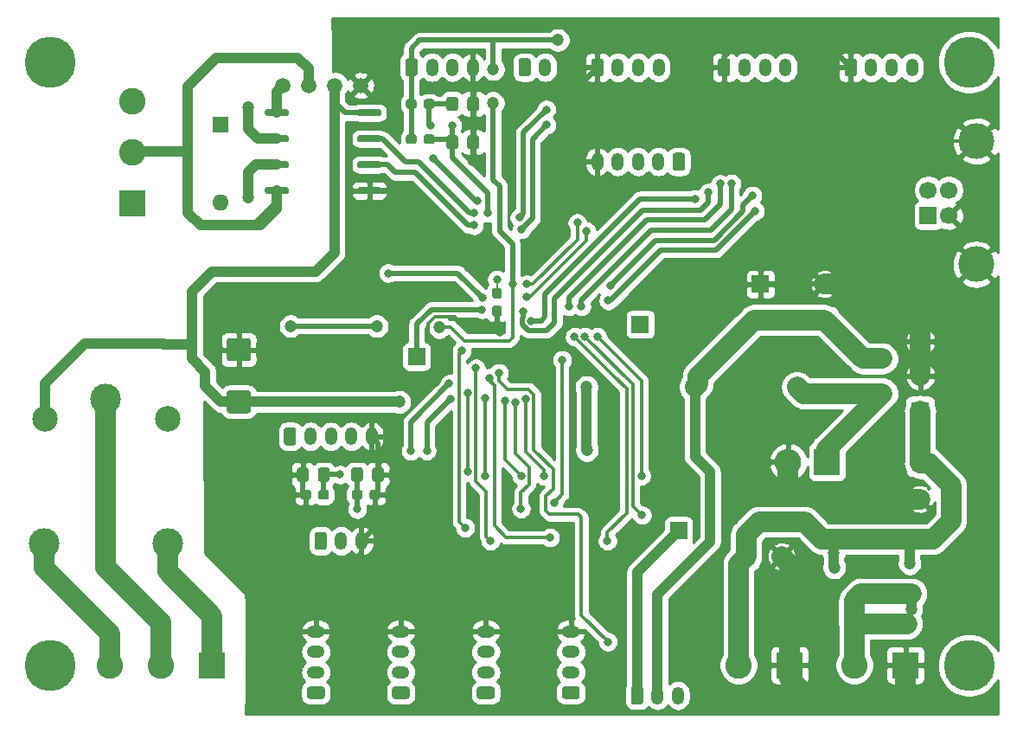
<source format=gbr>
%TF.GenerationSoftware,KiCad,Pcbnew,5.1.10*%
%TF.CreationDate,2021-10-03T17:58:42+03:00*%
%TF.ProjectId,stm32,73746d33-322e-46b6-9963-61645f706362,rev?*%
%TF.SameCoordinates,Original*%
%TF.FileFunction,Copper,L2,Bot*%
%TF.FilePolarity,Positive*%
%FSLAX46Y46*%
G04 Gerber Fmt 4.6, Leading zero omitted, Abs format (unit mm)*
G04 Created by KiCad (PCBNEW 5.1.10) date 2021-10-03 17:58:42*
%MOMM*%
%LPD*%
G01*
G04 APERTURE LIST*
%TA.AperFunction,ComponentPad*%
%ADD10C,1.600000*%
%TD*%
%TA.AperFunction,ComponentPad*%
%ADD11R,1.600000X1.600000*%
%TD*%
%TA.AperFunction,ComponentPad*%
%ADD12R,2.600000X2.600000*%
%TD*%
%TA.AperFunction,ComponentPad*%
%ADD13O,2.600000X2.600000*%
%TD*%
%TA.AperFunction,ComponentPad*%
%ADD14C,2.600000*%
%TD*%
%TA.AperFunction,ComponentPad*%
%ADD15C,2.500000*%
%TD*%
%TA.AperFunction,ComponentPad*%
%ADD16C,3.000000*%
%TD*%
%TA.AperFunction,ComponentPad*%
%ADD17O,1.600000X1.600000*%
%TD*%
%TA.AperFunction,ComponentPad*%
%ADD18R,1.700000X1.700000*%
%TD*%
%TA.AperFunction,ComponentPad*%
%ADD19O,1.200000X1.750000*%
%TD*%
%TA.AperFunction,ComponentPad*%
%ADD20O,1.750000X1.200000*%
%TD*%
%TA.AperFunction,ComponentPad*%
%ADD21R,1.800000X1.800000*%
%TD*%
%TA.AperFunction,ComponentPad*%
%ADD22O,1.800000X1.800000*%
%TD*%
%TA.AperFunction,ComponentPad*%
%ADD23C,5.000000*%
%TD*%
%TA.AperFunction,ComponentPad*%
%ADD24C,1.500000*%
%TD*%
%TA.AperFunction,ComponentPad*%
%ADD25C,1.700000*%
%TD*%
%TA.AperFunction,ComponentPad*%
%ADD26C,3.500000*%
%TD*%
%TA.AperFunction,ComponentPad*%
%ADD27C,2.000000*%
%TD*%
%TA.AperFunction,ViaPad*%
%ADD28C,1.200000*%
%TD*%
%TA.AperFunction,ViaPad*%
%ADD29C,0.800000*%
%TD*%
%TA.AperFunction,Conductor*%
%ADD30C,0.500000*%
%TD*%
%TA.AperFunction,Conductor*%
%ADD31C,2.000000*%
%TD*%
%TA.AperFunction,Conductor*%
%ADD32C,0.300000*%
%TD*%
%TA.AperFunction,Conductor*%
%ADD33C,0.200000*%
%TD*%
%TA.AperFunction,Conductor*%
%ADD34C,1.000000*%
%TD*%
%TA.AperFunction,Conductor*%
%ADD35C,0.254000*%
%TD*%
%TA.AperFunction,Conductor*%
%ADD36C,0.100000*%
%TD*%
G04 APERTURE END LIST*
%TO.P,C2,1*%
%TO.N,/ADC2*%
%TA.AperFunction,SMDPad,CuDef*%
G36*
G01*
X94549800Y-116556800D02*
X94549800Y-116081800D01*
G75*
G02*
X94787300Y-115844300I237500J0D01*
G01*
X95362300Y-115844300D01*
G75*
G02*
X95599800Y-116081800I0J-237500D01*
G01*
X95599800Y-116556800D01*
G75*
G02*
X95362300Y-116794300I-237500J0D01*
G01*
X94787300Y-116794300D01*
G75*
G02*
X94549800Y-116556800I0J237500D01*
G01*
G37*
%TD.AperFunction*%
%TO.P,C2,2*%
%TO.N,GND*%
%TA.AperFunction,SMDPad,CuDef*%
G36*
G01*
X96299800Y-116556800D02*
X96299800Y-116081800D01*
G75*
G02*
X96537300Y-115844300I237500J0D01*
G01*
X97112300Y-115844300D01*
G75*
G02*
X97349800Y-116081800I0J-237500D01*
G01*
X97349800Y-116556800D01*
G75*
G02*
X97112300Y-116794300I-237500J0D01*
G01*
X96537300Y-116794300D01*
G75*
G02*
X96299800Y-116556800I0J237500D01*
G01*
G37*
%TD.AperFunction*%
%TD*%
%TO.P,C3,2*%
%TO.N,GND*%
%TA.AperFunction,SMDPad,CuDef*%
G36*
G01*
X90570600Y-116081800D02*
X90570600Y-116556800D01*
G75*
G02*
X90333100Y-116794300I-237500J0D01*
G01*
X89758100Y-116794300D01*
G75*
G02*
X89520600Y-116556800I0J237500D01*
G01*
X89520600Y-116081800D01*
G75*
G02*
X89758100Y-115844300I237500J0D01*
G01*
X90333100Y-115844300D01*
G75*
G02*
X90570600Y-116081800I0J-237500D01*
G01*
G37*
%TD.AperFunction*%
%TO.P,C3,1*%
%TO.N,/ADC1*%
%TA.AperFunction,SMDPad,CuDef*%
G36*
G01*
X92320600Y-116081800D02*
X92320600Y-116556800D01*
G75*
G02*
X92083100Y-116794300I-237500J0D01*
G01*
X91508100Y-116794300D01*
G75*
G02*
X91270600Y-116556800I0J237500D01*
G01*
X91270600Y-116081800D01*
G75*
G02*
X91508100Y-115844300I237500J0D01*
G01*
X92083100Y-115844300D01*
G75*
G02*
X92320600Y-116081800I0J-237500D01*
G01*
G37*
%TD.AperFunction*%
%TD*%
D10*
%TO.P,C10,2*%
%TO.N,GND*%
X150190200Y-116733200D03*
D11*
%TO.P,C10,1*%
%TO.N,Net-(C10-Pad1)*%
X150190200Y-113233200D03*
%TD*%
%TO.P,C13,1*%
%TO.N,+5V*%
%TA.AperFunction,SMDPad,CuDef*%
G36*
G01*
X84414801Y-108348400D02*
X82564799Y-108348400D01*
G75*
G02*
X82314800Y-108098401I0J249999D01*
G01*
X82314800Y-106348399D01*
G75*
G02*
X82564799Y-106098400I249999J0D01*
G01*
X84414801Y-106098400D01*
G75*
G02*
X84664800Y-106348399I0J-249999D01*
G01*
X84664800Y-108098401D01*
G75*
G02*
X84414801Y-108348400I-249999J0D01*
G01*
G37*
%TD.AperFunction*%
%TO.P,C13,2*%
%TO.N,GND*%
%TA.AperFunction,SMDPad,CuDef*%
G36*
G01*
X84414801Y-103248400D02*
X82564799Y-103248400D01*
G75*
G02*
X82314800Y-102998401I0J249999D01*
G01*
X82314800Y-101248399D01*
G75*
G02*
X82564799Y-100998400I249999J0D01*
G01*
X84414801Y-100998400D01*
G75*
G02*
X84664800Y-101248399I0J-249999D01*
G01*
X84664800Y-102998401D01*
G75*
G02*
X84414801Y-103248400I-249999J0D01*
G01*
G37*
%TD.AperFunction*%
%TD*%
%TO.P,C14,1*%
%TO.N,+5V*%
X140817600Y-99212400D03*
D10*
%TO.P,C14,2*%
%TO.N,GND*%
X140817600Y-95712400D03*
%TD*%
%TO.P,D1,1*%
%TO.N,/I2C1_SCL*%
%TA.AperFunction,SMDPad,CuDef*%
G36*
G01*
X103819000Y-78529601D02*
X103819000Y-77629599D01*
G75*
G02*
X104068999Y-77379600I249999J0D01*
G01*
X104719001Y-77379600D01*
G75*
G02*
X104969000Y-77629599I0J-249999D01*
G01*
X104969000Y-78529601D01*
G75*
G02*
X104719001Y-78779600I-249999J0D01*
G01*
X104068999Y-78779600D01*
G75*
G02*
X103819000Y-78529601I0J249999D01*
G01*
G37*
%TD.AperFunction*%
%TO.P,D1,2*%
%TO.N,GND*%
%TA.AperFunction,SMDPad,CuDef*%
G36*
G01*
X105869000Y-78529601D02*
X105869000Y-77629599D01*
G75*
G02*
X106118999Y-77379600I249999J0D01*
G01*
X106769001Y-77379600D01*
G75*
G02*
X107019000Y-77629599I0J-249999D01*
G01*
X107019000Y-78529601D01*
G75*
G02*
X106769001Y-78779600I-249999J0D01*
G01*
X106118999Y-78779600D01*
G75*
G02*
X105869000Y-78529601I0J249999D01*
G01*
G37*
%TD.AperFunction*%
%TD*%
%TO.P,D3,1*%
%TO.N,/I2C1_SDA*%
%TA.AperFunction,SMDPad,CuDef*%
G36*
G01*
X103819000Y-82263401D02*
X103819000Y-81363399D01*
G75*
G02*
X104068999Y-81113400I249999J0D01*
G01*
X104719001Y-81113400D01*
G75*
G02*
X104969000Y-81363399I0J-249999D01*
G01*
X104969000Y-82263401D01*
G75*
G02*
X104719001Y-82513400I-249999J0D01*
G01*
X104068999Y-82513400D01*
G75*
G02*
X103819000Y-82263401I0J249999D01*
G01*
G37*
%TD.AperFunction*%
%TO.P,D3,2*%
%TO.N,GND*%
%TA.AperFunction,SMDPad,CuDef*%
G36*
G01*
X105869000Y-82263401D02*
X105869000Y-81363399D01*
G75*
G02*
X106118999Y-81113400I249999J0D01*
G01*
X106769001Y-81113400D01*
G75*
G02*
X107019000Y-81363399I0J-249999D01*
G01*
X107019000Y-82263401D01*
G75*
G02*
X106769001Y-82513400I-249999J0D01*
G01*
X106118999Y-82513400D01*
G75*
G02*
X105869000Y-82263401I0J249999D01*
G01*
G37*
%TD.AperFunction*%
%TD*%
%TO.P,D4,2*%
%TO.N,GND*%
%TA.AperFunction,SMDPad,CuDef*%
G36*
G01*
X96554600Y-114800801D02*
X96554600Y-113900799D01*
G75*
G02*
X96804599Y-113650800I249999J0D01*
G01*
X97454601Y-113650800D01*
G75*
G02*
X97704600Y-113900799I0J-249999D01*
G01*
X97704600Y-114800801D01*
G75*
G02*
X97454601Y-115050800I-249999J0D01*
G01*
X96804599Y-115050800D01*
G75*
G02*
X96554600Y-114800801I0J249999D01*
G01*
G37*
%TD.AperFunction*%
%TO.P,D4,1*%
%TO.N,/ADC2*%
%TA.AperFunction,SMDPad,CuDef*%
G36*
G01*
X94504600Y-114800801D02*
X94504600Y-113900799D01*
G75*
G02*
X94754599Y-113650800I249999J0D01*
G01*
X95404601Y-113650800D01*
G75*
G02*
X95654600Y-113900799I0J-249999D01*
G01*
X95654600Y-114800801D01*
G75*
G02*
X95404601Y-115050800I-249999J0D01*
G01*
X94754599Y-115050800D01*
G75*
G02*
X94504600Y-114800801I0J249999D01*
G01*
G37*
%TD.AperFunction*%
%TD*%
%TO.P,D6,2*%
%TO.N,GND*%
%TA.AperFunction,SMDPad,CuDef*%
G36*
G01*
X90338600Y-113900799D02*
X90338600Y-114800801D01*
G75*
G02*
X90088601Y-115050800I-249999J0D01*
G01*
X89438599Y-115050800D01*
G75*
G02*
X89188600Y-114800801I0J249999D01*
G01*
X89188600Y-113900799D01*
G75*
G02*
X89438599Y-113650800I249999J0D01*
G01*
X90088601Y-113650800D01*
G75*
G02*
X90338600Y-113900799I0J-249999D01*
G01*
G37*
%TD.AperFunction*%
%TO.P,D6,1*%
%TO.N,/ADC1*%
%TA.AperFunction,SMDPad,CuDef*%
G36*
G01*
X92388600Y-113900799D02*
X92388600Y-114800801D01*
G75*
G02*
X92138601Y-115050800I-249999J0D01*
G01*
X91488599Y-115050800D01*
G75*
G02*
X91238600Y-114800801I0J249999D01*
G01*
X91238600Y-113900799D01*
G75*
G02*
X91488599Y-113650800I249999J0D01*
G01*
X92138601Y-113650800D01*
G75*
G02*
X92388600Y-113900799I0J-249999D01*
G01*
G37*
%TD.AperFunction*%
%TD*%
D12*
%TO.P,D12,1*%
%TO.N,Net-(D12-Pad1)*%
X141097000Y-113106200D03*
D13*
%TO.P,D12,2*%
%TO.N,GND*%
X137287000Y-113106200D03*
%TD*%
D12*
%TO.P,J12,1*%
%TO.N,GND*%
X148767800Y-132994400D03*
D14*
%TO.P,J12,2*%
%TO.N,Net-(J12-Pad2)*%
X143767800Y-132994400D03*
%TD*%
D12*
%TO.P,J10,1*%
%TO.N,Net-(J10-Pad1)*%
X80861900Y-133057700D03*
D14*
%TO.P,J10,2*%
%TO.N,Net-(J10-Pad2)*%
X75861900Y-133057700D03*
%TO.P,J10,3*%
%TO.N,Net-(J10-Pad3)*%
X70861900Y-133057700D03*
%TD*%
%TO.P,J7,3*%
%TO.N,/CANH*%
X73101200Y-77782400D03*
%TO.P,J7,2*%
%TO.N,Earth*%
X73101200Y-82782400D03*
D12*
%TO.P,J7,1*%
%TO.N,/CANL*%
X73101200Y-87782400D03*
%TD*%
D15*
%TO.P,K1,2*%
%TO.N,Net-(D10-Pad2)*%
X76509600Y-108858600D03*
D16*
%TO.P,K1,3*%
%TO.N,Net-(J10-Pad1)*%
X76509600Y-121058600D03*
%TO.P,K1,4*%
%TO.N,Net-(J10-Pad3)*%
X64459600Y-121108600D03*
D15*
%TO.P,K1,5*%
%TO.N,+5V*%
X64509600Y-108858600D03*
D16*
%TO.P,K1,1*%
%TO.N,Net-(J10-Pad2)*%
X70459600Y-106908600D03*
%TD*%
%TO.P,R17,1*%
%TO.N,Net-(R17-Pad1)*%
%TA.AperFunction,SMDPad,CuDef*%
G36*
G01*
X108525300Y-96071200D02*
X109000300Y-96071200D01*
G75*
G02*
X109237800Y-96308700I0J-237500D01*
G01*
X109237800Y-96883700D01*
G75*
G02*
X109000300Y-97121200I-237500J0D01*
G01*
X108525300Y-97121200D01*
G75*
G02*
X108287800Y-96883700I0J237500D01*
G01*
X108287800Y-96308700D01*
G75*
G02*
X108525300Y-96071200I237500J0D01*
G01*
G37*
%TD.AperFunction*%
%TO.P,R17,2*%
%TO.N,GND*%
%TA.AperFunction,SMDPad,CuDef*%
G36*
G01*
X108525300Y-97821200D02*
X109000300Y-97821200D01*
G75*
G02*
X109237800Y-98058700I0J-237500D01*
G01*
X109237800Y-98633700D01*
G75*
G02*
X109000300Y-98871200I-237500J0D01*
G01*
X108525300Y-98871200D01*
G75*
G02*
X108287800Y-98633700I0J237500D01*
G01*
X108287800Y-98058700D01*
G75*
G02*
X108525300Y-97821200I237500J0D01*
G01*
G37*
%TD.AperFunction*%
%TD*%
%TO.P,R3,2*%
%TO.N,+3V3*%
%TA.AperFunction,SMDPad,CuDef*%
G36*
G01*
X100908400Y-77842100D02*
X100908400Y-78317100D01*
G75*
G02*
X100670900Y-78554600I-237500J0D01*
G01*
X100095900Y-78554600D01*
G75*
G02*
X99858400Y-78317100I0J237500D01*
G01*
X99858400Y-77842100D01*
G75*
G02*
X100095900Y-77604600I237500J0D01*
G01*
X100670900Y-77604600D01*
G75*
G02*
X100908400Y-77842100I0J-237500D01*
G01*
G37*
%TD.AperFunction*%
%TO.P,R3,1*%
%TO.N,/I2C1_SCL*%
%TA.AperFunction,SMDPad,CuDef*%
G36*
G01*
X102658400Y-77842100D02*
X102658400Y-78317100D01*
G75*
G02*
X102420900Y-78554600I-237500J0D01*
G01*
X101845900Y-78554600D01*
G75*
G02*
X101608400Y-78317100I0J237500D01*
G01*
X101608400Y-77842100D01*
G75*
G02*
X101845900Y-77604600I237500J0D01*
G01*
X102420900Y-77604600D01*
G75*
G02*
X102658400Y-77842100I0J-237500D01*
G01*
G37*
%TD.AperFunction*%
%TD*%
%TO.P,R13,1*%
%TO.N,/I2C1_SDA*%
%TA.AperFunction,SMDPad,CuDef*%
G36*
G01*
X102658400Y-81296500D02*
X102658400Y-81771500D01*
G75*
G02*
X102420900Y-82009000I-237500J0D01*
G01*
X101845900Y-82009000D01*
G75*
G02*
X101608400Y-81771500I0J237500D01*
G01*
X101608400Y-81296500D01*
G75*
G02*
X101845900Y-81059000I237500J0D01*
G01*
X102420900Y-81059000D01*
G75*
G02*
X102658400Y-81296500I0J-237500D01*
G01*
G37*
%TD.AperFunction*%
%TO.P,R13,2*%
%TO.N,+3V3*%
%TA.AperFunction,SMDPad,CuDef*%
G36*
G01*
X100908400Y-81296500D02*
X100908400Y-81771500D01*
G75*
G02*
X100670900Y-82009000I-237500J0D01*
G01*
X100095900Y-82009000D01*
G75*
G02*
X99858400Y-81771500I0J237500D01*
G01*
X99858400Y-81296500D01*
G75*
G02*
X100095900Y-81059000I237500J0D01*
G01*
X100670900Y-81059000D01*
G75*
G02*
X100908400Y-81296500I0J-237500D01*
G01*
G37*
%TD.AperFunction*%
%TD*%
D11*
%TO.P,SW1,1*%
%TO.N,Net-(R19-Pad1)*%
X81686400Y-80137000D03*
D17*
%TO.P,SW1,2*%
%TO.N,/CANL*%
X81686400Y-87757000D03*
%TD*%
D18*
%TO.P,TP1,1*%
%TO.N,+5V*%
X122809000Y-99644200D03*
%TD*%
%TO.P,TP2,1*%
%TO.N,+3V3*%
X126568200Y-119811800D03*
%TD*%
%TO.P,U1,1*%
%TO.N,+5V*%
%TA.AperFunction,SMDPad,CuDef*%
G36*
G01*
X97444800Y-78780700D02*
X97444800Y-79105700D01*
G75*
G02*
X97282300Y-79268200I-162500J0D01*
G01*
X95257300Y-79268200D01*
G75*
G02*
X95094800Y-79105700I0J162500D01*
G01*
X95094800Y-78780700D01*
G75*
G02*
X95257300Y-78618200I162500J0D01*
G01*
X97282300Y-78618200D01*
G75*
G02*
X97444800Y-78780700I0J-162500D01*
G01*
G37*
%TD.AperFunction*%
%TO.P,U1,2*%
%TO.N,/CAN_Rx*%
%TA.AperFunction,SMDPad,CuDef*%
G36*
G01*
X97444800Y-81320700D02*
X97444800Y-81645700D01*
G75*
G02*
X97282300Y-81808200I-162500J0D01*
G01*
X95257300Y-81808200D01*
G75*
G02*
X95094800Y-81645700I0J162500D01*
G01*
X95094800Y-81320700D01*
G75*
G02*
X95257300Y-81158200I162500J0D01*
G01*
X97282300Y-81158200D01*
G75*
G02*
X97444800Y-81320700I0J-162500D01*
G01*
G37*
%TD.AperFunction*%
%TO.P,U1,3*%
%TO.N,/CAN_Tx*%
%TA.AperFunction,SMDPad,CuDef*%
G36*
G01*
X97444800Y-83860700D02*
X97444800Y-84185700D01*
G75*
G02*
X97282300Y-84348200I-162500J0D01*
G01*
X95257300Y-84348200D01*
G75*
G02*
X95094800Y-84185700I0J162500D01*
G01*
X95094800Y-83860700D01*
G75*
G02*
X95257300Y-83698200I162500J0D01*
G01*
X97282300Y-83698200D01*
G75*
G02*
X97444800Y-83860700I0J-162500D01*
G01*
G37*
%TD.AperFunction*%
%TO.P,U1,4*%
%TO.N,GND*%
%TA.AperFunction,SMDPad,CuDef*%
G36*
G01*
X97444800Y-86400700D02*
X97444800Y-86725700D01*
G75*
G02*
X97282300Y-86888200I-162500J0D01*
G01*
X95257300Y-86888200D01*
G75*
G02*
X95094800Y-86725700I0J162500D01*
G01*
X95094800Y-86400700D01*
G75*
G02*
X95257300Y-86238200I162500J0D01*
G01*
X97282300Y-86238200D01*
G75*
G02*
X97444800Y-86400700I0J-162500D01*
G01*
G37*
%TD.AperFunction*%
%TO.P,U1,5*%
%TO.N,Earth*%
%TA.AperFunction,SMDPad,CuDef*%
G36*
G01*
X88394800Y-86400700D02*
X88394800Y-86725700D01*
G75*
G02*
X88232300Y-86888200I-162500J0D01*
G01*
X86207300Y-86888200D01*
G75*
G02*
X86044800Y-86725700I0J162500D01*
G01*
X86044800Y-86400700D01*
G75*
G02*
X86207300Y-86238200I162500J0D01*
G01*
X88232300Y-86238200D01*
G75*
G02*
X88394800Y-86400700I0J-162500D01*
G01*
G37*
%TD.AperFunction*%
%TO.P,U1,6*%
%TO.N,/CANL*%
%TA.AperFunction,SMDPad,CuDef*%
G36*
G01*
X88394800Y-83860700D02*
X88394800Y-84185700D01*
G75*
G02*
X88232300Y-84348200I-162500J0D01*
G01*
X86207300Y-84348200D01*
G75*
G02*
X86044800Y-84185700I0J162500D01*
G01*
X86044800Y-83860700D01*
G75*
G02*
X86207300Y-83698200I162500J0D01*
G01*
X88232300Y-83698200D01*
G75*
G02*
X88394800Y-83860700I0J-162500D01*
G01*
G37*
%TD.AperFunction*%
%TO.P,U1,7*%
%TO.N,/CANH*%
%TA.AperFunction,SMDPad,CuDef*%
G36*
G01*
X88394800Y-81320700D02*
X88394800Y-81645700D01*
G75*
G02*
X88232300Y-81808200I-162500J0D01*
G01*
X86207300Y-81808200D01*
G75*
G02*
X86044800Y-81645700I0J162500D01*
G01*
X86044800Y-81320700D01*
G75*
G02*
X86207300Y-81158200I162500J0D01*
G01*
X88232300Y-81158200D01*
G75*
G02*
X88394800Y-81320700I0J-162500D01*
G01*
G37*
%TD.AperFunction*%
%TO.P,U1,8*%
%TO.N,Net-(C4-Pad1)*%
%TA.AperFunction,SMDPad,CuDef*%
G36*
G01*
X88394800Y-78780700D02*
X88394800Y-79105700D01*
G75*
G02*
X88232300Y-79268200I-162500J0D01*
G01*
X86207300Y-79268200D01*
G75*
G02*
X86044800Y-79105700I0J162500D01*
G01*
X86044800Y-78780700D01*
G75*
G02*
X86207300Y-78618200I162500J0D01*
G01*
X88232300Y-78618200D01*
G75*
G02*
X88394800Y-78780700I0J-162500D01*
G01*
G37*
%TD.AperFunction*%
%TD*%
D19*
%TO.P,J1,3*%
%TO.N,GND*%
X95503500Y-120827800D03*
%TO.P,J1,2*%
%TO.N,Net-(J1-Pad2)*%
X93503500Y-120827800D03*
%TO.P,J1,1*%
%TO.N,Net-(J1-Pad1)*%
%TA.AperFunction,ComponentPad*%
G36*
G01*
X90903500Y-121452801D02*
X90903500Y-120202799D01*
G75*
G02*
X91153499Y-119952800I249999J0D01*
G01*
X91853501Y-119952800D01*
G75*
G02*
X92103500Y-120202799I0J-249999D01*
G01*
X92103500Y-121452801D01*
G75*
G02*
X91853501Y-121702800I-249999J0D01*
G01*
X91153499Y-121702800D01*
G75*
G02*
X90903500Y-121452801I0J249999D01*
G01*
G37*
%TD.AperFunction*%
%TD*%
%TO.P,J2,4*%
%TO.N,Net-(J2-Pad4)*%
X149408400Y-74510900D03*
%TO.P,J2,3*%
%TO.N,Net-(J2-Pad3)*%
X147408400Y-74510900D03*
%TO.P,J2,2*%
%TO.N,Net-(J2-Pad2)*%
X145408400Y-74510900D03*
%TO.P,J2,1*%
%TO.N,GND*%
%TA.AperFunction,ComponentPad*%
G36*
G01*
X142808400Y-75135901D02*
X142808400Y-73885899D01*
G75*
G02*
X143058399Y-73635900I249999J0D01*
G01*
X143758401Y-73635900D01*
G75*
G02*
X144008400Y-73885899I0J-249999D01*
G01*
X144008400Y-75135901D01*
G75*
G02*
X143758401Y-75385900I-249999J0D01*
G01*
X143058399Y-75385900D01*
G75*
G02*
X142808400Y-75135901I0J249999D01*
G01*
G37*
%TD.AperFunction*%
%TD*%
%TO.P,J3,1*%
%TO.N,GND*%
%TA.AperFunction,ComponentPad*%
G36*
G01*
X130406850Y-75135901D02*
X130406850Y-73885899D01*
G75*
G02*
X130656849Y-73635900I249999J0D01*
G01*
X131356851Y-73635900D01*
G75*
G02*
X131606850Y-73885899I0J-249999D01*
G01*
X131606850Y-75135901D01*
G75*
G02*
X131356851Y-75385900I-249999J0D01*
G01*
X130656849Y-75385900D01*
G75*
G02*
X130406850Y-75135901I0J249999D01*
G01*
G37*
%TD.AperFunction*%
%TO.P,J3,2*%
%TO.N,Net-(J3-Pad2)*%
X133006850Y-74510900D03*
%TO.P,J3,3*%
%TO.N,Net-(J3-Pad3)*%
X135006850Y-74510900D03*
%TO.P,J3,4*%
%TO.N,Net-(J3-Pad4)*%
X137006850Y-74510900D03*
%TD*%
%TO.P,J4,1*%
%TO.N,GND*%
%TA.AperFunction,ComponentPad*%
G36*
G01*
X118005300Y-75135901D02*
X118005300Y-73885899D01*
G75*
G02*
X118255299Y-73635900I249999J0D01*
G01*
X118955301Y-73635900D01*
G75*
G02*
X119205300Y-73885899I0J-249999D01*
G01*
X119205300Y-75135901D01*
G75*
G02*
X118955301Y-75385900I-249999J0D01*
G01*
X118255299Y-75385900D01*
G75*
G02*
X118005300Y-75135901I0J249999D01*
G01*
G37*
%TD.AperFunction*%
%TO.P,J4,2*%
%TO.N,Net-(J4-Pad2)*%
X120605300Y-74510900D03*
%TO.P,J4,3*%
%TO.N,Net-(J4-Pad3)*%
X122605300Y-74510900D03*
%TO.P,J4,4*%
%TO.N,Net-(J4-Pad4)*%
X124605300Y-74510900D03*
%TD*%
%TO.P,J5,1*%
%TO.N,+3V3*%
%TA.AperFunction,ComponentPad*%
G36*
G01*
X99806200Y-75123201D02*
X99806200Y-73873199D01*
G75*
G02*
X100056199Y-73623200I249999J0D01*
G01*
X100756201Y-73623200D01*
G75*
G02*
X101006200Y-73873199I0J-249999D01*
G01*
X101006200Y-75123201D01*
G75*
G02*
X100756201Y-75373200I-249999J0D01*
G01*
X100056199Y-75373200D01*
G75*
G02*
X99806200Y-75123201I0J249999D01*
G01*
G37*
%TD.AperFunction*%
%TO.P,J5,2*%
%TO.N,Net-(J5-Pad2)*%
X102406200Y-74498200D03*
%TO.P,J5,3*%
%TO.N,Net-(J5-Pad3)*%
X104406200Y-74498200D03*
%TO.P,J5,4*%
%TO.N,GND*%
X106406200Y-74498200D03*
%TD*%
%TO.P,J6,1*%
%TO.N,+3V3*%
%TA.AperFunction,ComponentPad*%
G36*
G01*
X121891500Y-136578501D02*
X121891500Y-135328499D01*
G75*
G02*
X122141499Y-135078500I249999J0D01*
G01*
X122841501Y-135078500D01*
G75*
G02*
X123091500Y-135328499I0J-249999D01*
G01*
X123091500Y-136578501D01*
G75*
G02*
X122841501Y-136828500I-249999J0D01*
G01*
X122141499Y-136828500D01*
G75*
G02*
X121891500Y-136578501I0J249999D01*
G01*
G37*
%TD.AperFunction*%
%TO.P,J6,2*%
%TO.N,+5V*%
X124491500Y-135953500D03*
%TO.P,J6,3*%
%TO.N,/G1*%
X126491500Y-135953500D03*
%TD*%
%TO.P,J8,1*%
%TO.N,Net-(J8-Pad1)*%
%TA.AperFunction,ComponentPad*%
G36*
G01*
X127180900Y-83106099D02*
X127180900Y-84356101D01*
G75*
G02*
X126930901Y-84606100I-249999J0D01*
G01*
X126230899Y-84606100D01*
G75*
G02*
X125980900Y-84356101I0J249999D01*
G01*
X125980900Y-83106099D01*
G75*
G02*
X126230899Y-82856100I249999J0D01*
G01*
X126930901Y-82856100D01*
G75*
G02*
X127180900Y-83106099I0J-249999D01*
G01*
G37*
%TD.AperFunction*%
%TO.P,J8,2*%
%TO.N,Net-(J8-Pad2)*%
X124580900Y-83731100D03*
%TO.P,J8,3*%
%TO.N,Net-(J8-Pad3)*%
X122580900Y-83731100D03*
%TO.P,J8,4*%
%TO.N,Net-(J8-Pad4)*%
X120580900Y-83731100D03*
%TO.P,J8,5*%
%TO.N,GND*%
X118580900Y-83731100D03*
%TD*%
%TO.P,J9,5*%
%TO.N,GND*%
X96507700Y-110607100D03*
%TO.P,J9,4*%
%TO.N,Net-(J9-Pad4)*%
X94507700Y-110607100D03*
%TO.P,J9,3*%
%TO.N,Net-(J9-Pad3)*%
X92507700Y-110607100D03*
%TO.P,J9,2*%
%TO.N,Net-(J9-Pad2)*%
X90507700Y-110607100D03*
%TO.P,J9,1*%
%TO.N,Net-(J9-Pad1)*%
%TA.AperFunction,ComponentPad*%
G36*
G01*
X87907700Y-111232101D02*
X87907700Y-109982099D01*
G75*
G02*
X88157699Y-109732100I249999J0D01*
G01*
X88857701Y-109732100D01*
G75*
G02*
X89107700Y-109982099I0J-249999D01*
G01*
X89107700Y-111232101D01*
G75*
G02*
X88857701Y-111482100I-249999J0D01*
G01*
X88157699Y-111482100D01*
G75*
G02*
X87907700Y-111232101I0J249999D01*
G01*
G37*
%TD.AperFunction*%
%TD*%
D12*
%TO.P,J13,1*%
%TO.N,GND*%
X137414000Y-132994400D03*
D14*
%TO.P,J13,2*%
%TO.N,Net-(C10-Pad1)*%
X132414000Y-132994400D03*
%TD*%
%TO.P,J14,1*%
%TO.N,Net-(J14-Pad1)*%
%TA.AperFunction,ComponentPad*%
G36*
G01*
X91658601Y-136286800D02*
X90408599Y-136286800D01*
G75*
G02*
X90158600Y-136036801I0J249999D01*
G01*
X90158600Y-135336799D01*
G75*
G02*
X90408599Y-135086800I249999J0D01*
G01*
X91658601Y-135086800D01*
G75*
G02*
X91908600Y-135336799I0J-249999D01*
G01*
X91908600Y-136036801D01*
G75*
G02*
X91658601Y-136286800I-249999J0D01*
G01*
G37*
%TD.AperFunction*%
D20*
%TO.P,J14,2*%
%TO.N,Net-(J14-Pad2)*%
X91033600Y-133686800D03*
%TO.P,J14,3*%
%TO.N,Net-(J14-Pad3)*%
X91033600Y-131686800D03*
%TO.P,J14,4*%
%TO.N,GND*%
X91033600Y-129686800D03*
%TD*%
%TO.P,J15,4*%
%TO.N,GND*%
X99356333Y-129686800D03*
%TO.P,J15,3*%
%TO.N,Net-(J15-Pad3)*%
X99356333Y-131686800D03*
%TO.P,J15,2*%
%TO.N,Net-(J15-Pad2)*%
X99356333Y-133686800D03*
%TO.P,J15,1*%
%TO.N,Net-(J15-Pad1)*%
%TA.AperFunction,ComponentPad*%
G36*
G01*
X99981334Y-136286800D02*
X98731332Y-136286800D01*
G75*
G02*
X98481333Y-136036801I0J249999D01*
G01*
X98481333Y-135336799D01*
G75*
G02*
X98731332Y-135086800I249999J0D01*
G01*
X99981334Y-135086800D01*
G75*
G02*
X100231333Y-135336799I0J-249999D01*
G01*
X100231333Y-136036801D01*
G75*
G02*
X99981334Y-136286800I-249999J0D01*
G01*
G37*
%TD.AperFunction*%
%TD*%
%TO.P,J16,4*%
%TO.N,GND*%
X107679066Y-129686800D03*
%TO.P,J16,3*%
%TO.N,Net-(J16-Pad3)*%
X107679066Y-131686800D03*
%TO.P,J16,2*%
%TO.N,Net-(J16-Pad2)*%
X107679066Y-133686800D03*
%TO.P,J16,1*%
%TO.N,Net-(J16-Pad1)*%
%TA.AperFunction,ComponentPad*%
G36*
G01*
X108304067Y-136286800D02*
X107054065Y-136286800D01*
G75*
G02*
X106804066Y-136036801I0J249999D01*
G01*
X106804066Y-135336799D01*
G75*
G02*
X107054065Y-135086800I249999J0D01*
G01*
X108304067Y-135086800D01*
G75*
G02*
X108554066Y-135336799I0J-249999D01*
G01*
X108554066Y-136036801D01*
G75*
G02*
X108304067Y-136286800I-249999J0D01*
G01*
G37*
%TD.AperFunction*%
%TD*%
%TO.P,J17,4*%
%TO.N,GND*%
X116001800Y-129686800D03*
%TO.P,J17,3*%
%TO.N,Net-(J17-Pad3)*%
X116001800Y-131686800D03*
%TO.P,J17,2*%
%TO.N,Net-(J17-Pad2)*%
X116001800Y-133686800D03*
%TO.P,J17,1*%
%TO.N,Net-(J17-Pad1)*%
%TA.AperFunction,ComponentPad*%
G36*
G01*
X116626801Y-136286800D02*
X115376799Y-136286800D01*
G75*
G02*
X115126800Y-136036801I0J249999D01*
G01*
X115126800Y-135336799D01*
G75*
G02*
X115376799Y-135086800I249999J0D01*
G01*
X116626801Y-135086800D01*
G75*
G02*
X116876800Y-135336799I0J-249999D01*
G01*
X116876800Y-136036801D01*
G75*
G02*
X116626801Y-136286800I-249999J0D01*
G01*
G37*
%TD.AperFunction*%
%TD*%
D18*
%TO.P,TP3,1*%
%TO.N,Net-(TP3-Pad1)*%
X100914200Y-102793800D03*
%TD*%
%TO.P,TP4,1*%
%TO.N,GND*%
X134569200Y-95707200D03*
%TD*%
D21*
%TO.P,U3,1*%
%TO.N,Net-(C10-Pad1)*%
X150215600Y-108095200D03*
D22*
%TO.P,U3,2*%
%TO.N,Net-(D12-Pad1)*%
X146515600Y-106395200D03*
%TO.P,U3,3*%
%TO.N,GND*%
X150215600Y-104695200D03*
%TO.P,U3,4*%
%TO.N,+5V*%
X146515600Y-102995200D03*
%TO.P,U3,5*%
%TO.N,GND*%
X150215600Y-101295200D03*
%TD*%
D23*
%TO.P,P1,1*%
%TO.N,N/C*%
X65024000Y-74041000D03*
%TD*%
%TO.P,P2,1*%
%TO.N,N/C*%
X155000000Y-133000000D03*
%TD*%
%TO.P,P6,1*%
%TO.N,N/C*%
X65000000Y-133000000D03*
%TD*%
%TO.P,P7,1*%
%TO.N,N/C*%
X155000000Y-74000000D03*
%TD*%
D24*
%TO.P,Q1,1*%
%TO.N,GND*%
X95427800Y-76276200D03*
%TO.P,Q1,2*%
%TO.N,+5V*%
X92887800Y-76276200D03*
%TO.P,Q1,3*%
%TO.N,Earth*%
X90347800Y-76276200D03*
%TO.P,Q1,4*%
%TO.N,Net-(C4-Pad1)*%
X87807800Y-76276200D03*
%TD*%
D18*
%TO.P,J11,1*%
%TO.N,Net-(D9-Pad1)*%
X151000000Y-89000000D03*
D25*
%TO.P,J11,2*%
%TO.N,Net-(D9-Pad2)*%
X151000000Y-86500000D03*
%TO.P,J11,3*%
%TO.N,Net-(D9-Pad3)*%
X153000000Y-86500000D03*
%TO.P,J11,4*%
%TO.N,GND*%
X153000000Y-89000000D03*
D26*
%TO.P,J11,5*%
X155710000Y-93770000D03*
X155710000Y-81730000D03*
%TD*%
D11*
%TO.P,C16,1*%
%TO.N,Net-(C10-Pad1)*%
X133146800Y-122351800D03*
D10*
%TO.P,C16,2*%
%TO.N,GND*%
X136646800Y-122351800D03*
%TD*%
D27*
%TO.P,L1,1*%
%TO.N,+5V*%
X128150600Y-105765600D03*
%TO.P,L1,2*%
%TO.N,Net-(D12-Pad1)*%
X138150600Y-105765600D03*
%TD*%
%TO.P,J18,1*%
%TO.N,Net-(J18-Pad1)*%
%TA.AperFunction,ComponentPad*%
G36*
G01*
X110887200Y-75123201D02*
X110887200Y-73873199D01*
G75*
G02*
X111137199Y-73623200I249999J0D01*
G01*
X111837201Y-73623200D01*
G75*
G02*
X112087200Y-73873199I0J-249999D01*
G01*
X112087200Y-75123201D01*
G75*
G02*
X111837201Y-75373200I-249999J0D01*
G01*
X111137199Y-75373200D01*
G75*
G02*
X110887200Y-75123201I0J249999D01*
G01*
G37*
%TD.AperFunction*%
D19*
%TO.P,J18,2*%
%TO.N,Net-(J18-Pad2)*%
X113487200Y-74498200D03*
%TD*%
D28*
%TO.N,GND*%
X99339400Y-98552000D03*
D29*
X102743000Y-120904000D03*
X115951000Y-121996200D03*
X119735600Y-134772400D03*
D28*
X96507700Y-104888900D03*
X99872800Y-86537800D03*
X106451400Y-83616800D03*
D29*
X109016800Y-100406200D03*
D28*
X93040200Y-96164400D03*
X81762600Y-96240600D03*
%TO.N,+5V*%
X117576600Y-111937800D03*
X117551200Y-105791000D03*
X99212400Y-107238800D03*
%TO.N,+3V3*%
X97002600Y-99822000D03*
X88569800Y-99822000D03*
X114731800Y-71831200D03*
X103124000Y-99923600D03*
D29*
X110299500Y-95669100D03*
D28*
X108381800Y-77978000D03*
X108407200Y-74676000D03*
D29*
%TO.N,/ADC2*%
X95097600Y-117729000D03*
X101904800Y-112014000D03*
X104254300Y-106921300D03*
%TO.N,/ADC1*%
X93395800Y-114350800D03*
X100342700Y-112026700D03*
X104089200Y-105460800D03*
D28*
%TO.N,Net-(C10-Pad1)*%
X149174200Y-120650000D03*
X141782800Y-123418600D03*
X141732000Y-120650000D03*
X149174200Y-123037600D03*
X141757400Y-122021600D03*
D29*
%TO.N,/I2C1_SCL*%
X102285800Y-80162400D03*
X102514400Y-83413600D03*
X106823800Y-87578553D03*
%TO.N,/I2C1_SDA*%
X104394000Y-80187800D03*
X107873800Y-88747600D03*
%TO.N,/BTN1*%
X111683800Y-96951800D03*
X117525800Y-90525600D03*
%TO.N,/BTN2*%
X111709200Y-95707200D03*
X116636800Y-89712800D03*
D28*
%TO.N,/CANL*%
X84391500Y-87185500D03*
%TO.N,/CANH*%
X84404200Y-78435200D03*
D29*
%TO.N,/Relay*%
X98120200Y-94640400D03*
X107340400Y-97053400D03*
%TO.N,/PWM*%
X119634000Y-130708400D03*
X108966000Y-104394000D03*
%TO.N,/CLK1*%
X105333800Y-102209600D03*
X105664000Y-119557800D03*
%TO.N,/DIR1*%
X107619800Y-114452400D03*
X107619800Y-106832400D03*
%TO.N,/~EN1*%
X105879900Y-114084100D03*
X105892600Y-106349800D03*
%TO.N,/CLK2*%
X108127800Y-120827800D03*
X106705400Y-103936800D03*
%TO.N,/DIR2*%
X111125000Y-117678200D03*
X110617000Y-107289600D03*
%TO.N,/~EN2*%
X111150400Y-114477800D03*
X109575600Y-107086400D03*
%TO.N,/CAN_Rx*%
X106553000Y-88747600D03*
%TO.N,/CAN_Tx*%
X106527600Y-89966800D03*
%TO.N,/Ext0*%
X119583200Y-120827800D03*
X116357400Y-100863400D03*
%TO.N,/Ext1*%
X117383031Y-100828369D03*
X122961400Y-118313200D03*
%TO.N,/Ext2*%
X118592600Y-100838000D03*
X122910600Y-114477800D03*
%TO.N,/CLK3*%
X113969800Y-120497600D03*
X108051600Y-104876600D03*
%TO.N,/DIR3*%
X114350800Y-117068600D03*
X115163600Y-103124000D03*
%TO.N,/~EN3*%
X113385600Y-114477800D03*
X111607600Y-106934000D03*
%TO.N,/Enc2b*%
X128168400Y-87376000D03*
X112141000Y-99288600D03*
%TO.N,/Enc2a*%
X129463800Y-86741000D03*
X111328200Y-98374200D03*
D28*
%TO.N,Net-(J12-Pad2)*%
X143738600Y-128930400D03*
X149352000Y-125984000D03*
X143789400Y-130479800D03*
X149326600Y-127482600D03*
X147294600Y-128930400D03*
X145872200Y-128930400D03*
X148920200Y-128930400D03*
D29*
%TO.N,/Enc1a*%
X131724400Y-85877400D03*
X117043200Y-97891600D03*
%TO.N,/Enc1b*%
X130632200Y-85902800D03*
X115824000Y-97891600D03*
%TO.N,/Enc3a*%
X111150400Y-90373200D03*
X113639600Y-80137000D03*
%TO.N,/Enc3b*%
X110972600Y-89204800D03*
X113614200Y-78638400D03*
%TO.N,Net-(R17-Pad1)*%
X108762800Y-95250000D03*
%TO.N,Net-(R30-Pad2)*%
X134035800Y-88569800D03*
X119659400Y-97332800D03*
%TO.N,Net-(R31-Pad2)*%
X119888000Y-95834200D03*
X133794500Y-87033100D03*
%TO.N,Net-(TP3-Pad1)*%
X107315000Y-98196400D03*
%TD*%
D30*
%TO.N,GND*%
X89763600Y-116037300D02*
X90045600Y-116319300D01*
X89763600Y-114350800D02*
X89763600Y-116037300D01*
X97129600Y-116014500D02*
X96824800Y-116319300D01*
X97129600Y-114350800D02*
X97129600Y-116014500D01*
X96824800Y-119506500D02*
X95503500Y-120827800D01*
D31*
X137414000Y-123119000D02*
X136646800Y-122351800D01*
X137414000Y-132994400D02*
X137414000Y-123119000D01*
X137414000Y-132994400D02*
X137414000Y-134315200D01*
X137414000Y-134315200D02*
X139700000Y-136601200D01*
X139700000Y-136601200D02*
X147650200Y-136601200D01*
X148767800Y-135483600D02*
X148767800Y-132994400D01*
X147650200Y-136601200D02*
X148767800Y-135483600D01*
D30*
X106406200Y-78041800D02*
X106444000Y-78079600D01*
X106444000Y-78079600D02*
X106444000Y-81813400D01*
X118605300Y-83706700D02*
X118580900Y-83731100D01*
X118605300Y-74510900D02*
X118605300Y-83706700D01*
D31*
X150215600Y-104695200D02*
X150215600Y-101295200D01*
X150215600Y-101295200D02*
X150215600Y-98704400D01*
X147223600Y-95712400D02*
X140817600Y-95712400D01*
X150215600Y-98704400D02*
X147223600Y-95712400D01*
D30*
X97129600Y-111229000D02*
X96507700Y-110607100D01*
X97129600Y-114350800D02*
X97129600Y-111229000D01*
X96507700Y-103364900D02*
X96507700Y-103161700D01*
X99339400Y-100330000D02*
X99339400Y-98552000D01*
X96507700Y-103161700D02*
X99339400Y-100330000D01*
X96507700Y-104888900D02*
X96507700Y-103364900D01*
D32*
X99356333Y-129686800D02*
X107679066Y-129686800D01*
X95503500Y-129478500D02*
X95295200Y-129686800D01*
X95503500Y-120827800D02*
X95503500Y-129478500D01*
X95295200Y-129686800D02*
X99356333Y-129686800D01*
X91033600Y-129686800D02*
X95295200Y-129686800D01*
X102666800Y-120827800D02*
X102743000Y-120904000D01*
X95503500Y-120827800D02*
X102666800Y-120827800D01*
X102743000Y-120904000D02*
X103835200Y-121996200D01*
X103835200Y-121996200D02*
X115951000Y-121996200D01*
D30*
X96824800Y-116319300D02*
X96824800Y-118618000D01*
X96824800Y-118618000D02*
X96824800Y-119506500D01*
X95503500Y-122022100D02*
X95503500Y-120827800D01*
X94691200Y-122834400D02*
X95503500Y-122022100D01*
X90246200Y-122834400D02*
X94691200Y-122834400D01*
X90045600Y-122633800D02*
X90246200Y-122834400D01*
X90045600Y-116319300D02*
X90045600Y-122633800D01*
D32*
X119735600Y-134772400D02*
X119735600Y-135915400D01*
X119735600Y-135915400D02*
X118389400Y-137261600D01*
X118389400Y-137261600D02*
X114223800Y-137261600D01*
X113238800Y-136276600D02*
X113238800Y-129686800D01*
X114223800Y-137261600D02*
X113238800Y-136276600D01*
X113238800Y-129686800D02*
X107679066Y-129686800D01*
X116001800Y-129686800D02*
X113238800Y-129686800D01*
X143408400Y-74510900D02*
X143408400Y-77673200D01*
X147465200Y-81730000D02*
X155710000Y-81730000D01*
X143408400Y-77673200D02*
X147465200Y-81730000D01*
D30*
X131006850Y-74510900D02*
X131006850Y-73488550D01*
X131006850Y-73488550D02*
X132029200Y-72466200D01*
X141363700Y-72466200D02*
X143408400Y-74510900D01*
X132029200Y-72466200D02*
X141363700Y-72466200D01*
X132029200Y-72466200D02*
X119278400Y-72466200D01*
X118605300Y-73139300D02*
X118605300Y-74510900D01*
X119278400Y-72466200D02*
X118605300Y-73139300D01*
X116936000Y-76180200D02*
X118605300Y-74510900D01*
X106406200Y-76180200D02*
X116936000Y-76180200D01*
X106406200Y-74498200D02*
X106406200Y-76180200D01*
X106406200Y-76180200D02*
X106406200Y-78041800D01*
X99847400Y-86563200D02*
X99872800Y-86537800D01*
X96269800Y-86563200D02*
X99847400Y-86563200D01*
X106444000Y-83609400D02*
X106451400Y-83616800D01*
X106444000Y-81813400D02*
X106444000Y-83609400D01*
D32*
X91528500Y-104888900D02*
X96507700Y-104888900D01*
X96269800Y-91715600D02*
X96269800Y-86563200D01*
X83489800Y-102123400D02*
X83489800Y-100711000D01*
X85420200Y-98780600D02*
X91528500Y-104888900D01*
X83489800Y-100711000D02*
X85420200Y-98780600D01*
D30*
X134574400Y-95712400D02*
X134569200Y-95707200D01*
X140817600Y-95712400D02*
X134574400Y-95712400D01*
D31*
X150190200Y-116733200D02*
X140152000Y-116733200D01*
X140152000Y-116733200D02*
X139750800Y-116332000D01*
X139750800Y-116332000D02*
X137693400Y-116332000D01*
X137287000Y-115925600D02*
X137287000Y-113106200D01*
X137693400Y-116332000D02*
X137287000Y-115925600D01*
D32*
X108762800Y-100152200D02*
X109016800Y-100406200D01*
X108762800Y-98346200D02*
X108762800Y-100152200D01*
X93040200Y-94945200D02*
X93154500Y-94830900D01*
D30*
X93040200Y-96164400D02*
X93040200Y-94945200D01*
D32*
X93154500Y-94830900D02*
X96269800Y-91715600D01*
X102705300Y-104888900D02*
X96507700Y-104888900D01*
X103047800Y-102057200D02*
X103047800Y-104546400D01*
X102057200Y-101066600D02*
X103047800Y-102057200D01*
X103047800Y-104546400D02*
X102705300Y-104888900D01*
X102733998Y-98907600D02*
X102057200Y-99584398D01*
X104673400Y-98907600D02*
X102733998Y-98907600D01*
X106172000Y-100406200D02*
X104673400Y-98907600D01*
X102057200Y-99584398D02*
X102057200Y-101066600D01*
X109016800Y-100406200D02*
X106172000Y-100406200D01*
D33*
X92964000Y-96240600D02*
X93040200Y-96164400D01*
X81762600Y-96240600D02*
X92964000Y-96240600D01*
X82880200Y-96240600D02*
X85420200Y-98780600D01*
X81762600Y-96240600D02*
X82880200Y-96240600D01*
D30*
%TO.N,+5V*%
X92887800Y-76276200D02*
X92887800Y-77901800D01*
X93929200Y-78943200D02*
X96269800Y-78943200D01*
X92887800Y-77901800D02*
X93929200Y-78943200D01*
D31*
X144600400Y-102995200D02*
X140817600Y-99212400D01*
X146515600Y-102995200D02*
X144600400Y-102995200D01*
X140817600Y-99212400D02*
X133959600Y-99212400D01*
X133959600Y-99212400D02*
X128447800Y-104724200D01*
X128447800Y-105468400D02*
X128150600Y-105765600D01*
X128447800Y-104724200D02*
X128447800Y-105468400D01*
D34*
X124491500Y-135953500D02*
X124491500Y-126054100D01*
X124491500Y-126054100D02*
X129641600Y-120904000D01*
X129641600Y-120904000D02*
X129641600Y-114071400D01*
X128150600Y-112580400D02*
X128150600Y-105765600D01*
X129641600Y-114071400D02*
X128150600Y-112580400D01*
X117551200Y-111912400D02*
X117576600Y-111937800D01*
X117551200Y-105791000D02*
X117551200Y-111912400D01*
X99197000Y-107223400D02*
X99212400Y-107238800D01*
X83489800Y-107223400D02*
X99197000Y-107223400D01*
X80213200Y-104292400D02*
X80213200Y-105714800D01*
X81721800Y-107223400D02*
X83489800Y-107223400D01*
X80213200Y-105714800D02*
X81721800Y-107223400D01*
X78879700Y-102958900D02*
X78981300Y-103060500D01*
X78981300Y-103060500D02*
X80213200Y-104292400D01*
X78879700Y-101638100D02*
X78879700Y-102958900D01*
X92887800Y-92608400D02*
X92887800Y-87198200D01*
X91008200Y-94488000D02*
X92887800Y-92608400D01*
X78879700Y-96481900D02*
X80873600Y-94488000D01*
X92887800Y-87198200D02*
X92887800Y-76276200D01*
X80873600Y-94488000D02*
X91008200Y-94488000D01*
X78879700Y-101638100D02*
X78879700Y-96481900D01*
X78816200Y-101574600D02*
X78879700Y-101638100D01*
X76123800Y-101574600D02*
X78816200Y-101574600D01*
X76107200Y-101558000D02*
X76123800Y-101574600D01*
X64507200Y-105426600D02*
X68375800Y-101558000D01*
X64507200Y-108856200D02*
X64507200Y-105426600D01*
X68375800Y-101558000D02*
X76107200Y-101558000D01*
X64509600Y-108858600D02*
X64507200Y-108856200D01*
D30*
%TO.N,+3V3*%
X97002600Y-99822000D02*
X88569800Y-99822000D01*
X100406200Y-72644000D02*
X100406200Y-74498200D01*
X101219000Y-71831200D02*
X100406200Y-72644000D01*
X100406200Y-78056800D02*
X100383400Y-78079600D01*
X100406200Y-74498200D02*
X100406200Y-78056800D01*
X100383400Y-81534000D02*
X100383400Y-78079600D01*
D34*
X122491500Y-123888500D02*
X126568200Y-119811800D01*
X122491500Y-135953500D02*
X122491500Y-123888500D01*
D30*
X110299500Y-95669100D02*
X110299500Y-91782900D01*
X110299500Y-91782900D02*
X109016800Y-90500200D01*
X109016800Y-90500200D02*
X109016800Y-86131400D01*
X108381800Y-85496400D02*
X108381800Y-77978000D01*
X109016800Y-86131400D02*
X108381800Y-85496400D01*
X108407200Y-74676000D02*
X108407200Y-71831200D01*
X108407200Y-71831200D02*
X101219000Y-71831200D01*
X114731800Y-71831200D02*
X108407200Y-71831200D01*
D32*
X110299500Y-100926900D02*
X110299500Y-95669100D01*
X109982000Y-101244400D02*
X110299500Y-100926900D01*
X105587800Y-101244400D02*
X109982000Y-101244400D01*
X104267000Y-99923600D02*
X105587800Y-101244400D01*
X103124000Y-99923600D02*
X104267000Y-99923600D01*
D30*
%TO.N,Earth*%
X78511400Y-86258400D02*
X78511400Y-88798400D01*
X87219800Y-86563200D02*
X87219800Y-87430600D01*
X79400400Y-89687400D02*
X78511400Y-88798400D01*
D32*
X87219800Y-87430600D02*
X87219800Y-87481400D01*
X85013800Y-89687400D02*
X79400400Y-89687400D01*
X87219800Y-87481400D02*
X85013800Y-89687400D01*
D34*
X87219800Y-86563200D02*
X87219800Y-88319600D01*
X87219800Y-88319600D02*
X85572600Y-89966800D01*
X85572600Y-89966800D02*
X79730600Y-89966800D01*
X78486000Y-88722200D02*
X78486000Y-82727800D01*
X79730600Y-89966800D02*
X78486000Y-88722200D01*
X73155800Y-82727800D02*
X73101200Y-82782400D01*
X78486000Y-82727800D02*
X73155800Y-82727800D01*
X90347800Y-76276200D02*
X90347800Y-74625200D01*
X90347800Y-74625200D02*
X89281000Y-73558400D01*
X89281000Y-73558400D02*
X81280000Y-73558400D01*
X78486000Y-76352400D02*
X78486000Y-82727800D01*
X81280000Y-73558400D02*
X78486000Y-76352400D01*
D30*
%TO.N,/ADC2*%
X95079600Y-116314500D02*
X95074800Y-116319300D01*
X95079600Y-114350800D02*
X95079600Y-116314500D01*
X95097600Y-116342100D02*
X95074800Y-116319300D01*
X95097600Y-117729000D02*
X95097600Y-116342100D01*
X101904800Y-111252000D02*
X101904800Y-110896400D01*
X101904800Y-112014000D02*
X101904800Y-111252000D01*
X101904800Y-109270800D02*
X101904800Y-112014000D01*
X104254300Y-106921300D02*
X101904800Y-109270800D01*
%TO.N,/ADC1*%
X91813600Y-116301300D02*
X91795600Y-116319300D01*
X91813600Y-114350800D02*
X91813600Y-116301300D01*
X91813600Y-114350800D02*
X93395800Y-114350800D01*
X104089200Y-105460800D02*
X100342700Y-109207300D01*
X100342700Y-109207300D02*
X100342700Y-112026700D01*
D31*
%TO.N,Net-(C10-Pad1)*%
X132414000Y-123084600D02*
X133146800Y-122351800D01*
X132414000Y-132994400D02*
X132414000Y-123084600D01*
X140589000Y-120650000D02*
X138912600Y-118973600D01*
X138912600Y-118973600D02*
X134416800Y-118973600D01*
X133146800Y-120243600D02*
X133146800Y-122351800D01*
X134416800Y-118973600D02*
X133146800Y-120243600D01*
X150190200Y-108120600D02*
X150215600Y-108095200D01*
X150190200Y-113233200D02*
X150190200Y-108120600D01*
X141732000Y-120650000D02*
X140589000Y-120650000D01*
X149174200Y-120650000D02*
X141732000Y-120650000D01*
D34*
X149174200Y-123037600D02*
X149174200Y-120650000D01*
X141732000Y-123367800D02*
X141782800Y-123418600D01*
X141732000Y-122047000D02*
X141757400Y-122021600D01*
X141732000Y-120650000D02*
X141732000Y-122047000D01*
X141732000Y-122047000D02*
X141732000Y-123367800D01*
D31*
X150190200Y-113233200D02*
X151028400Y-113233200D01*
X151028400Y-113233200D02*
X153238200Y-115443000D01*
X153238200Y-115443000D02*
X153238200Y-118846600D01*
X151434800Y-120650000D02*
X149174200Y-120650000D01*
X153238200Y-118846600D02*
X151434800Y-120650000D01*
D30*
%TO.N,/I2C1_SCL*%
X102133400Y-80010000D02*
X102285800Y-80162400D01*
X102133400Y-78079600D02*
X102133400Y-80010000D01*
X104394000Y-78079600D02*
X102133400Y-78079600D01*
X106679353Y-87578553D02*
X106823800Y-87578553D01*
X102514400Y-83413600D02*
X106679353Y-87578553D01*
%TO.N,/I2C1_SDA*%
X104114600Y-81534000D02*
X104394000Y-81813400D01*
X102133400Y-81534000D02*
X104114600Y-81534000D01*
X104394000Y-81813400D02*
X104394000Y-80187800D01*
X107873800Y-88061800D02*
X107873800Y-88747600D01*
X107873800Y-86766400D02*
X107873800Y-88061800D01*
X104394000Y-83286600D02*
X107873800Y-86766400D01*
X104394000Y-81813400D02*
X104394000Y-83286600D01*
D32*
%TO.N,/BTN1*%
X117525800Y-90525600D02*
X117525800Y-91414600D01*
X111988600Y-96951800D02*
X111683800Y-96951800D01*
X117525800Y-91414600D02*
X111988600Y-96951800D01*
%TO.N,/BTN2*%
X111709200Y-95707200D02*
X112293400Y-95707200D01*
X116636800Y-91363800D02*
X116636800Y-89712800D01*
X112293400Y-95707200D02*
X116636800Y-91363800D01*
D31*
%TO.N,Net-(J10-Pad2)*%
X75861900Y-133057700D02*
X75861900Y-128820900D01*
X70459600Y-123418600D02*
X70459600Y-106908600D01*
X75861900Y-128820900D02*
X70459600Y-123418600D01*
D34*
%TO.N,/CANL*%
X87219800Y-84023200D02*
X85166200Y-84023200D01*
X84391500Y-84797900D02*
X84391500Y-87185500D01*
X85166200Y-84023200D02*
X84391500Y-84797900D01*
%TO.N,/CANH*%
X87219800Y-81483200D02*
X85369400Y-81483200D01*
X84404200Y-80518000D02*
X84404200Y-78435200D01*
X85369400Y-81483200D02*
X84404200Y-80518000D01*
D30*
%TO.N,/Relay*%
X104927400Y-94640400D02*
X107340400Y-97053400D01*
X98120200Y-94640400D02*
X104927400Y-94640400D01*
D32*
%TO.N,/PWM*%
X119634000Y-130683000D02*
X119634000Y-130708400D01*
X108966000Y-104394000D02*
X108966000Y-105156000D01*
X112395000Y-106527600D02*
X112395000Y-111963200D01*
X108966000Y-105156000D02*
X109829600Y-106019600D01*
X117043200Y-118541800D02*
X117043200Y-128092200D01*
X109829600Y-106019600D02*
X111887000Y-106019600D01*
X111887000Y-106019600D02*
X112395000Y-106527600D01*
X114274600Y-115747800D02*
X113576100Y-116446300D01*
X117043200Y-128092200D02*
X119634000Y-130683000D01*
X114274600Y-113842800D02*
X114274600Y-115747800D01*
X112395000Y-111963200D02*
X114274600Y-113842800D01*
X113576100Y-116446300D02*
X113576100Y-117894100D01*
X113919000Y-118237000D02*
X116738400Y-118237000D01*
X113576100Y-117894100D02*
X113919000Y-118237000D01*
X116738400Y-118237000D02*
X117043200Y-118541800D01*
%TO.N,/CLK1*%
X105067100Y-102476300D02*
X105333800Y-102209600D01*
X105067100Y-118960900D02*
X105067100Y-102476300D01*
X105664000Y-119557800D02*
X105067100Y-118960900D01*
%TO.N,/DIR1*%
X107619800Y-114452400D02*
X107619800Y-106832400D01*
%TO.N,/~EN1*%
X105879900Y-106362500D02*
X105892600Y-106349800D01*
X105879900Y-114084100D02*
X105879900Y-106362500D01*
%TO.N,/CLK2*%
X107721400Y-115976400D02*
X107721400Y-120421400D01*
X107721400Y-120421400D02*
X108127800Y-120827800D01*
X106705400Y-114960400D02*
X107721400Y-115976400D01*
X106705400Y-103936800D02*
X106705400Y-114960400D01*
%TO.N,/DIR2*%
X111900401Y-115302599D02*
X111125000Y-116078000D01*
X111125000Y-116078000D02*
X111125000Y-117678200D01*
X111900401Y-113602201D02*
X111900401Y-115302599D01*
X110617000Y-112318800D02*
X111900401Y-113602201D01*
X110617000Y-107289600D02*
X110617000Y-112318800D01*
%TO.N,/~EN2*%
X109575600Y-112903000D02*
X111150400Y-114477800D01*
X109575600Y-107086400D02*
X109575600Y-112903000D01*
D30*
%TO.N,/CAN_Rx*%
X106070400Y-88747600D02*
X106553000Y-88747600D01*
X101066600Y-83743800D02*
X106070400Y-88747600D01*
X99822000Y-83743800D02*
X101066600Y-83743800D01*
X97561400Y-81483200D02*
X99822000Y-83743800D01*
X96269800Y-81483200D02*
X97561400Y-81483200D01*
%TO.N,/CAN_Tx*%
X100761800Y-84785200D02*
X105943400Y-89966800D01*
X98831400Y-84785200D02*
X100761800Y-84785200D01*
X105943400Y-89966800D02*
X106527600Y-89966800D01*
X98069400Y-84023200D02*
X98831400Y-84785200D01*
X96269800Y-84023200D02*
X98069400Y-84023200D01*
D32*
%TO.N,/Ext0*%
X120269000Y-104775000D02*
X116357400Y-100863400D01*
X121462800Y-105968800D02*
X120269000Y-104775000D01*
X121462800Y-118110000D02*
X121462800Y-105968800D01*
X119583200Y-119989600D02*
X121462800Y-118110000D01*
X119583200Y-120827800D02*
X119583200Y-119989600D01*
%TO.N,/Ext1*%
X122097800Y-117449600D02*
X122961400Y-118313200D01*
X122097800Y-105543138D02*
X122097800Y-117449600D01*
X117383031Y-100828369D02*
X122097800Y-105543138D01*
%TO.N,/Ext2*%
X122910600Y-105156000D02*
X118592600Y-100838000D01*
X122910600Y-114477800D02*
X122910600Y-105156000D01*
%TO.N,/CLK3*%
X108051600Y-105156000D02*
X108051600Y-104876600D01*
X108521500Y-105625900D02*
X108051600Y-105156000D01*
X108521500Y-119341900D02*
X108521500Y-105625900D01*
X109677200Y-120497600D02*
X108521500Y-119341900D01*
X113969800Y-120497600D02*
X109677200Y-120497600D01*
%TO.N,/DIR3*%
X114350800Y-117068600D02*
X115163600Y-116255800D01*
X115163600Y-116255800D02*
X115163600Y-103124000D01*
%TO.N,/~EN3*%
X113385600Y-113919000D02*
X113385600Y-114477800D01*
X111607600Y-112141000D02*
X113385600Y-113919000D01*
X111607600Y-106934000D02*
X111607600Y-112141000D01*
D34*
%TO.N,Net-(C4-Pad1)*%
X87219800Y-76864200D02*
X87807800Y-76276200D01*
X87219800Y-78943200D02*
X87219800Y-76864200D01*
D30*
%TO.N,/Enc2b*%
X122758200Y-87376000D02*
X128168400Y-87376000D01*
X113474500Y-96659700D02*
X122758200Y-87376000D01*
X113474500Y-98894900D02*
X113474500Y-96659700D01*
X113080800Y-99288600D02*
X113474500Y-98894900D01*
X112141000Y-99288600D02*
X113080800Y-99288600D01*
%TO.N,/Enc2a*%
X128701800Y-88519000D02*
X129463800Y-87757000D01*
X123012200Y-88519000D02*
X128701800Y-88519000D01*
X114427000Y-99466400D02*
X114427000Y-97104200D01*
X113665000Y-100228400D02*
X114427000Y-99466400D01*
X111822798Y-100228400D02*
X113665000Y-100228400D01*
X111252000Y-99657602D02*
X111822798Y-100228400D01*
X114427000Y-97104200D02*
X123012200Y-88519000D01*
X111252000Y-99060000D02*
X111252000Y-99657602D01*
X129463800Y-87757000D02*
X129463800Y-86741000D01*
X111328200Y-98983800D02*
X111252000Y-99060000D01*
X111328200Y-98374200D02*
X111328200Y-98983800D01*
D31*
%TO.N,Net-(D12-Pad1)*%
X138780200Y-106395200D02*
X138150600Y-105765600D01*
X146515600Y-106395200D02*
X138780200Y-106395200D01*
X141097000Y-111813800D02*
X146515600Y-106395200D01*
X141097000Y-113106200D02*
X141097000Y-111813800D01*
%TO.N,Net-(J10-Pad1)*%
X80861900Y-133057700D02*
X80861900Y-128182100D01*
X76509600Y-123829800D02*
X76509600Y-121058600D01*
X80861900Y-128182100D02*
X76509600Y-123829800D01*
%TO.N,Net-(J10-Pad3)*%
X70861900Y-133057700D02*
X70861900Y-129866100D01*
X64459600Y-123463800D02*
X64459600Y-121108600D01*
X70861900Y-129866100D02*
X64459600Y-123463800D01*
%TO.N,Net-(J12-Pad2)*%
X143767800Y-128959600D02*
X143738600Y-128930400D01*
X143767800Y-132994400D02*
X143767800Y-128959600D01*
X143738600Y-128930400D02*
X143738600Y-126644400D01*
X144399000Y-125984000D02*
X149352000Y-125984000D01*
X143738600Y-126644400D02*
X144399000Y-125984000D01*
D34*
X149352000Y-127457200D02*
X149326600Y-127482600D01*
X149352000Y-125984000D02*
X149352000Y-127457200D01*
D31*
X143738600Y-128930400D02*
X145872200Y-128930400D01*
X147294600Y-128930400D02*
X145872200Y-128930400D01*
X148920200Y-128930400D02*
X147294600Y-128930400D01*
D30*
%TO.N,/Enc1a*%
X117043200Y-97256600D02*
X117043200Y-97891600D01*
X123850400Y-90449400D02*
X117043200Y-97256600D01*
X129692400Y-90449400D02*
X123850400Y-90449400D01*
X131724400Y-88417400D02*
X129692400Y-90449400D01*
X131724400Y-85877400D02*
X131724400Y-88417400D01*
%TO.N,/Enc1b*%
X130632200Y-85902800D02*
X130632200Y-87909400D01*
X130632200Y-87909400D02*
X129108200Y-89433400D01*
X129108200Y-89433400D02*
X123418600Y-89433400D01*
X123418600Y-89433400D02*
X119126000Y-93726000D01*
X115824000Y-97028000D02*
X115824000Y-97891600D01*
X119126000Y-93726000D02*
X115824000Y-97028000D01*
%TO.N,/Enc3a*%
X113639600Y-80137000D02*
X112268000Y-81508600D01*
X112268000Y-81508600D02*
X112268000Y-89281000D01*
X111175800Y-90373200D02*
X111150400Y-90373200D01*
X112268000Y-89281000D02*
X111175800Y-90373200D01*
%TO.N,/Enc3b*%
X113614200Y-78638400D02*
X111353600Y-80899000D01*
X111353600Y-88823800D02*
X110972600Y-89204800D01*
X111353600Y-80899000D02*
X111353600Y-88823800D01*
D33*
%TO.N,Net-(R17-Pad1)*%
X108762800Y-95250000D02*
X108762800Y-96596200D01*
D30*
%TO.N,Net-(R30-Pad2)*%
X130225800Y-92379800D02*
X134035800Y-88569800D01*
X124841000Y-92379800D02*
X130225800Y-92379800D01*
X119888000Y-97332800D02*
X124841000Y-92379800D01*
X119659400Y-97332800D02*
X119888000Y-97332800D01*
%TO.N,Net-(R31-Pad2)*%
X132867400Y-88569800D02*
X132867400Y-87960200D01*
X130022600Y-91414600D02*
X132867400Y-88569800D01*
X124307600Y-91414600D02*
X130022600Y-91414600D01*
X132867400Y-87960200D02*
X133794500Y-87033100D01*
X119888000Y-95834200D02*
X124307600Y-91414600D01*
%TO.N,Net-(TP3-Pad1)*%
X107315000Y-98196400D02*
X102336600Y-98196400D01*
X100914200Y-99618800D02*
X100914200Y-102793800D01*
X102336600Y-98196400D02*
X100914200Y-99618800D01*
%TD*%
D35*
%TO.N,GND*%
X157790001Y-72543509D02*
X157778201Y-72515021D01*
X157435114Y-72001554D01*
X156998446Y-71564886D01*
X156484979Y-71221799D01*
X155914446Y-70985476D01*
X155308771Y-70865000D01*
X154691229Y-70865000D01*
X154085554Y-70985476D01*
X153515021Y-71221799D01*
X153001554Y-71564886D01*
X152564886Y-72001554D01*
X152221799Y-72515021D01*
X151985476Y-73085554D01*
X151865000Y-73691229D01*
X151865000Y-74308771D01*
X151985476Y-74914446D01*
X152221799Y-75484979D01*
X152564886Y-75998446D01*
X153001554Y-76435114D01*
X153515021Y-76778201D01*
X154085554Y-77014524D01*
X154691229Y-77135000D01*
X155308771Y-77135000D01*
X155914446Y-77014524D01*
X156484979Y-76778201D01*
X156998446Y-76435114D01*
X157435114Y-75998446D01*
X157778201Y-75484979D01*
X157790001Y-75456492D01*
X157790001Y-80555602D01*
X157720766Y-80426073D01*
X157379609Y-80239997D01*
X155889605Y-81730000D01*
X157379609Y-83220003D01*
X157720766Y-83033927D01*
X157790001Y-82900001D01*
X157790001Y-92595602D01*
X157720766Y-92466073D01*
X157379609Y-92279997D01*
X155889605Y-93770000D01*
X157379609Y-95260003D01*
X157720766Y-95073927D01*
X157790001Y-94940001D01*
X157790000Y-131543506D01*
X157778201Y-131515021D01*
X157435114Y-131001554D01*
X156998446Y-130564886D01*
X156484979Y-130221799D01*
X155914446Y-129985476D01*
X155308771Y-129865000D01*
X154691229Y-129865000D01*
X154085554Y-129985476D01*
X153515021Y-130221799D01*
X153001554Y-130564886D01*
X152564886Y-131001554D01*
X152221799Y-131515021D01*
X151985476Y-132085554D01*
X151865000Y-132691229D01*
X151865000Y-133308771D01*
X151985476Y-133914446D01*
X152221799Y-134484979D01*
X152564886Y-134998446D01*
X153001554Y-135435114D01*
X153515021Y-135778201D01*
X154085554Y-136014524D01*
X154691229Y-136135000D01*
X155308771Y-136135000D01*
X155914446Y-136014524D01*
X156484979Y-135778201D01*
X156998446Y-135435114D01*
X157435114Y-134998446D01*
X157778201Y-134484979D01*
X157790000Y-134456494D01*
X157790000Y-137790000D01*
X84127000Y-137790000D01*
X84127000Y-137083127D01*
X84159128Y-137023020D01*
X84199727Y-136889184D01*
X84213435Y-136750000D01*
X84210000Y-136715123D01*
X84210000Y-131686800D01*
X89517625Y-131686800D01*
X89541470Y-131928902D01*
X89612089Y-132161701D01*
X89726767Y-132376249D01*
X89881098Y-132564302D01*
X90030362Y-132686800D01*
X89881098Y-132809298D01*
X89726767Y-132997351D01*
X89612089Y-133211899D01*
X89541470Y-133444698D01*
X89517625Y-133686800D01*
X89541470Y-133928902D01*
X89612089Y-134161701D01*
X89726767Y-134376249D01*
X89881098Y-134564302D01*
X89919711Y-134595991D01*
X89915213Y-134598395D01*
X89780638Y-134708838D01*
X89670195Y-134843413D01*
X89588128Y-134996949D01*
X89537592Y-135163545D01*
X89520528Y-135336799D01*
X89520528Y-136036801D01*
X89537592Y-136210055D01*
X89588128Y-136376651D01*
X89670195Y-136530187D01*
X89780638Y-136664762D01*
X89915213Y-136775205D01*
X90068749Y-136857272D01*
X90235345Y-136907808D01*
X90408599Y-136924872D01*
X91658601Y-136924872D01*
X91831855Y-136907808D01*
X91998451Y-136857272D01*
X92151987Y-136775205D01*
X92286562Y-136664762D01*
X92397005Y-136530187D01*
X92479072Y-136376651D01*
X92529608Y-136210055D01*
X92546672Y-136036801D01*
X92546672Y-135336799D01*
X92529608Y-135163545D01*
X92479072Y-134996949D01*
X92397005Y-134843413D01*
X92286562Y-134708838D01*
X92151987Y-134598395D01*
X92147489Y-134595991D01*
X92186102Y-134564302D01*
X92340433Y-134376249D01*
X92455111Y-134161701D01*
X92525730Y-133928902D01*
X92549575Y-133686800D01*
X92525730Y-133444698D01*
X92455111Y-133211899D01*
X92340433Y-132997351D01*
X92186102Y-132809298D01*
X92036838Y-132686800D01*
X92186102Y-132564302D01*
X92340433Y-132376249D01*
X92455111Y-132161701D01*
X92525730Y-131928902D01*
X92549575Y-131686800D01*
X97840358Y-131686800D01*
X97864203Y-131928902D01*
X97934822Y-132161701D01*
X98049500Y-132376249D01*
X98203831Y-132564302D01*
X98353095Y-132686800D01*
X98203831Y-132809298D01*
X98049500Y-132997351D01*
X97934822Y-133211899D01*
X97864203Y-133444698D01*
X97840358Y-133686800D01*
X97864203Y-133928902D01*
X97934822Y-134161701D01*
X98049500Y-134376249D01*
X98203831Y-134564302D01*
X98242444Y-134595991D01*
X98237946Y-134598395D01*
X98103371Y-134708838D01*
X97992928Y-134843413D01*
X97910861Y-134996949D01*
X97860325Y-135163545D01*
X97843261Y-135336799D01*
X97843261Y-136036801D01*
X97860325Y-136210055D01*
X97910861Y-136376651D01*
X97992928Y-136530187D01*
X98103371Y-136664762D01*
X98237946Y-136775205D01*
X98391482Y-136857272D01*
X98558078Y-136907808D01*
X98731332Y-136924872D01*
X99981334Y-136924872D01*
X100154588Y-136907808D01*
X100321184Y-136857272D01*
X100474720Y-136775205D01*
X100609295Y-136664762D01*
X100719738Y-136530187D01*
X100801805Y-136376651D01*
X100852341Y-136210055D01*
X100869405Y-136036801D01*
X100869405Y-135336799D01*
X100852341Y-135163545D01*
X100801805Y-134996949D01*
X100719738Y-134843413D01*
X100609295Y-134708838D01*
X100474720Y-134598395D01*
X100470222Y-134595991D01*
X100508835Y-134564302D01*
X100663166Y-134376249D01*
X100777844Y-134161701D01*
X100848463Y-133928902D01*
X100872308Y-133686800D01*
X100848463Y-133444698D01*
X100777844Y-133211899D01*
X100663166Y-132997351D01*
X100508835Y-132809298D01*
X100359571Y-132686800D01*
X100508835Y-132564302D01*
X100663166Y-132376249D01*
X100777844Y-132161701D01*
X100848463Y-131928902D01*
X100872308Y-131686800D01*
X106163091Y-131686800D01*
X106186936Y-131928902D01*
X106257555Y-132161701D01*
X106372233Y-132376249D01*
X106526564Y-132564302D01*
X106675828Y-132686800D01*
X106526564Y-132809298D01*
X106372233Y-132997351D01*
X106257555Y-133211899D01*
X106186936Y-133444698D01*
X106163091Y-133686800D01*
X106186936Y-133928902D01*
X106257555Y-134161701D01*
X106372233Y-134376249D01*
X106526564Y-134564302D01*
X106565177Y-134595991D01*
X106560679Y-134598395D01*
X106426104Y-134708838D01*
X106315661Y-134843413D01*
X106233594Y-134996949D01*
X106183058Y-135163545D01*
X106165994Y-135336799D01*
X106165994Y-136036801D01*
X106183058Y-136210055D01*
X106233594Y-136376651D01*
X106315661Y-136530187D01*
X106426104Y-136664762D01*
X106560679Y-136775205D01*
X106714215Y-136857272D01*
X106880811Y-136907808D01*
X107054065Y-136924872D01*
X108304067Y-136924872D01*
X108477321Y-136907808D01*
X108643917Y-136857272D01*
X108797453Y-136775205D01*
X108932028Y-136664762D01*
X109042471Y-136530187D01*
X109124538Y-136376651D01*
X109175074Y-136210055D01*
X109192138Y-136036801D01*
X109192138Y-135336799D01*
X109175074Y-135163545D01*
X109124538Y-134996949D01*
X109042471Y-134843413D01*
X108932028Y-134708838D01*
X108797453Y-134598395D01*
X108792955Y-134595991D01*
X108831568Y-134564302D01*
X108985899Y-134376249D01*
X109100577Y-134161701D01*
X109171196Y-133928902D01*
X109195041Y-133686800D01*
X109171196Y-133444698D01*
X109100577Y-133211899D01*
X108985899Y-132997351D01*
X108831568Y-132809298D01*
X108682304Y-132686800D01*
X108831568Y-132564302D01*
X108985899Y-132376249D01*
X109100577Y-132161701D01*
X109171196Y-131928902D01*
X109195041Y-131686800D01*
X114485825Y-131686800D01*
X114509670Y-131928902D01*
X114580289Y-132161701D01*
X114694967Y-132376249D01*
X114849298Y-132564302D01*
X114998562Y-132686800D01*
X114849298Y-132809298D01*
X114694967Y-132997351D01*
X114580289Y-133211899D01*
X114509670Y-133444698D01*
X114485825Y-133686800D01*
X114509670Y-133928902D01*
X114580289Y-134161701D01*
X114694967Y-134376249D01*
X114849298Y-134564302D01*
X114887911Y-134595991D01*
X114883413Y-134598395D01*
X114748838Y-134708838D01*
X114638395Y-134843413D01*
X114556328Y-134996949D01*
X114505792Y-135163545D01*
X114488728Y-135336799D01*
X114488728Y-136036801D01*
X114505792Y-136210055D01*
X114556328Y-136376651D01*
X114638395Y-136530187D01*
X114748838Y-136664762D01*
X114883413Y-136775205D01*
X115036949Y-136857272D01*
X115203545Y-136907808D01*
X115376799Y-136924872D01*
X116626801Y-136924872D01*
X116800055Y-136907808D01*
X116966651Y-136857272D01*
X117120187Y-136775205D01*
X117254762Y-136664762D01*
X117365205Y-136530187D01*
X117447272Y-136376651D01*
X117497808Y-136210055D01*
X117514872Y-136036801D01*
X117514872Y-135336799D01*
X117514055Y-135328499D01*
X121253428Y-135328499D01*
X121253428Y-136578501D01*
X121270492Y-136751755D01*
X121321028Y-136918351D01*
X121403095Y-137071887D01*
X121513538Y-137206462D01*
X121648113Y-137316905D01*
X121801649Y-137398972D01*
X121968245Y-137449508D01*
X122141499Y-137466572D01*
X122841501Y-137466572D01*
X123014755Y-137449508D01*
X123181351Y-137398972D01*
X123334887Y-137316905D01*
X123469462Y-137206462D01*
X123579905Y-137071887D01*
X123582310Y-137067388D01*
X123613999Y-137106002D01*
X123802052Y-137260333D01*
X124016600Y-137375011D01*
X124249399Y-137445630D01*
X124491500Y-137469475D01*
X124733602Y-137445630D01*
X124966401Y-137375011D01*
X125180949Y-137260333D01*
X125369002Y-137106002D01*
X125491501Y-136956737D01*
X125613999Y-137106002D01*
X125802052Y-137260333D01*
X126016600Y-137375011D01*
X126249399Y-137445630D01*
X126491500Y-137469475D01*
X126733602Y-137445630D01*
X126966401Y-137375011D01*
X127180949Y-137260333D01*
X127369002Y-137106002D01*
X127523333Y-136917949D01*
X127638011Y-136703400D01*
X127708630Y-136470601D01*
X127726500Y-136289164D01*
X127726500Y-135617835D01*
X127708630Y-135436398D01*
X127638011Y-135203599D01*
X127523333Y-134989051D01*
X127369002Y-134800998D01*
X127180948Y-134646667D01*
X126966400Y-134531989D01*
X126733601Y-134461370D01*
X126491500Y-134437525D01*
X126249398Y-134461370D01*
X126016599Y-134531989D01*
X125802051Y-134646667D01*
X125626500Y-134790738D01*
X125626500Y-132803819D01*
X130479000Y-132803819D01*
X130479000Y-133184981D01*
X130553361Y-133558819D01*
X130699225Y-133910966D01*
X130910987Y-134227891D01*
X131180509Y-134497413D01*
X131497434Y-134709175D01*
X131849581Y-134855039D01*
X132223419Y-134929400D01*
X132604581Y-134929400D01*
X132978419Y-134855039D01*
X133330566Y-134709175D01*
X133647491Y-134497413D01*
X133850504Y-134294400D01*
X135475928Y-134294400D01*
X135488188Y-134418882D01*
X135524498Y-134538580D01*
X135583463Y-134648894D01*
X135662815Y-134745585D01*
X135759506Y-134824937D01*
X135869820Y-134883902D01*
X135989518Y-134920212D01*
X136114000Y-134932472D01*
X137128250Y-134929400D01*
X137287000Y-134770650D01*
X137287000Y-133121400D01*
X137541000Y-133121400D01*
X137541000Y-134770650D01*
X137699750Y-134929400D01*
X138714000Y-134932472D01*
X138838482Y-134920212D01*
X138958180Y-134883902D01*
X139068494Y-134824937D01*
X139165185Y-134745585D01*
X139244537Y-134648894D01*
X139303502Y-134538580D01*
X139339812Y-134418882D01*
X139352072Y-134294400D01*
X139349000Y-133280150D01*
X139190250Y-133121400D01*
X137541000Y-133121400D01*
X137287000Y-133121400D01*
X135637750Y-133121400D01*
X135479000Y-133280150D01*
X135475928Y-134294400D01*
X133850504Y-134294400D01*
X133917013Y-134227891D01*
X134128775Y-133910966D01*
X134274639Y-133558819D01*
X134349000Y-133184981D01*
X134349000Y-132803819D01*
X134274639Y-132429981D01*
X134128775Y-132077834D01*
X134049000Y-131958442D01*
X134049000Y-131694400D01*
X135475928Y-131694400D01*
X135479000Y-132708650D01*
X135637750Y-132867400D01*
X137287000Y-132867400D01*
X137287000Y-131218150D01*
X137541000Y-131218150D01*
X137541000Y-132867400D01*
X139190250Y-132867400D01*
X139253831Y-132803819D01*
X141832800Y-132803819D01*
X141832800Y-133184981D01*
X141907161Y-133558819D01*
X142053025Y-133910966D01*
X142264787Y-134227891D01*
X142534309Y-134497413D01*
X142851234Y-134709175D01*
X143203381Y-134855039D01*
X143577219Y-134929400D01*
X143958381Y-134929400D01*
X144332219Y-134855039D01*
X144684366Y-134709175D01*
X145001291Y-134497413D01*
X145204304Y-134294400D01*
X146829728Y-134294400D01*
X146841988Y-134418882D01*
X146878298Y-134538580D01*
X146937263Y-134648894D01*
X147016615Y-134745585D01*
X147113306Y-134824937D01*
X147223620Y-134883902D01*
X147343318Y-134920212D01*
X147467800Y-134932472D01*
X148482050Y-134929400D01*
X148640800Y-134770650D01*
X148640800Y-133121400D01*
X148894800Y-133121400D01*
X148894800Y-134770650D01*
X149053550Y-134929400D01*
X150067800Y-134932472D01*
X150192282Y-134920212D01*
X150311980Y-134883902D01*
X150422294Y-134824937D01*
X150518985Y-134745585D01*
X150598337Y-134648894D01*
X150657302Y-134538580D01*
X150693612Y-134418882D01*
X150705872Y-134294400D01*
X150702800Y-133280150D01*
X150544050Y-133121400D01*
X148894800Y-133121400D01*
X148640800Y-133121400D01*
X146991550Y-133121400D01*
X146832800Y-133280150D01*
X146829728Y-134294400D01*
X145204304Y-134294400D01*
X145270813Y-134227891D01*
X145482575Y-133910966D01*
X145628439Y-133558819D01*
X145702800Y-133184981D01*
X145702800Y-132803819D01*
X145628439Y-132429981D01*
X145482575Y-132077834D01*
X145402800Y-131958442D01*
X145402800Y-131694400D01*
X146829728Y-131694400D01*
X146832800Y-132708650D01*
X146991550Y-132867400D01*
X148640800Y-132867400D01*
X148640800Y-131218150D01*
X148894800Y-131218150D01*
X148894800Y-132867400D01*
X150544050Y-132867400D01*
X150702800Y-132708650D01*
X150705872Y-131694400D01*
X150693612Y-131569918D01*
X150657302Y-131450220D01*
X150598337Y-131339906D01*
X150518985Y-131243215D01*
X150422294Y-131163863D01*
X150311980Y-131104898D01*
X150192282Y-131068588D01*
X150067800Y-131056328D01*
X149053550Y-131059400D01*
X148894800Y-131218150D01*
X148640800Y-131218150D01*
X148482050Y-131059400D01*
X147467800Y-131056328D01*
X147343318Y-131068588D01*
X147223620Y-131104898D01*
X147113306Y-131163863D01*
X147016615Y-131243215D01*
X146937263Y-131339906D01*
X146878298Y-131450220D01*
X146841988Y-131569918D01*
X146829728Y-131694400D01*
X145402800Y-131694400D01*
X145402800Y-130565400D01*
X149000522Y-130565400D01*
X149240716Y-130541743D01*
X149548915Y-130448252D01*
X149832952Y-130296431D01*
X150081914Y-130092114D01*
X150286231Y-129843152D01*
X150438052Y-129559115D01*
X150531543Y-129250916D01*
X150563111Y-128930400D01*
X150531543Y-128609884D01*
X150438052Y-128301685D01*
X150360977Y-128157487D01*
X150421043Y-128067592D01*
X150514140Y-127842836D01*
X150561600Y-127604237D01*
X150561600Y-127360963D01*
X150517795Y-127140741D01*
X150718031Y-126896752D01*
X150869852Y-126612715D01*
X150963343Y-126304516D01*
X150994911Y-125984000D01*
X150963343Y-125663484D01*
X150869852Y-125355285D01*
X150718031Y-125071248D01*
X150513714Y-124822286D01*
X150264752Y-124617969D01*
X149980715Y-124466148D01*
X149672516Y-124372657D01*
X149432322Y-124349000D01*
X144479322Y-124349000D01*
X144399000Y-124341089D01*
X144078483Y-124372657D01*
X143917549Y-124421476D01*
X143770285Y-124466148D01*
X143486248Y-124617969D01*
X143237286Y-124822286D01*
X143186079Y-124884682D01*
X142639281Y-125431480D01*
X142576887Y-125482686D01*
X142461108Y-125623764D01*
X142372570Y-125731648D01*
X142220748Y-126015686D01*
X142127258Y-126323884D01*
X142095689Y-126644400D01*
X142103601Y-126724729D01*
X142103600Y-128850077D01*
X142095689Y-128930400D01*
X142127257Y-129250916D01*
X142132801Y-129269192D01*
X142132800Y-131958442D01*
X142053025Y-132077834D01*
X141907161Y-132429981D01*
X141832800Y-132803819D01*
X139253831Y-132803819D01*
X139349000Y-132708650D01*
X139352072Y-131694400D01*
X139339812Y-131569918D01*
X139303502Y-131450220D01*
X139244537Y-131339906D01*
X139165185Y-131243215D01*
X139068494Y-131163863D01*
X138958180Y-131104898D01*
X138838482Y-131068588D01*
X138714000Y-131056328D01*
X137699750Y-131059400D01*
X137541000Y-131218150D01*
X137287000Y-131218150D01*
X137128250Y-131059400D01*
X136114000Y-131056328D01*
X135989518Y-131068588D01*
X135869820Y-131104898D01*
X135759506Y-131163863D01*
X135662815Y-131243215D01*
X135583463Y-131339906D01*
X135524498Y-131450220D01*
X135488188Y-131569918D01*
X135475928Y-131694400D01*
X134049000Y-131694400D01*
X134049000Y-123779807D01*
X134071282Y-123777612D01*
X134190980Y-123741302D01*
X134301294Y-123682337D01*
X134397985Y-123602985D01*
X134477337Y-123506294D01*
X134536302Y-123395980D01*
X134551917Y-123344502D01*
X135833703Y-123344502D01*
X135905286Y-123588471D01*
X136160796Y-123709371D01*
X136434984Y-123778100D01*
X136717312Y-123792017D01*
X136996930Y-123750587D01*
X137263092Y-123655403D01*
X137388314Y-123588471D01*
X137459897Y-123344502D01*
X136646800Y-122531405D01*
X135833703Y-123344502D01*
X134551917Y-123344502D01*
X134572612Y-123276282D01*
X134584872Y-123151800D01*
X134584872Y-123129773D01*
X134664652Y-122980515D01*
X134679565Y-122931354D01*
X134758143Y-122672317D01*
X134782766Y-122422312D01*
X135206583Y-122422312D01*
X135248013Y-122701930D01*
X135343197Y-122968092D01*
X135410129Y-123093314D01*
X135654098Y-123164897D01*
X136467195Y-122351800D01*
X136826405Y-122351800D01*
X137639502Y-123164897D01*
X137883471Y-123093314D01*
X138004371Y-122837804D01*
X138073100Y-122563616D01*
X138087017Y-122281288D01*
X138045587Y-122001670D01*
X137950403Y-121735508D01*
X137883471Y-121610286D01*
X137639502Y-121538703D01*
X136826405Y-122351800D01*
X136467195Y-122351800D01*
X135654098Y-121538703D01*
X135410129Y-121610286D01*
X135289229Y-121865796D01*
X135220500Y-122139984D01*
X135206583Y-122422312D01*
X134782766Y-122422312D01*
X134789711Y-122351800D01*
X134781800Y-122271478D01*
X134781800Y-121359098D01*
X135833703Y-121359098D01*
X136646800Y-122172195D01*
X137459897Y-121359098D01*
X137388314Y-121115129D01*
X137132804Y-120994229D01*
X136858616Y-120925500D01*
X136576288Y-120911583D01*
X136296670Y-120953013D01*
X136030508Y-121048197D01*
X135905286Y-121115129D01*
X135833703Y-121359098D01*
X134781800Y-121359098D01*
X134781800Y-120920838D01*
X135094039Y-120608600D01*
X138235361Y-120608600D01*
X139376084Y-121749324D01*
X139427286Y-121811714D01*
X139676248Y-122016031D01*
X139898137Y-122134633D01*
X139960285Y-122167852D01*
X140268483Y-122261343D01*
X140551436Y-122289211D01*
X140569860Y-122381836D01*
X140597000Y-122447358D01*
X140597000Y-123054163D01*
X140595260Y-123058364D01*
X140547800Y-123296963D01*
X140547800Y-123540237D01*
X140595260Y-123778836D01*
X140688357Y-124003592D01*
X140823513Y-124205867D01*
X140995533Y-124377887D01*
X141197808Y-124513043D01*
X141422564Y-124606140D01*
X141661163Y-124653600D01*
X141904437Y-124653600D01*
X142143036Y-124606140D01*
X142367792Y-124513043D01*
X142570067Y-124377887D01*
X142742087Y-124205867D01*
X142877243Y-124003592D01*
X142970340Y-123778836D01*
X143017800Y-123540237D01*
X143017800Y-123296963D01*
X142970340Y-123058364D01*
X142877243Y-122833608D01*
X142867000Y-122818278D01*
X142867000Y-122570000D01*
X142944940Y-122381836D01*
X142964202Y-122285000D01*
X148039200Y-122285000D01*
X148039200Y-122550521D01*
X147986660Y-122677364D01*
X147939200Y-122915963D01*
X147939200Y-123159237D01*
X147986660Y-123397836D01*
X148079757Y-123622592D01*
X148214913Y-123824867D01*
X148386933Y-123996887D01*
X148589208Y-124132043D01*
X148813964Y-124225140D01*
X149052563Y-124272600D01*
X149295837Y-124272600D01*
X149534436Y-124225140D01*
X149759192Y-124132043D01*
X149961467Y-123996887D01*
X150133487Y-123824867D01*
X150268643Y-123622592D01*
X150361740Y-123397836D01*
X150409200Y-123159237D01*
X150409200Y-122915963D01*
X150361740Y-122677364D01*
X150309200Y-122550521D01*
X150309200Y-122285000D01*
X151354481Y-122285000D01*
X151434800Y-122292911D01*
X151515119Y-122285000D01*
X151515122Y-122285000D01*
X151755316Y-122261343D01*
X152063515Y-122167852D01*
X152347552Y-122016031D01*
X152596514Y-121811714D01*
X152647724Y-121749314D01*
X154337524Y-120059516D01*
X154399914Y-120008314D01*
X154604231Y-119759352D01*
X154756052Y-119475315D01*
X154804549Y-119315441D01*
X154849543Y-119167117D01*
X154881111Y-118846600D01*
X154873200Y-118766278D01*
X154873200Y-115523319D01*
X154881111Y-115442999D01*
X154871560Y-115346026D01*
X154849543Y-115122484D01*
X154756052Y-114814285D01*
X154604231Y-114530248D01*
X154399914Y-114281286D01*
X154337520Y-114230081D01*
X152241325Y-112133887D01*
X152190114Y-112071486D01*
X151941152Y-111867169D01*
X151825200Y-111805191D01*
X151825200Y-108421459D01*
X151826942Y-108415716D01*
X151858511Y-108095201D01*
X151826942Y-107774684D01*
X151753672Y-107533143D01*
X151753672Y-107195200D01*
X151741412Y-107070718D01*
X151705102Y-106951020D01*
X151646137Y-106840706D01*
X151566785Y-106744015D01*
X151470094Y-106664663D01*
X151359780Y-106605698D01*
X151240082Y-106569388D01*
X151115600Y-106557128D01*
X150777657Y-106557128D01*
X150536116Y-106483858D01*
X150215599Y-106452289D01*
X149895084Y-106483858D01*
X149653543Y-106557128D01*
X149315600Y-106557128D01*
X149191118Y-106569388D01*
X149071420Y-106605698D01*
X148961106Y-106664663D01*
X148864415Y-106744015D01*
X148785063Y-106840706D01*
X148726098Y-106951020D01*
X148689788Y-107070718D01*
X148677528Y-107195200D01*
X148677528Y-107482195D01*
X148672348Y-107491886D01*
X148578858Y-107800084D01*
X148547289Y-108120600D01*
X148555201Y-108200929D01*
X148555200Y-113152878D01*
X148547289Y-113233200D01*
X148578857Y-113553716D01*
X148672348Y-113861915D01*
X148752128Y-114011173D01*
X148752128Y-114033200D01*
X148764388Y-114157682D01*
X148800698Y-114277380D01*
X148859663Y-114387694D01*
X148939015Y-114484385D01*
X149035706Y-114563737D01*
X149146020Y-114622702D01*
X149265718Y-114659012D01*
X149390200Y-114671272D01*
X149412227Y-114671272D01*
X149561485Y-114751052D01*
X149869684Y-114844543D01*
X150190200Y-114876111D01*
X150270522Y-114868200D01*
X150351162Y-114868200D01*
X151113377Y-115630416D01*
X151003297Y-115740496D01*
X150931714Y-115496529D01*
X150676204Y-115375629D01*
X150402016Y-115306900D01*
X150119688Y-115292983D01*
X149840070Y-115334413D01*
X149573908Y-115429597D01*
X149448686Y-115496529D01*
X149377103Y-115740498D01*
X150190200Y-116553595D01*
X150204343Y-116539453D01*
X150383948Y-116719058D01*
X150369805Y-116733200D01*
X151182902Y-117546297D01*
X151426871Y-117474714D01*
X151547771Y-117219204D01*
X151603200Y-116998073D01*
X151603201Y-118169360D01*
X150757561Y-119015000D01*
X141266239Y-119015000D01*
X140125524Y-117874286D01*
X140074314Y-117811886D01*
X139969542Y-117725902D01*
X149377103Y-117725902D01*
X149448686Y-117969871D01*
X149704196Y-118090771D01*
X149978384Y-118159500D01*
X150260712Y-118173417D01*
X150540330Y-118131987D01*
X150806492Y-118036803D01*
X150931714Y-117969871D01*
X151003297Y-117725902D01*
X150190200Y-116912805D01*
X149377103Y-117725902D01*
X139969542Y-117725902D01*
X139825352Y-117607569D01*
X139541315Y-117455748D01*
X139233116Y-117362257D01*
X138992922Y-117338600D01*
X138992919Y-117338600D01*
X138912600Y-117330689D01*
X138832281Y-117338600D01*
X134497119Y-117338600D01*
X134416799Y-117330689D01*
X134336480Y-117338600D01*
X134336478Y-117338600D01*
X134096284Y-117362257D01*
X133788085Y-117455748D01*
X133504048Y-117607569D01*
X133255086Y-117811886D01*
X133203879Y-117874282D01*
X132047486Y-119030676D01*
X131985086Y-119081886D01*
X131780769Y-119330849D01*
X131628948Y-119614886D01*
X131535457Y-119923085D01*
X131511800Y-120163278D01*
X131503889Y-120243600D01*
X131511800Y-120323920D01*
X131511801Y-121674561D01*
X131314681Y-121871680D01*
X131252287Y-121922886D01*
X131074120Y-122139984D01*
X131047970Y-122171848D01*
X130896148Y-122455886D01*
X130802658Y-122764084D01*
X130771089Y-123084600D01*
X130779001Y-123164929D01*
X130779000Y-131958442D01*
X130699225Y-132077834D01*
X130553361Y-132429981D01*
X130479000Y-132803819D01*
X125626500Y-132803819D01*
X125626500Y-126524231D01*
X130404741Y-121745991D01*
X130448049Y-121710449D01*
X130589884Y-121537623D01*
X130695276Y-121340447D01*
X130760177Y-121126499D01*
X130776600Y-120959752D01*
X130776600Y-120959743D01*
X130782090Y-120904001D01*
X130776600Y-120848259D01*
X130776600Y-116803712D01*
X148749983Y-116803712D01*
X148791413Y-117083330D01*
X148886597Y-117349492D01*
X148953529Y-117474714D01*
X149197498Y-117546297D01*
X150010595Y-116733200D01*
X149197498Y-115920103D01*
X148953529Y-115991686D01*
X148832629Y-116247196D01*
X148763900Y-116521384D01*
X148749983Y-116803712D01*
X130776600Y-116803712D01*
X130776600Y-114127141D01*
X130782090Y-114071399D01*
X130776600Y-114015657D01*
X130776600Y-114015648D01*
X130760177Y-113848901D01*
X130695276Y-113634953D01*
X130641147Y-113533684D01*
X135399811Y-113533684D01*
X135480358Y-113799228D01*
X135650275Y-114138370D01*
X135883091Y-114437846D01*
X136169858Y-114686148D01*
X136499556Y-114873733D01*
X136859515Y-114993393D01*
X137160000Y-114878282D01*
X137160000Y-113233200D01*
X135515296Y-113233200D01*
X135399811Y-113533684D01*
X130641147Y-113533684D01*
X130589884Y-113437777D01*
X130448049Y-113264951D01*
X130404740Y-113229408D01*
X129854048Y-112678716D01*
X135399811Y-112678716D01*
X135515296Y-112979200D01*
X137160000Y-112979200D01*
X137160000Y-111334118D01*
X136859515Y-111219007D01*
X136499556Y-111338667D01*
X136169858Y-111526252D01*
X135883091Y-111774554D01*
X135650275Y-112074030D01*
X135480358Y-112413172D01*
X135399811Y-112678716D01*
X129854048Y-112678716D01*
X129285600Y-112110269D01*
X129285600Y-106942839D01*
X129420587Y-106807852D01*
X129420589Y-106807849D01*
X129547113Y-106681325D01*
X129609514Y-106630114D01*
X129813831Y-106381152D01*
X129965652Y-106097115D01*
X130059143Y-105788916D01*
X130061439Y-105765600D01*
X136507689Y-105765600D01*
X136515600Y-105845919D01*
X136515600Y-105926633D01*
X136531347Y-106005801D01*
X136539258Y-106086116D01*
X136562684Y-106163343D01*
X136578432Y-106242512D01*
X136609321Y-106317083D01*
X136632748Y-106394314D01*
X136670794Y-106465492D01*
X136701682Y-106540063D01*
X136746526Y-106607176D01*
X136784570Y-106678352D01*
X136835768Y-106740737D01*
X136880613Y-106807852D01*
X137108348Y-107035587D01*
X137108351Y-107035589D01*
X137567275Y-107494513D01*
X137618486Y-107556914D01*
X137867448Y-107761231D01*
X138151485Y-107913052D01*
X138459683Y-108006543D01*
X138780200Y-108038111D01*
X138860522Y-108030200D01*
X142568361Y-108030200D01*
X139997682Y-110600880D01*
X139935287Y-110652086D01*
X139818967Y-110793823D01*
X139730970Y-110901048D01*
X139579148Y-111185086D01*
X139571255Y-111211106D01*
X139552820Y-111216698D01*
X139442506Y-111275663D01*
X139345815Y-111355015D01*
X139266463Y-111451706D01*
X139207498Y-111562020D01*
X139171188Y-111681718D01*
X139158928Y-111806200D01*
X139158928Y-112628404D01*
X139093642Y-112413172D01*
X138923725Y-112074030D01*
X138690909Y-111774554D01*
X138404142Y-111526252D01*
X138074444Y-111338667D01*
X137714485Y-111219007D01*
X137414000Y-111334118D01*
X137414000Y-112979200D01*
X137434000Y-112979200D01*
X137434000Y-113233200D01*
X137414000Y-113233200D01*
X137414000Y-114878282D01*
X137714485Y-114993393D01*
X138074444Y-114873733D01*
X138404142Y-114686148D01*
X138690909Y-114437846D01*
X138923725Y-114138370D01*
X139093642Y-113799228D01*
X139158928Y-113583996D01*
X139158928Y-114406200D01*
X139171188Y-114530682D01*
X139207498Y-114650380D01*
X139266463Y-114760694D01*
X139345815Y-114857385D01*
X139442506Y-114936737D01*
X139552820Y-114995702D01*
X139672518Y-115032012D01*
X139797000Y-115044272D01*
X142397000Y-115044272D01*
X142521482Y-115032012D01*
X142641180Y-114995702D01*
X142751494Y-114936737D01*
X142848185Y-114857385D01*
X142927537Y-114760694D01*
X142986502Y-114650380D01*
X143022812Y-114530682D01*
X143035072Y-114406200D01*
X143035072Y-112187966D01*
X147614925Y-107608115D01*
X147677314Y-107556914D01*
X147881631Y-107307952D01*
X148033452Y-107023915D01*
X148061178Y-106932514D01*
X148126943Y-106715717D01*
X148158511Y-106395200D01*
X148126943Y-106074684D01*
X148033452Y-105766485D01*
X147981539Y-105669363D01*
X147881631Y-105482448D01*
X147677314Y-105233486D01*
X147465848Y-105059941D01*
X148724559Y-105059941D01*
X148824366Y-105343820D01*
X148977638Y-105602773D01*
X149178484Y-105826849D01*
X149419186Y-106007436D01*
X149690493Y-106137594D01*
X149850860Y-106186236D01*
X150088600Y-106065578D01*
X150088600Y-104822200D01*
X150342600Y-104822200D01*
X150342600Y-106065578D01*
X150580340Y-106186236D01*
X150740707Y-106137594D01*
X151012014Y-106007436D01*
X151252716Y-105826849D01*
X151453562Y-105602773D01*
X151606834Y-105343820D01*
X151706641Y-105059941D01*
X151586592Y-104822200D01*
X150342600Y-104822200D01*
X150088600Y-104822200D01*
X148844608Y-104822200D01*
X148724559Y-105059941D01*
X147465848Y-105059941D01*
X147428352Y-105029169D01*
X147144315Y-104877348D01*
X146836116Y-104783857D01*
X146595922Y-104760200D01*
X146515600Y-104752289D01*
X146435278Y-104760200D01*
X139457438Y-104760200D01*
X139420589Y-104723351D01*
X139420587Y-104723348D01*
X139192852Y-104495613D01*
X139125737Y-104450768D01*
X139063352Y-104399570D01*
X138992176Y-104361526D01*
X138925063Y-104316682D01*
X138850492Y-104285794D01*
X138779314Y-104247748D01*
X138702083Y-104224321D01*
X138627512Y-104193432D01*
X138548343Y-104177684D01*
X138471116Y-104154258D01*
X138390801Y-104146347D01*
X138311633Y-104130600D01*
X138230919Y-104130600D01*
X138150600Y-104122689D01*
X138070281Y-104130600D01*
X137989567Y-104130600D01*
X137910399Y-104146347D01*
X137830084Y-104154258D01*
X137752857Y-104177684D01*
X137673688Y-104193432D01*
X137599117Y-104224321D01*
X137521886Y-104247748D01*
X137450708Y-104285794D01*
X137376137Y-104316682D01*
X137309024Y-104361526D01*
X137237848Y-104399570D01*
X137175462Y-104450769D01*
X137108348Y-104495613D01*
X137051272Y-104552689D01*
X136988887Y-104603887D01*
X136937689Y-104666272D01*
X136880613Y-104723348D01*
X136835769Y-104790462D01*
X136784570Y-104852848D01*
X136746526Y-104924024D01*
X136701682Y-104991137D01*
X136670794Y-105065708D01*
X136632748Y-105136886D01*
X136609321Y-105214117D01*
X136578432Y-105288688D01*
X136562684Y-105367857D01*
X136539258Y-105445084D01*
X136531347Y-105525399D01*
X136515600Y-105604567D01*
X136515600Y-105685281D01*
X136507689Y-105765600D01*
X130061439Y-105765600D01*
X130082800Y-105548721D01*
X130082800Y-105548720D01*
X130090711Y-105468401D01*
X130083998Y-105400240D01*
X134636839Y-100847400D01*
X140140362Y-100847400D01*
X143387480Y-104094519D01*
X143438686Y-104156914D01*
X143687648Y-104361231D01*
X143971685Y-104513052D01*
X144279884Y-104606543D01*
X144520078Y-104630200D01*
X144520080Y-104630200D01*
X144600399Y-104638111D01*
X144680719Y-104630200D01*
X146595922Y-104630200D01*
X146836116Y-104606543D01*
X147144315Y-104513052D01*
X147428352Y-104361231D01*
X147465847Y-104330459D01*
X148724559Y-104330459D01*
X148844608Y-104568200D01*
X150088600Y-104568200D01*
X150088600Y-103324822D01*
X150342600Y-103324822D01*
X150342600Y-104568200D01*
X151586592Y-104568200D01*
X151706641Y-104330459D01*
X151606834Y-104046580D01*
X151453562Y-103787627D01*
X151252716Y-103563551D01*
X151012014Y-103382964D01*
X150740707Y-103252806D01*
X150580340Y-103204164D01*
X150342600Y-103324822D01*
X150088600Y-103324822D01*
X149850860Y-103204164D01*
X149690493Y-103252806D01*
X149419186Y-103382964D01*
X149178484Y-103563551D01*
X148977638Y-103787627D01*
X148824366Y-104046580D01*
X148724559Y-104330459D01*
X147465847Y-104330459D01*
X147677314Y-104156914D01*
X147881631Y-103907952D01*
X148033452Y-103623915D01*
X148126943Y-103315716D01*
X148158511Y-102995200D01*
X148126943Y-102674684D01*
X148033452Y-102366485D01*
X147881631Y-102082448D01*
X147677314Y-101833486D01*
X147465848Y-101659941D01*
X148724559Y-101659941D01*
X148824366Y-101943820D01*
X148977638Y-102202773D01*
X149178484Y-102426849D01*
X149419186Y-102607436D01*
X149690493Y-102737594D01*
X149850860Y-102786236D01*
X150088600Y-102665578D01*
X150088600Y-101422200D01*
X150342600Y-101422200D01*
X150342600Y-102665578D01*
X150580340Y-102786236D01*
X150740707Y-102737594D01*
X151012014Y-102607436D01*
X151252716Y-102426849D01*
X151453562Y-102202773D01*
X151606834Y-101943820D01*
X151706641Y-101659941D01*
X151586592Y-101422200D01*
X150342600Y-101422200D01*
X150088600Y-101422200D01*
X148844608Y-101422200D01*
X148724559Y-101659941D01*
X147465848Y-101659941D01*
X147428352Y-101629169D01*
X147144315Y-101477348D01*
X146836116Y-101383857D01*
X146595922Y-101360200D01*
X145277639Y-101360200D01*
X144847898Y-100930459D01*
X148724559Y-100930459D01*
X148844608Y-101168200D01*
X150088600Y-101168200D01*
X150088600Y-99924822D01*
X150342600Y-99924822D01*
X150342600Y-101168200D01*
X151586592Y-101168200D01*
X151706641Y-100930459D01*
X151606834Y-100646580D01*
X151453562Y-100387627D01*
X151252716Y-100163551D01*
X151012014Y-99982964D01*
X150740707Y-99852806D01*
X150580340Y-99804164D01*
X150342600Y-99924822D01*
X150088600Y-99924822D01*
X149850860Y-99804164D01*
X149690493Y-99852806D01*
X149419186Y-99982964D01*
X149178484Y-100163551D01*
X148977638Y-100387627D01*
X148824366Y-100646580D01*
X148724559Y-100930459D01*
X144847898Y-100930459D01*
X142247570Y-98330131D01*
X142243412Y-98287918D01*
X142207102Y-98168220D01*
X142148137Y-98057906D01*
X142068785Y-97961215D01*
X141972094Y-97881863D01*
X141861780Y-97822898D01*
X141742082Y-97786588D01*
X141617600Y-97774328D01*
X141595573Y-97774328D01*
X141446315Y-97694548D01*
X141138116Y-97601057D01*
X140897922Y-97577400D01*
X140897919Y-97577400D01*
X140817600Y-97569489D01*
X140737281Y-97577400D01*
X134039919Y-97577400D01*
X133959599Y-97569489D01*
X133879280Y-97577400D01*
X133879278Y-97577400D01*
X133639084Y-97601057D01*
X133330885Y-97694548D01*
X133046848Y-97846369D01*
X132797886Y-98050686D01*
X132746680Y-98113081D01*
X127348487Y-103511275D01*
X127286086Y-103562486D01*
X127081769Y-103811449D01*
X126929948Y-104095486D01*
X126836457Y-104403685D01*
X126815042Y-104621113D01*
X126804889Y-104724200D01*
X126812800Y-104804519D01*
X126812800Y-104818450D01*
X126784570Y-104852848D01*
X126746526Y-104924024D01*
X126701682Y-104991137D01*
X126670794Y-105065708D01*
X126632748Y-105136886D01*
X126609321Y-105214117D01*
X126578432Y-105288688D01*
X126562684Y-105367857D01*
X126539258Y-105445084D01*
X126531347Y-105525399D01*
X126515600Y-105604567D01*
X126515600Y-105685281D01*
X126507689Y-105765600D01*
X126515600Y-105845919D01*
X126515600Y-105926633D01*
X126531347Y-106005801D01*
X126539258Y-106086116D01*
X126562684Y-106163343D01*
X126578432Y-106242512D01*
X126609321Y-106317083D01*
X126632748Y-106394314D01*
X126670794Y-106465492D01*
X126701682Y-106540063D01*
X126746526Y-106607176D01*
X126784570Y-106678352D01*
X126835769Y-106740738D01*
X126880613Y-106807852D01*
X126937689Y-106864928D01*
X126988887Y-106927313D01*
X127015601Y-106949236D01*
X127015600Y-112524648D01*
X127010109Y-112580400D01*
X127019480Y-112675543D01*
X127032023Y-112802898D01*
X127096924Y-113016846D01*
X127202316Y-113214023D01*
X127344151Y-113386849D01*
X127387465Y-113422396D01*
X128506601Y-114541533D01*
X128506600Y-120433868D01*
X127976943Y-120963525D01*
X128007702Y-120905980D01*
X128044012Y-120786282D01*
X128056272Y-120661800D01*
X128056272Y-118961800D01*
X128044012Y-118837318D01*
X128007702Y-118717620D01*
X127948737Y-118607306D01*
X127869385Y-118510615D01*
X127772694Y-118431263D01*
X127662380Y-118372298D01*
X127542682Y-118335988D01*
X127418200Y-118323728D01*
X125718200Y-118323728D01*
X125593718Y-118335988D01*
X125474020Y-118372298D01*
X125363706Y-118431263D01*
X125267015Y-118510615D01*
X125187663Y-118607306D01*
X125128698Y-118717620D01*
X125092388Y-118837318D01*
X125080128Y-118961800D01*
X125080128Y-119694740D01*
X121728360Y-123046509D01*
X121685052Y-123082051D01*
X121543217Y-123254877D01*
X121540426Y-123260099D01*
X121437824Y-123452054D01*
X121372923Y-123666002D01*
X121351009Y-123888500D01*
X121356501Y-123944261D01*
X121356500Y-134922286D01*
X121321028Y-134988649D01*
X121270492Y-135155245D01*
X121253428Y-135328499D01*
X117514055Y-135328499D01*
X117497808Y-135163545D01*
X117447272Y-134996949D01*
X117365205Y-134843413D01*
X117254762Y-134708838D01*
X117120187Y-134598395D01*
X117115689Y-134595991D01*
X117154302Y-134564302D01*
X117308633Y-134376249D01*
X117423311Y-134161701D01*
X117493930Y-133928902D01*
X117517775Y-133686800D01*
X117493930Y-133444698D01*
X117423311Y-133211899D01*
X117308633Y-132997351D01*
X117154302Y-132809298D01*
X117005038Y-132686800D01*
X117154302Y-132564302D01*
X117308633Y-132376249D01*
X117423311Y-132161701D01*
X117493930Y-131928902D01*
X117517775Y-131686800D01*
X117493930Y-131444698D01*
X117423311Y-131211899D01*
X117308633Y-130997351D01*
X117154302Y-130809298D01*
X117004452Y-130686319D01*
X117068525Y-130643107D01*
X117239878Y-130470274D01*
X117374221Y-130267333D01*
X117466391Y-130042082D01*
X117470262Y-130004409D01*
X117345531Y-129813800D01*
X116128800Y-129813800D01*
X116128800Y-129833800D01*
X115874800Y-129833800D01*
X115874800Y-129813800D01*
X114658069Y-129813800D01*
X114533338Y-130004409D01*
X114537209Y-130042082D01*
X114629379Y-130267333D01*
X114763722Y-130470274D01*
X114935075Y-130643107D01*
X114999148Y-130686319D01*
X114849298Y-130809298D01*
X114694967Y-130997351D01*
X114580289Y-131211899D01*
X114509670Y-131444698D01*
X114485825Y-131686800D01*
X109195041Y-131686800D01*
X109171196Y-131444698D01*
X109100577Y-131211899D01*
X108985899Y-130997351D01*
X108831568Y-130809298D01*
X108681718Y-130686319D01*
X108745791Y-130643107D01*
X108917144Y-130470274D01*
X109051487Y-130267333D01*
X109143657Y-130042082D01*
X109147528Y-130004409D01*
X109022797Y-129813800D01*
X107806066Y-129813800D01*
X107806066Y-129833800D01*
X107552066Y-129833800D01*
X107552066Y-129813800D01*
X106335335Y-129813800D01*
X106210604Y-130004409D01*
X106214475Y-130042082D01*
X106306645Y-130267333D01*
X106440988Y-130470274D01*
X106612341Y-130643107D01*
X106676414Y-130686319D01*
X106526564Y-130809298D01*
X106372233Y-130997351D01*
X106257555Y-131211899D01*
X106186936Y-131444698D01*
X106163091Y-131686800D01*
X100872308Y-131686800D01*
X100848463Y-131444698D01*
X100777844Y-131211899D01*
X100663166Y-130997351D01*
X100508835Y-130809298D01*
X100358985Y-130686319D01*
X100423058Y-130643107D01*
X100594411Y-130470274D01*
X100728754Y-130267333D01*
X100820924Y-130042082D01*
X100824795Y-130004409D01*
X100700064Y-129813800D01*
X99483333Y-129813800D01*
X99483333Y-129833800D01*
X99229333Y-129833800D01*
X99229333Y-129813800D01*
X98012602Y-129813800D01*
X97887871Y-130004409D01*
X97891742Y-130042082D01*
X97983912Y-130267333D01*
X98118255Y-130470274D01*
X98289608Y-130643107D01*
X98353681Y-130686319D01*
X98203831Y-130809298D01*
X98049500Y-130997351D01*
X97934822Y-131211899D01*
X97864203Y-131444698D01*
X97840358Y-131686800D01*
X92549575Y-131686800D01*
X92525730Y-131444698D01*
X92455111Y-131211899D01*
X92340433Y-130997351D01*
X92186102Y-130809298D01*
X92036252Y-130686319D01*
X92100325Y-130643107D01*
X92271678Y-130470274D01*
X92406021Y-130267333D01*
X92498191Y-130042082D01*
X92502062Y-130004409D01*
X92377331Y-129813800D01*
X91160600Y-129813800D01*
X91160600Y-129833800D01*
X90906600Y-129833800D01*
X90906600Y-129813800D01*
X89689869Y-129813800D01*
X89565138Y-130004409D01*
X89569009Y-130042082D01*
X89661179Y-130267333D01*
X89795522Y-130470274D01*
X89966875Y-130643107D01*
X90030948Y-130686319D01*
X89881098Y-130809298D01*
X89726767Y-130997351D01*
X89612089Y-131211899D01*
X89541470Y-131444698D01*
X89517625Y-131686800D01*
X84210000Y-131686800D01*
X84210000Y-129369191D01*
X89565138Y-129369191D01*
X89689869Y-129559800D01*
X90906600Y-129559800D01*
X90906600Y-128451800D01*
X91160600Y-128451800D01*
X91160600Y-129559800D01*
X92377331Y-129559800D01*
X92502062Y-129369191D01*
X97887871Y-129369191D01*
X98012602Y-129559800D01*
X99229333Y-129559800D01*
X99229333Y-128451800D01*
X99483333Y-128451800D01*
X99483333Y-129559800D01*
X100700064Y-129559800D01*
X100824795Y-129369191D01*
X106210604Y-129369191D01*
X106335335Y-129559800D01*
X107552066Y-129559800D01*
X107552066Y-128451800D01*
X107806066Y-128451800D01*
X107806066Y-129559800D01*
X109022797Y-129559800D01*
X109147528Y-129369191D01*
X114533338Y-129369191D01*
X114658069Y-129559800D01*
X115874800Y-129559800D01*
X115874800Y-128451800D01*
X115599800Y-128451800D01*
X115361304Y-128500307D01*
X115136854Y-128594410D01*
X114935075Y-128730493D01*
X114763722Y-128903326D01*
X114629379Y-129106267D01*
X114537209Y-129331518D01*
X114533338Y-129369191D01*
X109147528Y-129369191D01*
X109143657Y-129331518D01*
X109051487Y-129106267D01*
X108917144Y-128903326D01*
X108745791Y-128730493D01*
X108544012Y-128594410D01*
X108319562Y-128500307D01*
X108081066Y-128451800D01*
X107806066Y-128451800D01*
X107552066Y-128451800D01*
X107277066Y-128451800D01*
X107038570Y-128500307D01*
X106814120Y-128594410D01*
X106612341Y-128730493D01*
X106440988Y-128903326D01*
X106306645Y-129106267D01*
X106214475Y-129331518D01*
X106210604Y-129369191D01*
X100824795Y-129369191D01*
X100820924Y-129331518D01*
X100728754Y-129106267D01*
X100594411Y-128903326D01*
X100423058Y-128730493D01*
X100221279Y-128594410D01*
X99996829Y-128500307D01*
X99758333Y-128451800D01*
X99483333Y-128451800D01*
X99229333Y-128451800D01*
X98954333Y-128451800D01*
X98715837Y-128500307D01*
X98491387Y-128594410D01*
X98289608Y-128730493D01*
X98118255Y-128903326D01*
X97983912Y-129106267D01*
X97891742Y-129331518D01*
X97887871Y-129369191D01*
X92502062Y-129369191D01*
X92498191Y-129331518D01*
X92406021Y-129106267D01*
X92271678Y-128903326D01*
X92100325Y-128730493D01*
X91898546Y-128594410D01*
X91674096Y-128500307D01*
X91435600Y-128451800D01*
X91160600Y-128451800D01*
X90906600Y-128451800D01*
X90631600Y-128451800D01*
X90393104Y-128500307D01*
X90168654Y-128594410D01*
X89966875Y-128730493D01*
X89795522Y-128903326D01*
X89661179Y-129106267D01*
X89569009Y-129331518D01*
X89565138Y-129369191D01*
X84210000Y-129369191D01*
X84210000Y-126534874D01*
X84213435Y-126499999D01*
X84210000Y-126465123D01*
X84199727Y-126360816D01*
X84159128Y-126226980D01*
X84127000Y-126166873D01*
X84127000Y-126000000D01*
X84124560Y-125975224D01*
X84117333Y-125951399D01*
X84105597Y-125929443D01*
X84089803Y-125910197D01*
X80210000Y-122030394D01*
X80210000Y-120202799D01*
X90265428Y-120202799D01*
X90265428Y-121452801D01*
X90282492Y-121626055D01*
X90333028Y-121792651D01*
X90415095Y-121946187D01*
X90525538Y-122080762D01*
X90660113Y-122191205D01*
X90813649Y-122273272D01*
X90980245Y-122323808D01*
X91153499Y-122340872D01*
X91853501Y-122340872D01*
X92026755Y-122323808D01*
X92193351Y-122273272D01*
X92346887Y-122191205D01*
X92481462Y-122080762D01*
X92591905Y-121946187D01*
X92594310Y-121941688D01*
X92625999Y-121980302D01*
X92814052Y-122134633D01*
X93028600Y-122249311D01*
X93261399Y-122319930D01*
X93503500Y-122343775D01*
X93745602Y-122319930D01*
X93978401Y-122249311D01*
X94192949Y-122134633D01*
X94381002Y-121980302D01*
X94503981Y-121830452D01*
X94547193Y-121894525D01*
X94720026Y-122065878D01*
X94922967Y-122200221D01*
X95148218Y-122292391D01*
X95185891Y-122296262D01*
X95376500Y-122171531D01*
X95376500Y-120954800D01*
X95630500Y-120954800D01*
X95630500Y-122171531D01*
X95821109Y-122296262D01*
X95858782Y-122292391D01*
X96084033Y-122200221D01*
X96286974Y-122065878D01*
X96459807Y-121894525D01*
X96595890Y-121692746D01*
X96689993Y-121468296D01*
X96738500Y-121229800D01*
X96738500Y-120954800D01*
X95630500Y-120954800D01*
X95376500Y-120954800D01*
X95356500Y-120954800D01*
X95356500Y-120700800D01*
X95376500Y-120700800D01*
X95376500Y-119484069D01*
X95630500Y-119484069D01*
X95630500Y-120700800D01*
X96738500Y-120700800D01*
X96738500Y-120425800D01*
X96689993Y-120187304D01*
X96595890Y-119962854D01*
X96459807Y-119761075D01*
X96286974Y-119589722D01*
X96084033Y-119455379D01*
X95858782Y-119363209D01*
X95821109Y-119359338D01*
X95630500Y-119484069D01*
X95376500Y-119484069D01*
X95185891Y-119359338D01*
X95148218Y-119363209D01*
X94922967Y-119455379D01*
X94720026Y-119589722D01*
X94547193Y-119761075D01*
X94503981Y-119825148D01*
X94381002Y-119675298D01*
X94192948Y-119520967D01*
X93978400Y-119406289D01*
X93745601Y-119335670D01*
X93503500Y-119311825D01*
X93261398Y-119335670D01*
X93028599Y-119406289D01*
X92814051Y-119520967D01*
X92625998Y-119675298D01*
X92594309Y-119713911D01*
X92591905Y-119709413D01*
X92481462Y-119574838D01*
X92346887Y-119464395D01*
X92193351Y-119382328D01*
X92026755Y-119331792D01*
X91853501Y-119314728D01*
X91153499Y-119314728D01*
X90980245Y-119331792D01*
X90813649Y-119382328D01*
X90660113Y-119464395D01*
X90525538Y-119574838D01*
X90415095Y-119709413D01*
X90333028Y-119862949D01*
X90282492Y-120029545D01*
X90265428Y-120202799D01*
X80210000Y-120202799D01*
X80210000Y-116794300D01*
X88882528Y-116794300D01*
X88894788Y-116918782D01*
X88931098Y-117038480D01*
X88990063Y-117148794D01*
X89069415Y-117245485D01*
X89166106Y-117324837D01*
X89276420Y-117383802D01*
X89396118Y-117420112D01*
X89520600Y-117432372D01*
X89759850Y-117429300D01*
X89918600Y-117270550D01*
X89918600Y-116446300D01*
X89044350Y-116446300D01*
X88885600Y-116605050D01*
X88882528Y-116794300D01*
X80210000Y-116794300D01*
X80210000Y-115284877D01*
X80213435Y-115250000D01*
X80199727Y-115110816D01*
X80181522Y-115050800D01*
X88550528Y-115050800D01*
X88562788Y-115175282D01*
X88599098Y-115294980D01*
X88658063Y-115405294D01*
X88737415Y-115501985D01*
X88834106Y-115581337D01*
X88922468Y-115628568D01*
X88894788Y-115719818D01*
X88882528Y-115844300D01*
X88885600Y-116033550D01*
X89044350Y-116192300D01*
X89918600Y-116192300D01*
X89918600Y-116172300D01*
X90172600Y-116172300D01*
X90172600Y-116192300D01*
X90192600Y-116192300D01*
X90192600Y-116446300D01*
X90172600Y-116446300D01*
X90172600Y-117270550D01*
X90331350Y-117429300D01*
X90570600Y-117432372D01*
X90695082Y-117420112D01*
X90814780Y-117383802D01*
X90925094Y-117324837D01*
X90997761Y-117265201D01*
X91021658Y-117284812D01*
X91173033Y-117365723D01*
X91337284Y-117415548D01*
X91508100Y-117432372D01*
X92083100Y-117432372D01*
X92253916Y-117415548D01*
X92418167Y-117365723D01*
X92569542Y-117284812D01*
X92702223Y-117175923D01*
X92811112Y-117043242D01*
X92892023Y-116891867D01*
X92941848Y-116727616D01*
X92958672Y-116556800D01*
X92958672Y-116081800D01*
X92941848Y-115910984D01*
X92892023Y-115746733D01*
X92811112Y-115595358D01*
X92711485Y-115473963D01*
X92766562Y-115428762D01*
X92877005Y-115294187D01*
X92894827Y-115260844D01*
X92905544Y-115268005D01*
X93093902Y-115346026D01*
X93293861Y-115385800D01*
X93497739Y-115385800D01*
X93697698Y-115346026D01*
X93886056Y-115268005D01*
X93971636Y-115210823D01*
X94016195Y-115294187D01*
X94126638Y-115428762D01*
X94168091Y-115462782D01*
X94059288Y-115595358D01*
X93978377Y-115746733D01*
X93928552Y-115910984D01*
X93911728Y-116081800D01*
X93911728Y-116556800D01*
X93928552Y-116727616D01*
X93978377Y-116891867D01*
X94059288Y-117043242D01*
X94168177Y-117175923D01*
X94203178Y-117204647D01*
X94180395Y-117238744D01*
X94102374Y-117427102D01*
X94062600Y-117627061D01*
X94062600Y-117830939D01*
X94102374Y-118030898D01*
X94180395Y-118219256D01*
X94293663Y-118388774D01*
X94437826Y-118532937D01*
X94607344Y-118646205D01*
X94795702Y-118724226D01*
X94995661Y-118764000D01*
X95199539Y-118764000D01*
X95399498Y-118724226D01*
X95587856Y-118646205D01*
X95757374Y-118532937D01*
X95901537Y-118388774D01*
X96014805Y-118219256D01*
X96092826Y-118030898D01*
X96132600Y-117830939D01*
X96132600Y-117627061D01*
X96092826Y-117427102D01*
X96077660Y-117390488D01*
X96175318Y-117420112D01*
X96299800Y-117432372D01*
X96539050Y-117429300D01*
X96697800Y-117270550D01*
X96697800Y-116446300D01*
X96951800Y-116446300D01*
X96951800Y-117270550D01*
X97110550Y-117429300D01*
X97349800Y-117432372D01*
X97474282Y-117420112D01*
X97593980Y-117383802D01*
X97704294Y-117324837D01*
X97800985Y-117245485D01*
X97880337Y-117148794D01*
X97939302Y-117038480D01*
X97975612Y-116918782D01*
X97987872Y-116794300D01*
X97984800Y-116605050D01*
X97826050Y-116446300D01*
X96951800Y-116446300D01*
X96697800Y-116446300D01*
X96677800Y-116446300D01*
X96677800Y-116192300D01*
X96697800Y-116192300D01*
X96697800Y-116172300D01*
X96951800Y-116172300D01*
X96951800Y-116192300D01*
X97826050Y-116192300D01*
X97984800Y-116033550D01*
X97987872Y-115844300D01*
X97975612Y-115719818D01*
X97951113Y-115639055D01*
X98059094Y-115581337D01*
X98155785Y-115501985D01*
X98235137Y-115405294D01*
X98294102Y-115294980D01*
X98330412Y-115175282D01*
X98342672Y-115050800D01*
X98339600Y-114636550D01*
X98180850Y-114477800D01*
X97256600Y-114477800D01*
X97256600Y-114497800D01*
X97002600Y-114497800D01*
X97002600Y-114477800D01*
X96982600Y-114477800D01*
X96982600Y-114223800D01*
X97002600Y-114223800D01*
X97002600Y-113174550D01*
X97256600Y-113174550D01*
X97256600Y-114223800D01*
X98180850Y-114223800D01*
X98339600Y-114065050D01*
X98342672Y-113650800D01*
X98330412Y-113526318D01*
X98294102Y-113406620D01*
X98235137Y-113296306D01*
X98155785Y-113199615D01*
X98059094Y-113120263D01*
X97948780Y-113061298D01*
X97829082Y-113024988D01*
X97704600Y-113012728D01*
X97415350Y-113015800D01*
X97256600Y-113174550D01*
X97002600Y-113174550D01*
X96843850Y-113015800D01*
X96554600Y-113012728D01*
X96430118Y-113024988D01*
X96310420Y-113061298D01*
X96200106Y-113120263D01*
X96103415Y-113199615D01*
X96037942Y-113279394D01*
X96032562Y-113272838D01*
X95897987Y-113162395D01*
X95744451Y-113080328D01*
X95577855Y-113029792D01*
X95404601Y-113012728D01*
X94754599Y-113012728D01*
X94581345Y-113029792D01*
X94414749Y-113080328D01*
X94261213Y-113162395D01*
X94126638Y-113272838D01*
X94016195Y-113407413D01*
X93971636Y-113490777D01*
X93886056Y-113433595D01*
X93697698Y-113355574D01*
X93497739Y-113315800D01*
X93293861Y-113315800D01*
X93093902Y-113355574D01*
X92905544Y-113433595D01*
X92894827Y-113440756D01*
X92877005Y-113407413D01*
X92766562Y-113272838D01*
X92631987Y-113162395D01*
X92478451Y-113080328D01*
X92311855Y-113029792D01*
X92138601Y-113012728D01*
X91488599Y-113012728D01*
X91315345Y-113029792D01*
X91148749Y-113080328D01*
X90995213Y-113162395D01*
X90860638Y-113272838D01*
X90855258Y-113279394D01*
X90789785Y-113199615D01*
X90693094Y-113120263D01*
X90582780Y-113061298D01*
X90463082Y-113024988D01*
X90338600Y-113012728D01*
X90049350Y-113015800D01*
X89890600Y-113174550D01*
X89890600Y-114223800D01*
X89910600Y-114223800D01*
X89910600Y-114477800D01*
X89890600Y-114477800D01*
X89890600Y-114497800D01*
X89636600Y-114497800D01*
X89636600Y-114477800D01*
X88712350Y-114477800D01*
X88553600Y-114636550D01*
X88550528Y-115050800D01*
X80181522Y-115050800D01*
X80159128Y-114976980D01*
X80127000Y-114916873D01*
X80127000Y-113650800D01*
X88550528Y-113650800D01*
X88553600Y-114065050D01*
X88712350Y-114223800D01*
X89636600Y-114223800D01*
X89636600Y-113174550D01*
X89477850Y-113015800D01*
X89188600Y-113012728D01*
X89064118Y-113024988D01*
X88944420Y-113061298D01*
X88834106Y-113120263D01*
X88737415Y-113199615D01*
X88658063Y-113296306D01*
X88599098Y-113406620D01*
X88562788Y-113526318D01*
X88550528Y-113650800D01*
X80127000Y-113650800D01*
X80127000Y-109982099D01*
X87269628Y-109982099D01*
X87269628Y-111232101D01*
X87286692Y-111405355D01*
X87337228Y-111571951D01*
X87419295Y-111725487D01*
X87529738Y-111860062D01*
X87664313Y-111970505D01*
X87817849Y-112052572D01*
X87984445Y-112103108D01*
X88157699Y-112120172D01*
X88857701Y-112120172D01*
X89030955Y-112103108D01*
X89197551Y-112052572D01*
X89351087Y-111970505D01*
X89485662Y-111860062D01*
X89596105Y-111725487D01*
X89598510Y-111720988D01*
X89630199Y-111759602D01*
X89818252Y-111913933D01*
X90032800Y-112028611D01*
X90265599Y-112099230D01*
X90507700Y-112123075D01*
X90749802Y-112099230D01*
X90982601Y-112028611D01*
X91197149Y-111913933D01*
X91385202Y-111759602D01*
X91507701Y-111610337D01*
X91630199Y-111759602D01*
X91818252Y-111913933D01*
X92032800Y-112028611D01*
X92265599Y-112099230D01*
X92507700Y-112123075D01*
X92749802Y-112099230D01*
X92982601Y-112028611D01*
X93197149Y-111913933D01*
X93385202Y-111759602D01*
X93507701Y-111610337D01*
X93630199Y-111759602D01*
X93818252Y-111913933D01*
X94032800Y-112028611D01*
X94265599Y-112099230D01*
X94507700Y-112123075D01*
X94749802Y-112099230D01*
X94982601Y-112028611D01*
X95197149Y-111913933D01*
X95385202Y-111759602D01*
X95508181Y-111609752D01*
X95551393Y-111673825D01*
X95724226Y-111845178D01*
X95927167Y-111979521D01*
X96152418Y-112071691D01*
X96190091Y-112075562D01*
X96380700Y-111950831D01*
X96380700Y-110734100D01*
X96634700Y-110734100D01*
X96634700Y-111950831D01*
X96825309Y-112075562D01*
X96862982Y-112071691D01*
X97088233Y-111979521D01*
X97291174Y-111845178D01*
X97464007Y-111673825D01*
X97600090Y-111472046D01*
X97694193Y-111247596D01*
X97742700Y-111009100D01*
X97742700Y-110734100D01*
X96634700Y-110734100D01*
X96380700Y-110734100D01*
X96360700Y-110734100D01*
X96360700Y-110480100D01*
X96380700Y-110480100D01*
X96380700Y-109263369D01*
X96634700Y-109263369D01*
X96634700Y-110480100D01*
X97742700Y-110480100D01*
X97742700Y-110205100D01*
X97694193Y-109966604D01*
X97600090Y-109742154D01*
X97464007Y-109540375D01*
X97291174Y-109369022D01*
X97088233Y-109234679D01*
X96862982Y-109142509D01*
X96825309Y-109138638D01*
X96634700Y-109263369D01*
X96380700Y-109263369D01*
X96190091Y-109138638D01*
X96152418Y-109142509D01*
X95927167Y-109234679D01*
X95724226Y-109369022D01*
X95551393Y-109540375D01*
X95508181Y-109604448D01*
X95385202Y-109454598D01*
X95197148Y-109300267D01*
X94982600Y-109185589D01*
X94749801Y-109114970D01*
X94507700Y-109091125D01*
X94265598Y-109114970D01*
X94032799Y-109185589D01*
X93818251Y-109300267D01*
X93630198Y-109454598D01*
X93507700Y-109603863D01*
X93385202Y-109454598D01*
X93197148Y-109300267D01*
X92982600Y-109185589D01*
X92749801Y-109114970D01*
X92507700Y-109091125D01*
X92265598Y-109114970D01*
X92032799Y-109185589D01*
X91818251Y-109300267D01*
X91630198Y-109454598D01*
X91507700Y-109603863D01*
X91385202Y-109454598D01*
X91197148Y-109300267D01*
X90982600Y-109185589D01*
X90749801Y-109114970D01*
X90507700Y-109091125D01*
X90265598Y-109114970D01*
X90032799Y-109185589D01*
X89818251Y-109300267D01*
X89630198Y-109454598D01*
X89598509Y-109493211D01*
X89596105Y-109488713D01*
X89485662Y-109354138D01*
X89351087Y-109243695D01*
X89197551Y-109161628D01*
X89030955Y-109111092D01*
X88857701Y-109094028D01*
X88157699Y-109094028D01*
X87984445Y-109111092D01*
X87817849Y-109161628D01*
X87664313Y-109243695D01*
X87529738Y-109354138D01*
X87419295Y-109488713D01*
X87337228Y-109642249D01*
X87286692Y-109808845D01*
X87269628Y-109982099D01*
X80127000Y-109982099D01*
X80127000Y-107233732D01*
X80879813Y-107986546D01*
X80915351Y-108029849D01*
X80958654Y-108065387D01*
X80958656Y-108065389D01*
X81025931Y-108120600D01*
X81088177Y-108171684D01*
X81285353Y-108277076D01*
X81499301Y-108341977D01*
X81655662Y-108357377D01*
X81721770Y-108363888D01*
X81744328Y-108438251D01*
X81826395Y-108591787D01*
X81936838Y-108726362D01*
X82071413Y-108836805D01*
X82224949Y-108918872D01*
X82391545Y-108969408D01*
X82564799Y-108986472D01*
X84414801Y-108986472D01*
X84588055Y-108969408D01*
X84754651Y-108918872D01*
X84908187Y-108836805D01*
X85042762Y-108726362D01*
X85153205Y-108591787D01*
X85235272Y-108438251D01*
X85259494Y-108358400D01*
X98688142Y-108358400D01*
X98852164Y-108426340D01*
X99090763Y-108473800D01*
X99334037Y-108473800D01*
X99572636Y-108426340D01*
X99797392Y-108333243D01*
X99999667Y-108198087D01*
X100171687Y-108026067D01*
X100306843Y-107823792D01*
X100399940Y-107599036D01*
X100447400Y-107360437D01*
X100447400Y-107117163D01*
X100399940Y-106878564D01*
X100306843Y-106653808D01*
X100171687Y-106451533D01*
X99999667Y-106279513D01*
X99797392Y-106144357D01*
X99572636Y-106051260D01*
X99334037Y-106003800D01*
X99090763Y-106003800D01*
X98852164Y-106051260D01*
X98762500Y-106088400D01*
X85259494Y-106088400D01*
X85235272Y-106008549D01*
X85153205Y-105855013D01*
X85042762Y-105720438D01*
X84908187Y-105609995D01*
X84754651Y-105527928D01*
X84588055Y-105477392D01*
X84414801Y-105460328D01*
X82564799Y-105460328D01*
X82391545Y-105477392D01*
X82224949Y-105527928D01*
X82071413Y-105609995D01*
X81936838Y-105720438D01*
X81885962Y-105782430D01*
X81348200Y-105244669D01*
X81348200Y-104348152D01*
X81353691Y-104292400D01*
X81331777Y-104069901D01*
X81266876Y-103855953D01*
X81161484Y-103658777D01*
X81055189Y-103529256D01*
X81055187Y-103529254D01*
X81019649Y-103485951D01*
X80976346Y-103450413D01*
X80774333Y-103248400D01*
X81676728Y-103248400D01*
X81688988Y-103372882D01*
X81725298Y-103492580D01*
X81784263Y-103602894D01*
X81863615Y-103699585D01*
X81960306Y-103778937D01*
X82070620Y-103837902D01*
X82190318Y-103874212D01*
X82314800Y-103886472D01*
X83204050Y-103883400D01*
X83362800Y-103724650D01*
X83362800Y-102250400D01*
X83616800Y-102250400D01*
X83616800Y-103724650D01*
X83775550Y-103883400D01*
X84664800Y-103886472D01*
X84789282Y-103874212D01*
X84908980Y-103837902D01*
X85019294Y-103778937D01*
X85115985Y-103699585D01*
X85195337Y-103602894D01*
X85254302Y-103492580D01*
X85290612Y-103372882D01*
X85302872Y-103248400D01*
X85299800Y-102409150D01*
X85141050Y-102250400D01*
X83616800Y-102250400D01*
X83362800Y-102250400D01*
X81838550Y-102250400D01*
X81679800Y-102409150D01*
X81676728Y-103248400D01*
X80774333Y-103248400D01*
X80127000Y-102601069D01*
X80127000Y-100998400D01*
X81676728Y-100998400D01*
X81679800Y-101837650D01*
X81838550Y-101996400D01*
X83362800Y-101996400D01*
X83362800Y-100522150D01*
X83616800Y-100522150D01*
X83616800Y-101996400D01*
X85141050Y-101996400D01*
X85299800Y-101837650D01*
X85302872Y-100998400D01*
X85290612Y-100873918D01*
X85254302Y-100754220D01*
X85195337Y-100643906D01*
X85115985Y-100547215D01*
X85019294Y-100467863D01*
X84908980Y-100408898D01*
X84789282Y-100372588D01*
X84664800Y-100360328D01*
X83775550Y-100363400D01*
X83616800Y-100522150D01*
X83362800Y-100522150D01*
X83204050Y-100363400D01*
X82314800Y-100360328D01*
X82190318Y-100372588D01*
X82070620Y-100408898D01*
X81960306Y-100467863D01*
X81863615Y-100547215D01*
X81784263Y-100643906D01*
X81725298Y-100754220D01*
X81688988Y-100873918D01*
X81676728Y-100998400D01*
X80127000Y-100998400D01*
X80127000Y-99700363D01*
X87334800Y-99700363D01*
X87334800Y-99943637D01*
X87382260Y-100182236D01*
X87475357Y-100406992D01*
X87610513Y-100609267D01*
X87782533Y-100781287D01*
X87984808Y-100916443D01*
X88209564Y-101009540D01*
X88448163Y-101057000D01*
X88691437Y-101057000D01*
X88930036Y-101009540D01*
X89154792Y-100916443D01*
X89357067Y-100781287D01*
X89431354Y-100707000D01*
X96141046Y-100707000D01*
X96215333Y-100781287D01*
X96417608Y-100916443D01*
X96642364Y-101009540D01*
X96880963Y-101057000D01*
X97124237Y-101057000D01*
X97362836Y-101009540D01*
X97587592Y-100916443D01*
X97789867Y-100781287D01*
X97961887Y-100609267D01*
X98097043Y-100406992D01*
X98190140Y-100182236D01*
X98237600Y-99943637D01*
X98237600Y-99700363D01*
X98190140Y-99461764D01*
X98097043Y-99237008D01*
X97961887Y-99034733D01*
X97789867Y-98862713D01*
X97587592Y-98727557D01*
X97362836Y-98634460D01*
X97124237Y-98587000D01*
X96880963Y-98587000D01*
X96642364Y-98634460D01*
X96417608Y-98727557D01*
X96215333Y-98862713D01*
X96141046Y-98937000D01*
X89431354Y-98937000D01*
X89357067Y-98862713D01*
X89154792Y-98727557D01*
X88930036Y-98634460D01*
X88691437Y-98587000D01*
X88448163Y-98587000D01*
X88209564Y-98634460D01*
X87984808Y-98727557D01*
X87782533Y-98862713D01*
X87610513Y-99034733D01*
X87475357Y-99237008D01*
X87382260Y-99461764D01*
X87334800Y-99700363D01*
X80127000Y-99700363D01*
X80127000Y-96839731D01*
X81343732Y-95623000D01*
X90952449Y-95623000D01*
X91008200Y-95628491D01*
X91063951Y-95623000D01*
X91063952Y-95623000D01*
X91230699Y-95606577D01*
X91444647Y-95541676D01*
X91641823Y-95436284D01*
X91814649Y-95294449D01*
X91850196Y-95251135D01*
X93650941Y-93450391D01*
X93694249Y-93414849D01*
X93836084Y-93242023D01*
X93941476Y-93044847D01*
X94006377Y-92830899D01*
X94022800Y-92664152D01*
X94022800Y-92664151D01*
X94028291Y-92608400D01*
X94022800Y-92552648D01*
X94022800Y-86888200D01*
X94456728Y-86888200D01*
X94468988Y-87012682D01*
X94505298Y-87132380D01*
X94564263Y-87242694D01*
X94643615Y-87339385D01*
X94740306Y-87418737D01*
X94850620Y-87477702D01*
X94970318Y-87514012D01*
X95094800Y-87526272D01*
X95984050Y-87523200D01*
X96142800Y-87364450D01*
X96142800Y-86690200D01*
X96396800Y-86690200D01*
X96396800Y-87364450D01*
X96555550Y-87523200D01*
X97444800Y-87526272D01*
X97569282Y-87514012D01*
X97688980Y-87477702D01*
X97799294Y-87418737D01*
X97895985Y-87339385D01*
X97975337Y-87242694D01*
X98034302Y-87132380D01*
X98070612Y-87012682D01*
X98082872Y-86888200D01*
X98079800Y-86848950D01*
X97921050Y-86690200D01*
X96396800Y-86690200D01*
X96142800Y-86690200D01*
X94618550Y-86690200D01*
X94459800Y-86848950D01*
X94456728Y-86888200D01*
X94022800Y-86888200D01*
X94022800Y-86238200D01*
X94456728Y-86238200D01*
X94459800Y-86277450D01*
X94618550Y-86436200D01*
X96142800Y-86436200D01*
X96142800Y-85761950D01*
X96396800Y-85761950D01*
X96396800Y-86436200D01*
X97921050Y-86436200D01*
X98079800Y-86277450D01*
X98082872Y-86238200D01*
X98070612Y-86113718D01*
X98034302Y-85994020D01*
X97975337Y-85883706D01*
X97895985Y-85787015D01*
X97799294Y-85707663D01*
X97688980Y-85648698D01*
X97569282Y-85612388D01*
X97444800Y-85600128D01*
X96555550Y-85603200D01*
X96396800Y-85761950D01*
X96142800Y-85761950D01*
X95984050Y-85603200D01*
X95094800Y-85600128D01*
X94970318Y-85612388D01*
X94850620Y-85648698D01*
X94740306Y-85707663D01*
X94643615Y-85787015D01*
X94564263Y-85883706D01*
X94505298Y-85994020D01*
X94468988Y-86113718D01*
X94456728Y-86238200D01*
X94022800Y-86238200D01*
X94022800Y-81320700D01*
X94456728Y-81320700D01*
X94456728Y-81645700D01*
X94472111Y-81801884D01*
X94517668Y-81952066D01*
X94591649Y-82090474D01*
X94691210Y-82211790D01*
X94812526Y-82311351D01*
X94950934Y-82385332D01*
X95101116Y-82430889D01*
X95257300Y-82446272D01*
X97272894Y-82446272D01*
X97964822Y-83138200D01*
X97620718Y-83138200D01*
X97588666Y-83121068D01*
X97438484Y-83075511D01*
X97282300Y-83060128D01*
X95257300Y-83060128D01*
X95101116Y-83075511D01*
X94950934Y-83121068D01*
X94812526Y-83195049D01*
X94691210Y-83294610D01*
X94591649Y-83415926D01*
X94517668Y-83554334D01*
X94472111Y-83704516D01*
X94456728Y-83860700D01*
X94456728Y-84185700D01*
X94472111Y-84341884D01*
X94517668Y-84492066D01*
X94591649Y-84630474D01*
X94691210Y-84751790D01*
X94812526Y-84851351D01*
X94950934Y-84925332D01*
X95101116Y-84970889D01*
X95257300Y-84986272D01*
X97282300Y-84986272D01*
X97438484Y-84970889D01*
X97588666Y-84925332D01*
X97620718Y-84908200D01*
X97702822Y-84908200D01*
X98174870Y-85380249D01*
X98202583Y-85414017D01*
X98236351Y-85441730D01*
X98236353Y-85441732D01*
X98239876Y-85444623D01*
X98337341Y-85524611D01*
X98491087Y-85606789D01*
X98657910Y-85657395D01*
X98787923Y-85670200D01*
X98787931Y-85670200D01*
X98831400Y-85674481D01*
X98874869Y-85670200D01*
X100395222Y-85670200D01*
X105286870Y-90561849D01*
X105314583Y-90595617D01*
X105348351Y-90623330D01*
X105348353Y-90623332D01*
X105362627Y-90635046D01*
X105449341Y-90706211D01*
X105603087Y-90788389D01*
X105705823Y-90819554D01*
X105769909Y-90838995D01*
X105784706Y-90840452D01*
X105899923Y-90851800D01*
X105899931Y-90851800D01*
X105943400Y-90856081D01*
X105986869Y-90851800D01*
X105989146Y-90851800D01*
X106037344Y-90884005D01*
X106225702Y-90962026D01*
X106425661Y-91001800D01*
X106629539Y-91001800D01*
X106829498Y-90962026D01*
X107017856Y-90884005D01*
X107187374Y-90770737D01*
X107331537Y-90626574D01*
X107444805Y-90457056D01*
X107522826Y-90268698D01*
X107562600Y-90068739D01*
X107562600Y-89864861D01*
X107535311Y-89727669D01*
X107571902Y-89742826D01*
X107771861Y-89782600D01*
X107975739Y-89782600D01*
X108131800Y-89751558D01*
X108131800Y-90456731D01*
X108127519Y-90500200D01*
X108131800Y-90543669D01*
X108131800Y-90543676D01*
X108143012Y-90657514D01*
X108144605Y-90673690D01*
X108154995Y-90707939D01*
X108195211Y-90840512D01*
X108277389Y-90994258D01*
X108387983Y-91129017D01*
X108421756Y-91156734D01*
X109414501Y-92149480D01*
X109414500Y-94440668D01*
X109253056Y-94332795D01*
X109064698Y-94254774D01*
X108864739Y-94215000D01*
X108660861Y-94215000D01*
X108460902Y-94254774D01*
X108272544Y-94332795D01*
X108103026Y-94446063D01*
X107958863Y-94590226D01*
X107845595Y-94759744D01*
X107767574Y-94948102D01*
X107727800Y-95148061D01*
X107727800Y-95351939D01*
X107767574Y-95551898D01*
X107845595Y-95740256D01*
X107854118Y-95753011D01*
X107797288Y-95822258D01*
X107716377Y-95973633D01*
X107685325Y-96075997D01*
X107642298Y-96058174D01*
X107585444Y-96046865D01*
X105583934Y-94045356D01*
X105556217Y-94011583D01*
X105421459Y-93900989D01*
X105267713Y-93818811D01*
X105100890Y-93768205D01*
X104970877Y-93755400D01*
X104970869Y-93755400D01*
X104927400Y-93751119D01*
X104883931Y-93755400D01*
X98658654Y-93755400D01*
X98610456Y-93723195D01*
X98422098Y-93645174D01*
X98222139Y-93605400D01*
X98018261Y-93605400D01*
X97818302Y-93645174D01*
X97629944Y-93723195D01*
X97460426Y-93836463D01*
X97316263Y-93980626D01*
X97202995Y-94150144D01*
X97124974Y-94338502D01*
X97085200Y-94538461D01*
X97085200Y-94742339D01*
X97124974Y-94942298D01*
X97202995Y-95130656D01*
X97316263Y-95300174D01*
X97460426Y-95444337D01*
X97629944Y-95557605D01*
X97818302Y-95635626D01*
X98018261Y-95675400D01*
X98222139Y-95675400D01*
X98422098Y-95635626D01*
X98610456Y-95557605D01*
X98658654Y-95525400D01*
X104560822Y-95525400D01*
X106333865Y-97298444D01*
X106336442Y-97311400D01*
X102380065Y-97311400D01*
X102336599Y-97307119D01*
X102293133Y-97311400D01*
X102293123Y-97311400D01*
X102163110Y-97324205D01*
X101996287Y-97374811D01*
X101842541Y-97456989D01*
X101842539Y-97456990D01*
X101842540Y-97456990D01*
X101741553Y-97539868D01*
X101741551Y-97539870D01*
X101707783Y-97567583D01*
X101680070Y-97601351D01*
X100319156Y-98962266D01*
X100285383Y-98989983D01*
X100174789Y-99124742D01*
X100092611Y-99278488D01*
X100042005Y-99445311D01*
X100029200Y-99575324D01*
X100029200Y-99575331D01*
X100024919Y-99618800D01*
X100029200Y-99662269D01*
X100029201Y-101309175D01*
X99939718Y-101317988D01*
X99820020Y-101354298D01*
X99709706Y-101413263D01*
X99613015Y-101492615D01*
X99533663Y-101589306D01*
X99474698Y-101699620D01*
X99438388Y-101819318D01*
X99426128Y-101943800D01*
X99426128Y-103643800D01*
X99438388Y-103768282D01*
X99474698Y-103887980D01*
X99533663Y-103998294D01*
X99613015Y-104094985D01*
X99709706Y-104174337D01*
X99820020Y-104233302D01*
X99939718Y-104269612D01*
X100064200Y-104281872D01*
X101764200Y-104281872D01*
X101888682Y-104269612D01*
X102008380Y-104233302D01*
X102118694Y-104174337D01*
X102215385Y-104094985D01*
X102294737Y-103998294D01*
X102353702Y-103887980D01*
X102390012Y-103768282D01*
X102402272Y-103643800D01*
X102402272Y-101943800D01*
X102390012Y-101819318D01*
X102353702Y-101699620D01*
X102294737Y-101589306D01*
X102215385Y-101492615D01*
X102118694Y-101413263D01*
X102008380Y-101354298D01*
X101888682Y-101317988D01*
X101799200Y-101309175D01*
X101799200Y-99985378D01*
X101889000Y-99895578D01*
X101889000Y-100045237D01*
X101936460Y-100283836D01*
X102029557Y-100508592D01*
X102164713Y-100710867D01*
X102336733Y-100882887D01*
X102539008Y-101018043D01*
X102763764Y-101111140D01*
X103002363Y-101158600D01*
X103245637Y-101158600D01*
X103484236Y-101111140D01*
X103708992Y-101018043D01*
X103911267Y-100882887D01*
X104013698Y-100780456D01*
X104656466Y-101423223D01*
X104529863Y-101549826D01*
X104416595Y-101719344D01*
X104338574Y-101907702D01*
X104298800Y-102107661D01*
X104298800Y-102304807D01*
X104293459Y-102322414D01*
X104278303Y-102476300D01*
X104282101Y-102514863D01*
X104282101Y-104443893D01*
X104191139Y-104425800D01*
X103987261Y-104425800D01*
X103787302Y-104465574D01*
X103598944Y-104543595D01*
X103429426Y-104656863D01*
X103285263Y-104801026D01*
X103171995Y-104970544D01*
X103093974Y-105158902D01*
X103082665Y-105215756D01*
X99747656Y-108550766D01*
X99713883Y-108578483D01*
X99603289Y-108713242D01*
X99521111Y-108866988D01*
X99470505Y-109033811D01*
X99457700Y-109163824D01*
X99457700Y-109163831D01*
X99453419Y-109207300D01*
X99457700Y-109250769D01*
X99457701Y-111488244D01*
X99425495Y-111536444D01*
X99347474Y-111724802D01*
X99307700Y-111924761D01*
X99307700Y-112128639D01*
X99347474Y-112328598D01*
X99425495Y-112516956D01*
X99538763Y-112686474D01*
X99682926Y-112830637D01*
X99852444Y-112943905D01*
X100040802Y-113021926D01*
X100240761Y-113061700D01*
X100444639Y-113061700D01*
X100644598Y-113021926D01*
X100832956Y-112943905D01*
X101002474Y-112830637D01*
X101130100Y-112703011D01*
X101245026Y-112817937D01*
X101414544Y-112931205D01*
X101602902Y-113009226D01*
X101802861Y-113049000D01*
X102006739Y-113049000D01*
X102206698Y-113009226D01*
X102395056Y-112931205D01*
X102564574Y-112817937D01*
X102708737Y-112673774D01*
X102822005Y-112504256D01*
X102900026Y-112315898D01*
X102939800Y-112115939D01*
X102939800Y-111912061D01*
X102900026Y-111712102D01*
X102822005Y-111523744D01*
X102789800Y-111475546D01*
X102789800Y-109637378D01*
X104282101Y-108145078D01*
X104282100Y-118922347D01*
X104278303Y-118960900D01*
X104282100Y-118999453D01*
X104282100Y-118999460D01*
X104293459Y-119114786D01*
X104338346Y-119262759D01*
X104411238Y-119399132D01*
X104509336Y-119518664D01*
X104539289Y-119543246D01*
X104629000Y-119632957D01*
X104629000Y-119659739D01*
X104668774Y-119859698D01*
X104746795Y-120048056D01*
X104860063Y-120217574D01*
X105004226Y-120361737D01*
X105173744Y-120475005D01*
X105362102Y-120553026D01*
X105562061Y-120592800D01*
X105765939Y-120592800D01*
X105965898Y-120553026D01*
X106154256Y-120475005D01*
X106323774Y-120361737D01*
X106467937Y-120217574D01*
X106581205Y-120048056D01*
X106659226Y-119859698D01*
X106699000Y-119659739D01*
X106699000Y-119455861D01*
X106659226Y-119255902D01*
X106581205Y-119067544D01*
X106467937Y-118898026D01*
X106323774Y-118753863D01*
X106154256Y-118640595D01*
X105965898Y-118562574D01*
X105852100Y-118539938D01*
X105852100Y-115119100D01*
X105933219Y-115119100D01*
X105976646Y-115262259D01*
X105993712Y-115294187D01*
X106049539Y-115398633D01*
X106085381Y-115442306D01*
X106123055Y-115488212D01*
X106123059Y-115488216D01*
X106147637Y-115518164D01*
X106177585Y-115542742D01*
X106936400Y-116301558D01*
X106936401Y-120382837D01*
X106932603Y-120421400D01*
X106947759Y-120575286D01*
X106992646Y-120723259D01*
X106992647Y-120723260D01*
X107065539Y-120859633D01*
X107092800Y-120892850D01*
X107092800Y-120929739D01*
X107132574Y-121129698D01*
X107210595Y-121318056D01*
X107323863Y-121487574D01*
X107468026Y-121631737D01*
X107637544Y-121745005D01*
X107825902Y-121823026D01*
X108025861Y-121862800D01*
X108229739Y-121862800D01*
X108429698Y-121823026D01*
X108618056Y-121745005D01*
X108787574Y-121631737D01*
X108931737Y-121487574D01*
X109045005Y-121318056D01*
X109123026Y-121129698D01*
X109135233Y-121068328D01*
X109238967Y-121153462D01*
X109375340Y-121226354D01*
X109523313Y-121271242D01*
X109598226Y-121278620D01*
X109638639Y-121282600D01*
X109638644Y-121282600D01*
X109677200Y-121286397D01*
X109715756Y-121282600D01*
X113291089Y-121282600D01*
X113310026Y-121301537D01*
X113479544Y-121414805D01*
X113667902Y-121492826D01*
X113867861Y-121532600D01*
X114071739Y-121532600D01*
X114271698Y-121492826D01*
X114460056Y-121414805D01*
X114629574Y-121301537D01*
X114773737Y-121157374D01*
X114887005Y-120987856D01*
X114965026Y-120799498D01*
X115004800Y-120599539D01*
X115004800Y-120395661D01*
X114965026Y-120195702D01*
X114887005Y-120007344D01*
X114773737Y-119837826D01*
X114629574Y-119693663D01*
X114460056Y-119580395D01*
X114271698Y-119502374D01*
X114071739Y-119462600D01*
X113867861Y-119462600D01*
X113667902Y-119502374D01*
X113479544Y-119580395D01*
X113310026Y-119693663D01*
X113291089Y-119712600D01*
X110002357Y-119712600D01*
X109306500Y-119016743D01*
X109306500Y-113744057D01*
X110115400Y-114552957D01*
X110115400Y-114579739D01*
X110155174Y-114779698D01*
X110233195Y-114968056D01*
X110346463Y-115137574D01*
X110490626Y-115281737D01*
X110660144Y-115395005D01*
X110686798Y-115406045D01*
X110597190Y-115495653D01*
X110567236Y-115520236D01*
X110469138Y-115639768D01*
X110396246Y-115776141D01*
X110351359Y-115924114D01*
X110340000Y-116039440D01*
X110340000Y-116039447D01*
X110336203Y-116078000D01*
X110340000Y-116116553D01*
X110340001Y-116999488D01*
X110321063Y-117018426D01*
X110207795Y-117187944D01*
X110129774Y-117376302D01*
X110090000Y-117576261D01*
X110090000Y-117780139D01*
X110129774Y-117980098D01*
X110207795Y-118168456D01*
X110321063Y-118337974D01*
X110465226Y-118482137D01*
X110634744Y-118595405D01*
X110823102Y-118673426D01*
X111023061Y-118713200D01*
X111226939Y-118713200D01*
X111426898Y-118673426D01*
X111615256Y-118595405D01*
X111784774Y-118482137D01*
X111928937Y-118337974D01*
X112042205Y-118168456D01*
X112120226Y-117980098D01*
X112160000Y-117780139D01*
X112160000Y-117576261D01*
X112120226Y-117376302D01*
X112042205Y-117187944D01*
X111928937Y-117018426D01*
X111910000Y-116999489D01*
X111910000Y-116403157D01*
X112428211Y-115884946D01*
X112458165Y-115860363D01*
X112556263Y-115740832D01*
X112629155Y-115604459D01*
X112638064Y-115575090D01*
X112674043Y-115456486D01*
X112683281Y-115362679D01*
X112685401Y-115341160D01*
X112685401Y-115341155D01*
X112689198Y-115302599D01*
X112685401Y-115264043D01*
X112685401Y-115241312D01*
X112725826Y-115281737D01*
X112895344Y-115395005D01*
X113083702Y-115473026D01*
X113283661Y-115512800D01*
X113399442Y-115512800D01*
X113048289Y-115863953D01*
X113018336Y-115888536D01*
X112920238Y-116008068D01*
X112847346Y-116144441D01*
X112802459Y-116292414D01*
X112791100Y-116407740D01*
X112791100Y-116407747D01*
X112787303Y-116446300D01*
X112791100Y-116484853D01*
X112791101Y-117855538D01*
X112787303Y-117894100D01*
X112802459Y-118047986D01*
X112847346Y-118195959D01*
X112870855Y-118239941D01*
X112920239Y-118332333D01*
X112953038Y-118372298D01*
X112993755Y-118421912D01*
X112993759Y-118421916D01*
X113018337Y-118451864D01*
X113048286Y-118476443D01*
X113336649Y-118764805D01*
X113361236Y-118794764D01*
X113480767Y-118892862D01*
X113617140Y-118965754D01*
X113765113Y-119010642D01*
X113840026Y-119018020D01*
X113880439Y-119022000D01*
X113880444Y-119022000D01*
X113919000Y-119025797D01*
X113957556Y-119022000D01*
X116258200Y-119022000D01*
X116258201Y-128053637D01*
X116254403Y-128092200D01*
X116269559Y-128246086D01*
X116314446Y-128394059D01*
X116314447Y-128394060D01*
X116345309Y-128451800D01*
X116128800Y-128451800D01*
X116128800Y-129559800D01*
X117345531Y-129559800D01*
X117367330Y-129526487D01*
X118599000Y-130758158D01*
X118599000Y-130810339D01*
X118638774Y-131010298D01*
X118716795Y-131198656D01*
X118830063Y-131368174D01*
X118974226Y-131512337D01*
X119143744Y-131625605D01*
X119332102Y-131703626D01*
X119532061Y-131743400D01*
X119735939Y-131743400D01*
X119935898Y-131703626D01*
X120124256Y-131625605D01*
X120293774Y-131512337D01*
X120437937Y-131368174D01*
X120551205Y-131198656D01*
X120629226Y-131010298D01*
X120669000Y-130810339D01*
X120669000Y-130606461D01*
X120629226Y-130406502D01*
X120551205Y-130218144D01*
X120437937Y-130048626D01*
X120293774Y-129904463D01*
X120124256Y-129791195D01*
X119935898Y-129713174D01*
X119735939Y-129673400D01*
X119734558Y-129673400D01*
X117828200Y-127767043D01*
X117828200Y-118580352D01*
X117831997Y-118541799D01*
X117828200Y-118503246D01*
X117828200Y-118503239D01*
X117816841Y-118387913D01*
X117814003Y-118378555D01*
X117801090Y-118335988D01*
X117771954Y-118239940D01*
X117699062Y-118103567D01*
X117600964Y-117984036D01*
X117571011Y-117959454D01*
X117320746Y-117709189D01*
X117296164Y-117679236D01*
X117176633Y-117581138D01*
X117040260Y-117508246D01*
X116892287Y-117463359D01*
X116776961Y-117452000D01*
X116776953Y-117452000D01*
X116738400Y-117448203D01*
X116699847Y-117452000D01*
X115312267Y-117452000D01*
X115346026Y-117370498D01*
X115385800Y-117170539D01*
X115385800Y-117143757D01*
X115691411Y-116838146D01*
X115721364Y-116813564D01*
X115819462Y-116694033D01*
X115892354Y-116557660D01*
X115898743Y-116536598D01*
X115937242Y-116409687D01*
X115944620Y-116334774D01*
X115948600Y-116294361D01*
X115948600Y-116294356D01*
X115952397Y-116255800D01*
X115948600Y-116217244D01*
X115948600Y-105669363D01*
X116316200Y-105669363D01*
X116316200Y-105912637D01*
X116363660Y-106151236D01*
X116416200Y-106278079D01*
X116416201Y-111512040D01*
X116389060Y-111577564D01*
X116341600Y-111816163D01*
X116341600Y-112059437D01*
X116389060Y-112298036D01*
X116482157Y-112522792D01*
X116617313Y-112725067D01*
X116789333Y-112897087D01*
X116991608Y-113032243D01*
X117216364Y-113125340D01*
X117454963Y-113172800D01*
X117698237Y-113172800D01*
X117936836Y-113125340D01*
X118161592Y-113032243D01*
X118363867Y-112897087D01*
X118535887Y-112725067D01*
X118671043Y-112522792D01*
X118764140Y-112298036D01*
X118811600Y-112059437D01*
X118811600Y-111816163D01*
X118764140Y-111577564D01*
X118686200Y-111389400D01*
X118686200Y-106278079D01*
X118738740Y-106151236D01*
X118786200Y-105912637D01*
X118786200Y-105669363D01*
X118738740Y-105430764D01*
X118645643Y-105206008D01*
X118510487Y-105003733D01*
X118338467Y-104831713D01*
X118136192Y-104696557D01*
X117911436Y-104603460D01*
X117672837Y-104556000D01*
X117429563Y-104556000D01*
X117190964Y-104603460D01*
X116966208Y-104696557D01*
X116763933Y-104831713D01*
X116591913Y-105003733D01*
X116456757Y-105206008D01*
X116363660Y-105430764D01*
X116316200Y-105669363D01*
X115948600Y-105669363D01*
X115948600Y-103802711D01*
X115967537Y-103783774D01*
X116080805Y-103614256D01*
X116158826Y-103425898D01*
X116198600Y-103225939D01*
X116198600Y-103022061D01*
X116158826Y-102822102D01*
X116080805Y-102633744D01*
X115967537Y-102464226D01*
X115823374Y-102320063D01*
X115653856Y-102206795D01*
X115465498Y-102128774D01*
X115265539Y-102089000D01*
X115061661Y-102089000D01*
X114861702Y-102128774D01*
X114673344Y-102206795D01*
X114503826Y-102320063D01*
X114359663Y-102464226D01*
X114246395Y-102633744D01*
X114168374Y-102822102D01*
X114128600Y-103022061D01*
X114128600Y-103225939D01*
X114168374Y-103425898D01*
X114246395Y-103614256D01*
X114359663Y-103783774D01*
X114378601Y-103802712D01*
X114378600Y-112836643D01*
X113180000Y-111638043D01*
X113180000Y-106566152D01*
X113183797Y-106527599D01*
X113180000Y-106489046D01*
X113180000Y-106489039D01*
X113168890Y-106376236D01*
X113168641Y-106373712D01*
X113145553Y-106297602D01*
X113123754Y-106225740D01*
X113050862Y-106089367D01*
X112952764Y-105969836D01*
X112922811Y-105945254D01*
X112469345Y-105491788D01*
X112444764Y-105461836D01*
X112325233Y-105363738D01*
X112188860Y-105290846D01*
X112040887Y-105245959D01*
X111925561Y-105234600D01*
X111925553Y-105234600D01*
X111887000Y-105230803D01*
X111848447Y-105234600D01*
X110154757Y-105234600D01*
X109851645Y-104931488D01*
X109883205Y-104884256D01*
X109961226Y-104695898D01*
X110001000Y-104495939D01*
X110001000Y-104292061D01*
X109961226Y-104092102D01*
X109883205Y-103903744D01*
X109769937Y-103734226D01*
X109625774Y-103590063D01*
X109456256Y-103476795D01*
X109267898Y-103398774D01*
X109067939Y-103359000D01*
X108864061Y-103359000D01*
X108664102Y-103398774D01*
X108475744Y-103476795D01*
X108306226Y-103590063D01*
X108162063Y-103734226D01*
X108090318Y-103841600D01*
X107949661Y-103841600D01*
X107749702Y-103881374D01*
X107740400Y-103885227D01*
X107740400Y-103834861D01*
X107700626Y-103634902D01*
X107622605Y-103446544D01*
X107509337Y-103277026D01*
X107365174Y-103132863D01*
X107195656Y-103019595D01*
X107007298Y-102941574D01*
X106807339Y-102901800D01*
X106603461Y-102901800D01*
X106403502Y-102941574D01*
X106215144Y-103019595D01*
X106045626Y-103132863D01*
X105901463Y-103277026D01*
X105852100Y-103350903D01*
X105852100Y-103108067D01*
X105993574Y-103013537D01*
X106137737Y-102869374D01*
X106251005Y-102699856D01*
X106329026Y-102511498D01*
X106368800Y-102311539D01*
X106368800Y-102107661D01*
X106353233Y-102029400D01*
X109943447Y-102029400D01*
X109982000Y-102033197D01*
X110020553Y-102029400D01*
X110020561Y-102029400D01*
X110135887Y-102018041D01*
X110283860Y-101973154D01*
X110420233Y-101900262D01*
X110539764Y-101802164D01*
X110564348Y-101772209D01*
X110827307Y-101509250D01*
X110857264Y-101484664D01*
X110955362Y-101365133D01*
X111028254Y-101228760D01*
X111032618Y-101214374D01*
X111073142Y-101080787D01*
X111082846Y-100982255D01*
X111084500Y-100965461D01*
X111084500Y-100965456D01*
X111088297Y-100926900D01*
X111084500Y-100888344D01*
X111084500Y-100741680D01*
X111166264Y-100823444D01*
X111193981Y-100857217D01*
X111328739Y-100967811D01*
X111482485Y-101049989D01*
X111649308Y-101100595D01*
X111779321Y-101113400D01*
X111779331Y-101113400D01*
X111822797Y-101117681D01*
X111866263Y-101113400D01*
X113621531Y-101113400D01*
X113665000Y-101117681D01*
X113708469Y-101113400D01*
X113708477Y-101113400D01*
X113838490Y-101100595D01*
X114005313Y-101049989D01*
X114159059Y-100967811D01*
X114293817Y-100857217D01*
X114321534Y-100823444D01*
X114383517Y-100761461D01*
X115322400Y-100761461D01*
X115322400Y-100965339D01*
X115362174Y-101165298D01*
X115440195Y-101353656D01*
X115553463Y-101523174D01*
X115697626Y-101667337D01*
X115867144Y-101780605D01*
X116055502Y-101858626D01*
X116255461Y-101898400D01*
X116282243Y-101898400D01*
X119686655Y-105302812D01*
X120677801Y-106293959D01*
X120677800Y-117784843D01*
X119055385Y-119407258D01*
X119025437Y-119431836D01*
X119000859Y-119461784D01*
X119000855Y-119461788D01*
X119000304Y-119462460D01*
X118927339Y-119551367D01*
X118907063Y-119589302D01*
X118854446Y-119687741D01*
X118809559Y-119835714D01*
X118806837Y-119863352D01*
X118798200Y-119951039D01*
X118798200Y-119951047D01*
X118794403Y-119989600D01*
X118798200Y-120028153D01*
X118798200Y-120149089D01*
X118779263Y-120168026D01*
X118665995Y-120337544D01*
X118587974Y-120525902D01*
X118548200Y-120725861D01*
X118548200Y-120929739D01*
X118587974Y-121129698D01*
X118665995Y-121318056D01*
X118779263Y-121487574D01*
X118923426Y-121631737D01*
X119092944Y-121745005D01*
X119281302Y-121823026D01*
X119481261Y-121862800D01*
X119685139Y-121862800D01*
X119885098Y-121823026D01*
X120073456Y-121745005D01*
X120242974Y-121631737D01*
X120387137Y-121487574D01*
X120500405Y-121318056D01*
X120578426Y-121129698D01*
X120618200Y-120929739D01*
X120618200Y-120725861D01*
X120578426Y-120525902D01*
X120500405Y-120337544D01*
X120438324Y-120244633D01*
X121990611Y-118692346D01*
X121996253Y-118687715D01*
X122044195Y-118803456D01*
X122157463Y-118972974D01*
X122301626Y-119117137D01*
X122471144Y-119230405D01*
X122659502Y-119308426D01*
X122859461Y-119348200D01*
X123063339Y-119348200D01*
X123263298Y-119308426D01*
X123451656Y-119230405D01*
X123621174Y-119117137D01*
X123765337Y-118972974D01*
X123878605Y-118803456D01*
X123956626Y-118615098D01*
X123996400Y-118415139D01*
X123996400Y-118211261D01*
X123956626Y-118011302D01*
X123878605Y-117822944D01*
X123765337Y-117653426D01*
X123621174Y-117509263D01*
X123451656Y-117395995D01*
X123263298Y-117317974D01*
X123063339Y-117278200D01*
X123036557Y-117278200D01*
X122882800Y-117124443D01*
X122882800Y-115512800D01*
X123012539Y-115512800D01*
X123212498Y-115473026D01*
X123400856Y-115395005D01*
X123570374Y-115281737D01*
X123714537Y-115137574D01*
X123827805Y-114968056D01*
X123905826Y-114779698D01*
X123945600Y-114579739D01*
X123945600Y-114375861D01*
X123905826Y-114175902D01*
X123827805Y-113987544D01*
X123714537Y-113818026D01*
X123695600Y-113799089D01*
X123695600Y-105194552D01*
X123699397Y-105155999D01*
X123695600Y-105117446D01*
X123695600Y-105117439D01*
X123684241Y-105002113D01*
X123680912Y-104991137D01*
X123639354Y-104854140D01*
X123596872Y-104774661D01*
X123566462Y-104717767D01*
X123468364Y-104598236D01*
X123438416Y-104573658D01*
X119627600Y-100762843D01*
X119627600Y-100736061D01*
X119587826Y-100536102D01*
X119509805Y-100347744D01*
X119396537Y-100178226D01*
X119252374Y-100034063D01*
X119082856Y-99920795D01*
X118894498Y-99842774D01*
X118694539Y-99803000D01*
X118490661Y-99803000D01*
X118290702Y-99842774D01*
X118102344Y-99920795D01*
X117995022Y-99992505D01*
X117873287Y-99911164D01*
X117684929Y-99833143D01*
X117484970Y-99793369D01*
X117281092Y-99793369D01*
X117081133Y-99833143D01*
X116892775Y-99911164D01*
X116843144Y-99944326D01*
X116659298Y-99868174D01*
X116459339Y-99828400D01*
X116255461Y-99828400D01*
X116055502Y-99868174D01*
X115867144Y-99946195D01*
X115697626Y-100059463D01*
X115553463Y-100203626D01*
X115440195Y-100373144D01*
X115362174Y-100561502D01*
X115322400Y-100761461D01*
X114383517Y-100761461D01*
X115022050Y-100122929D01*
X115055817Y-100095217D01*
X115088897Y-100054910D01*
X115166411Y-99960459D01*
X115186112Y-99923600D01*
X115248589Y-99806713D01*
X115299195Y-99639890D01*
X115312000Y-99509877D01*
X115312000Y-99509869D01*
X115316281Y-99466400D01*
X115312000Y-99422931D01*
X115312000Y-98794276D01*
X115333744Y-98808805D01*
X115522102Y-98886826D01*
X115722061Y-98926600D01*
X115925939Y-98926600D01*
X116125898Y-98886826D01*
X116314256Y-98808805D01*
X116433600Y-98729062D01*
X116552944Y-98808805D01*
X116741302Y-98886826D01*
X116941261Y-98926600D01*
X117145139Y-98926600D01*
X117345098Y-98886826D01*
X117533456Y-98808805D01*
X117555313Y-98794200D01*
X121320928Y-98794200D01*
X121320928Y-100494200D01*
X121333188Y-100618682D01*
X121369498Y-100738380D01*
X121428463Y-100848694D01*
X121507815Y-100945385D01*
X121604506Y-101024737D01*
X121714820Y-101083702D01*
X121834518Y-101120012D01*
X121959000Y-101132272D01*
X123659000Y-101132272D01*
X123783482Y-101120012D01*
X123903180Y-101083702D01*
X124013494Y-101024737D01*
X124110185Y-100945385D01*
X124189537Y-100848694D01*
X124248502Y-100738380D01*
X124284812Y-100618682D01*
X124297072Y-100494200D01*
X124297072Y-98794200D01*
X124284812Y-98669718D01*
X124248502Y-98550020D01*
X124189537Y-98439706D01*
X124110185Y-98343015D01*
X124013494Y-98263663D01*
X123903180Y-98204698D01*
X123783482Y-98168388D01*
X123659000Y-98156128D01*
X121959000Y-98156128D01*
X121834518Y-98168388D01*
X121714820Y-98204698D01*
X121604506Y-98263663D01*
X121507815Y-98343015D01*
X121428463Y-98439706D01*
X121369498Y-98550020D01*
X121333188Y-98669718D01*
X121320928Y-98794200D01*
X117555313Y-98794200D01*
X117702974Y-98695537D01*
X117847137Y-98551374D01*
X117960405Y-98381856D01*
X118038426Y-98193498D01*
X118078200Y-97993539D01*
X118078200Y-97789661D01*
X118038426Y-97589702D01*
X118015946Y-97535432D01*
X118809372Y-96742006D01*
X118742195Y-96842544D01*
X118664174Y-97030902D01*
X118624400Y-97230861D01*
X118624400Y-97434739D01*
X118664174Y-97634698D01*
X118742195Y-97823056D01*
X118855463Y-97992574D01*
X118999626Y-98136737D01*
X119169144Y-98250005D01*
X119357502Y-98328026D01*
X119557461Y-98367800D01*
X119761339Y-98367800D01*
X119961298Y-98328026D01*
X120149656Y-98250005D01*
X120319174Y-98136737D01*
X120391211Y-98064700D01*
X120516817Y-97961617D01*
X120544534Y-97927844D01*
X121915178Y-96557200D01*
X133081128Y-96557200D01*
X133093388Y-96681682D01*
X133129698Y-96801380D01*
X133188663Y-96911694D01*
X133268015Y-97008385D01*
X133364706Y-97087737D01*
X133475020Y-97146702D01*
X133594718Y-97183012D01*
X133719200Y-97195272D01*
X134283450Y-97192200D01*
X134442200Y-97033450D01*
X134442200Y-95834200D01*
X134696200Y-95834200D01*
X134696200Y-97033450D01*
X134854950Y-97192200D01*
X135419200Y-97195272D01*
X135543682Y-97183012D01*
X135663380Y-97146702D01*
X135773694Y-97087737D01*
X135870385Y-97008385D01*
X135949737Y-96911694D01*
X136008702Y-96801380D01*
X136037907Y-96705102D01*
X140004503Y-96705102D01*
X140076086Y-96949071D01*
X140331596Y-97069971D01*
X140605784Y-97138700D01*
X140888112Y-97152617D01*
X141167730Y-97111187D01*
X141433892Y-97016003D01*
X141559114Y-96949071D01*
X141630697Y-96705102D01*
X140817600Y-95892005D01*
X140004503Y-96705102D01*
X136037907Y-96705102D01*
X136045012Y-96681682D01*
X136057272Y-96557200D01*
X136054200Y-95992950D01*
X135895450Y-95834200D01*
X134696200Y-95834200D01*
X134442200Y-95834200D01*
X133242950Y-95834200D01*
X133084200Y-95992950D01*
X133081128Y-96557200D01*
X121915178Y-96557200D01*
X122689466Y-95782912D01*
X139377383Y-95782912D01*
X139418813Y-96062530D01*
X139513997Y-96328692D01*
X139580929Y-96453914D01*
X139824898Y-96525497D01*
X140637995Y-95712400D01*
X140997205Y-95712400D01*
X141810302Y-96525497D01*
X142054271Y-96453914D01*
X142175171Y-96198404D01*
X142243900Y-95924216D01*
X142257817Y-95641888D01*
X142227847Y-95439609D01*
X154219997Y-95439609D01*
X154406073Y-95780766D01*
X154823409Y-95996513D01*
X155274815Y-96126696D01*
X155742946Y-96166313D01*
X156209811Y-96113842D01*
X156657468Y-95971297D01*
X157013927Y-95780766D01*
X157200003Y-95439609D01*
X155710000Y-93949605D01*
X154219997Y-95439609D01*
X142227847Y-95439609D01*
X142216387Y-95362270D01*
X142121203Y-95096108D01*
X142054271Y-94970886D01*
X141810302Y-94899303D01*
X140997205Y-95712400D01*
X140637995Y-95712400D01*
X139824898Y-94899303D01*
X139580929Y-94970886D01*
X139460029Y-95226396D01*
X139391300Y-95500584D01*
X139377383Y-95782912D01*
X122689466Y-95782912D01*
X123615178Y-94857200D01*
X133081128Y-94857200D01*
X133084200Y-95421450D01*
X133242950Y-95580200D01*
X134442200Y-95580200D01*
X134442200Y-94380950D01*
X134696200Y-94380950D01*
X134696200Y-95580200D01*
X135895450Y-95580200D01*
X136054200Y-95421450D01*
X136057272Y-94857200D01*
X136045012Y-94732718D01*
X136041063Y-94719698D01*
X140004503Y-94719698D01*
X140817600Y-95532795D01*
X141630697Y-94719698D01*
X141559114Y-94475729D01*
X141303604Y-94354829D01*
X141029416Y-94286100D01*
X140747088Y-94272183D01*
X140467470Y-94313613D01*
X140201308Y-94408797D01*
X140076086Y-94475729D01*
X140004503Y-94719698D01*
X136041063Y-94719698D01*
X136008702Y-94613020D01*
X135949737Y-94502706D01*
X135870385Y-94406015D01*
X135773694Y-94326663D01*
X135663380Y-94267698D01*
X135543682Y-94231388D01*
X135419200Y-94219128D01*
X134854950Y-94222200D01*
X134696200Y-94380950D01*
X134442200Y-94380950D01*
X134283450Y-94222200D01*
X133719200Y-94219128D01*
X133594718Y-94231388D01*
X133475020Y-94267698D01*
X133364706Y-94326663D01*
X133268015Y-94406015D01*
X133188663Y-94502706D01*
X133129698Y-94613020D01*
X133093388Y-94732718D01*
X133081128Y-94857200D01*
X123615178Y-94857200D01*
X124669432Y-93802946D01*
X153313687Y-93802946D01*
X153366158Y-94269811D01*
X153508703Y-94717468D01*
X153699234Y-95073927D01*
X154040391Y-95260003D01*
X155530395Y-93770000D01*
X154040391Y-92279997D01*
X153699234Y-92466073D01*
X153483487Y-92883409D01*
X153353304Y-93334815D01*
X153313687Y-93802946D01*
X124669432Y-93802946D01*
X125207579Y-93264800D01*
X130182331Y-93264800D01*
X130225800Y-93269081D01*
X130269269Y-93264800D01*
X130269277Y-93264800D01*
X130399290Y-93251995D01*
X130566113Y-93201389D01*
X130719859Y-93119211D01*
X130854617Y-93008617D01*
X130882334Y-92974844D01*
X131756787Y-92100391D01*
X154219997Y-92100391D01*
X155710000Y-93590395D01*
X157200003Y-92100391D01*
X157013927Y-91759234D01*
X156596591Y-91543487D01*
X156145185Y-91413304D01*
X155677054Y-91373687D01*
X155210189Y-91426158D01*
X154762532Y-91568703D01*
X154406073Y-91759234D01*
X154219997Y-92100391D01*
X131756787Y-92100391D01*
X134280844Y-89576335D01*
X134337698Y-89565026D01*
X134526056Y-89487005D01*
X134695574Y-89373737D01*
X134839737Y-89229574D01*
X134953005Y-89060056D01*
X135031026Y-88871698D01*
X135070800Y-88671739D01*
X135070800Y-88467861D01*
X135031026Y-88267902D01*
X134982190Y-88150000D01*
X149511928Y-88150000D01*
X149511928Y-89850000D01*
X149524188Y-89974482D01*
X149560498Y-90094180D01*
X149619463Y-90204494D01*
X149698815Y-90301185D01*
X149795506Y-90380537D01*
X149905820Y-90439502D01*
X150025518Y-90475812D01*
X150150000Y-90488072D01*
X151850000Y-90488072D01*
X151974482Y-90475812D01*
X152094180Y-90439502D01*
X152204494Y-90380537D01*
X152292876Y-90308004D01*
X152492883Y-90403371D01*
X152776411Y-90475339D01*
X153068531Y-90490611D01*
X153358019Y-90448599D01*
X153633747Y-90350919D01*
X153771157Y-90277472D01*
X153848792Y-90028397D01*
X153000000Y-89179605D01*
X152985858Y-89193748D01*
X152806253Y-89014143D01*
X152820395Y-89000000D01*
X153179605Y-89000000D01*
X154028397Y-89848792D01*
X154277472Y-89771157D01*
X154403371Y-89507117D01*
X154475339Y-89223589D01*
X154490611Y-88931469D01*
X154448599Y-88641981D01*
X154350919Y-88366253D01*
X154277472Y-88228843D01*
X154028397Y-88151208D01*
X153179605Y-89000000D01*
X152820395Y-89000000D01*
X152806253Y-88985858D01*
X152985858Y-88806253D01*
X153000000Y-88820395D01*
X153848792Y-87971603D01*
X153783590Y-87762416D01*
X153946632Y-87653475D01*
X154153475Y-87446632D01*
X154315990Y-87203411D01*
X154427932Y-86933158D01*
X154485000Y-86646260D01*
X154485000Y-86353740D01*
X154427932Y-86066842D01*
X154315990Y-85796589D01*
X154153475Y-85553368D01*
X153946632Y-85346525D01*
X153703411Y-85184010D01*
X153433158Y-85072068D01*
X153146260Y-85015000D01*
X152853740Y-85015000D01*
X152566842Y-85072068D01*
X152296589Y-85184010D01*
X152053368Y-85346525D01*
X152000000Y-85399893D01*
X151946632Y-85346525D01*
X151703411Y-85184010D01*
X151433158Y-85072068D01*
X151146260Y-85015000D01*
X150853740Y-85015000D01*
X150566842Y-85072068D01*
X150296589Y-85184010D01*
X150053368Y-85346525D01*
X149846525Y-85553368D01*
X149684010Y-85796589D01*
X149572068Y-86066842D01*
X149515000Y-86353740D01*
X149515000Y-86646260D01*
X149572068Y-86933158D01*
X149684010Y-87203411D01*
X149846525Y-87446632D01*
X149947690Y-87547797D01*
X149905820Y-87560498D01*
X149795506Y-87619463D01*
X149698815Y-87698815D01*
X149619463Y-87795506D01*
X149560498Y-87905820D01*
X149524188Y-88025518D01*
X149511928Y-88150000D01*
X134982190Y-88150000D01*
X134953005Y-88079544D01*
X134839737Y-87910026D01*
X134695574Y-87765863D01*
X134593591Y-87697720D01*
X134598437Y-87692874D01*
X134711705Y-87523356D01*
X134789726Y-87334998D01*
X134829500Y-87135039D01*
X134829500Y-86931161D01*
X134789726Y-86731202D01*
X134711705Y-86542844D01*
X134598437Y-86373326D01*
X134454274Y-86229163D01*
X134284756Y-86115895D01*
X134096398Y-86037874D01*
X133896439Y-85998100D01*
X133692561Y-85998100D01*
X133492602Y-86037874D01*
X133304244Y-86115895D01*
X133134726Y-86229163D01*
X132990563Y-86373326D01*
X132877295Y-86542844D01*
X132799274Y-86731202D01*
X132787965Y-86788056D01*
X132609400Y-86966622D01*
X132609400Y-86415854D01*
X132641605Y-86367656D01*
X132719626Y-86179298D01*
X132759400Y-85979339D01*
X132759400Y-85775461D01*
X132719626Y-85575502D01*
X132641605Y-85387144D01*
X132528337Y-85217626D01*
X132384174Y-85073463D01*
X132214656Y-84960195D01*
X132026298Y-84882174D01*
X131826339Y-84842400D01*
X131622461Y-84842400D01*
X131422502Y-84882174D01*
X131234144Y-84960195D01*
X131159293Y-85010209D01*
X131122456Y-84985595D01*
X130934098Y-84907574D01*
X130734139Y-84867800D01*
X130530261Y-84867800D01*
X130330302Y-84907574D01*
X130141944Y-84985595D01*
X129972426Y-85098863D01*
X129828263Y-85243026D01*
X129714995Y-85412544D01*
X129636974Y-85600902D01*
X129614153Y-85715630D01*
X129565739Y-85706000D01*
X129361861Y-85706000D01*
X129161902Y-85745774D01*
X128973544Y-85823795D01*
X128804026Y-85937063D01*
X128659863Y-86081226D01*
X128546595Y-86250744D01*
X128489449Y-86388707D01*
X128470298Y-86380774D01*
X128270339Y-86341000D01*
X128066461Y-86341000D01*
X127866502Y-86380774D01*
X127678144Y-86458795D01*
X127629946Y-86491000D01*
X122801665Y-86491000D01*
X122758199Y-86486719D01*
X122714733Y-86491000D01*
X122714723Y-86491000D01*
X122584710Y-86503805D01*
X122417887Y-86554411D01*
X122264141Y-86636589D01*
X122252357Y-86646260D01*
X122163153Y-86719468D01*
X122163151Y-86719470D01*
X122129383Y-86747183D01*
X122101670Y-86780951D01*
X118543904Y-90338718D01*
X118521026Y-90223702D01*
X118443005Y-90035344D01*
X118329737Y-89865826D01*
X118185574Y-89721663D01*
X118016056Y-89608395D01*
X117827698Y-89530374D01*
X117648708Y-89494771D01*
X117632026Y-89410902D01*
X117554005Y-89222544D01*
X117440737Y-89053026D01*
X117296574Y-88908863D01*
X117127056Y-88795595D01*
X116938698Y-88717574D01*
X116738739Y-88677800D01*
X116534861Y-88677800D01*
X116334902Y-88717574D01*
X116146544Y-88795595D01*
X115977026Y-88908863D01*
X115832863Y-89053026D01*
X115719595Y-89222544D01*
X115641574Y-89410902D01*
X115601800Y-89610861D01*
X115601800Y-89814739D01*
X115641574Y-90014698D01*
X115719595Y-90203056D01*
X115832863Y-90372574D01*
X115851801Y-90391512D01*
X115851800Y-91038642D01*
X112129447Y-94760996D01*
X112011098Y-94711974D01*
X111811139Y-94672200D01*
X111607261Y-94672200D01*
X111407302Y-94711974D01*
X111218944Y-94789995D01*
X111184500Y-94813010D01*
X111184500Y-91826369D01*
X111188781Y-91782900D01*
X111184500Y-91739431D01*
X111184500Y-91739423D01*
X111171695Y-91609410D01*
X111121089Y-91442587D01*
X111102709Y-91408200D01*
X111252339Y-91408200D01*
X111452298Y-91368426D01*
X111640656Y-91290405D01*
X111810174Y-91177137D01*
X111954337Y-91032974D01*
X112067605Y-90863456D01*
X112145626Y-90675098D01*
X112150628Y-90649950D01*
X112863049Y-89937530D01*
X112896817Y-89909817D01*
X112928360Y-89871383D01*
X113007410Y-89775060D01*
X113007411Y-89775059D01*
X113089589Y-89621313D01*
X113140195Y-89454490D01*
X113153000Y-89324477D01*
X113153000Y-89324467D01*
X113157281Y-89281001D01*
X113153000Y-89237534D01*
X113153000Y-83858100D01*
X117345900Y-83858100D01*
X117345900Y-84133100D01*
X117394407Y-84371596D01*
X117488510Y-84596046D01*
X117624593Y-84797825D01*
X117797426Y-84969178D01*
X118000367Y-85103521D01*
X118225618Y-85195691D01*
X118263291Y-85199562D01*
X118453900Y-85074831D01*
X118453900Y-83858100D01*
X117345900Y-83858100D01*
X113153000Y-83858100D01*
X113153000Y-83329100D01*
X117345900Y-83329100D01*
X117345900Y-83604100D01*
X118453900Y-83604100D01*
X118453900Y-82387369D01*
X118707900Y-82387369D01*
X118707900Y-83604100D01*
X118727900Y-83604100D01*
X118727900Y-83858100D01*
X118707900Y-83858100D01*
X118707900Y-85074831D01*
X118898509Y-85199562D01*
X118936182Y-85195691D01*
X119161433Y-85103521D01*
X119364374Y-84969178D01*
X119537207Y-84797825D01*
X119580419Y-84733751D01*
X119703398Y-84883602D01*
X119891451Y-85037933D01*
X120105999Y-85152611D01*
X120338798Y-85223230D01*
X120580900Y-85247075D01*
X120823001Y-85223230D01*
X121055800Y-85152611D01*
X121270348Y-85037933D01*
X121458402Y-84883602D01*
X121580900Y-84734337D01*
X121703398Y-84883602D01*
X121891451Y-85037933D01*
X122105999Y-85152611D01*
X122338798Y-85223230D01*
X122580900Y-85247075D01*
X122823001Y-85223230D01*
X123055800Y-85152611D01*
X123270348Y-85037933D01*
X123458402Y-84883602D01*
X123580900Y-84734337D01*
X123703398Y-84883602D01*
X123891451Y-85037933D01*
X124105999Y-85152611D01*
X124338798Y-85223230D01*
X124580900Y-85247075D01*
X124823001Y-85223230D01*
X125055800Y-85152611D01*
X125270348Y-85037933D01*
X125458402Y-84883602D01*
X125490091Y-84844989D01*
X125492495Y-84849487D01*
X125602938Y-84984062D01*
X125737513Y-85094505D01*
X125891049Y-85176572D01*
X126057645Y-85227108D01*
X126230899Y-85244172D01*
X126930901Y-85244172D01*
X127104155Y-85227108D01*
X127270751Y-85176572D01*
X127424287Y-85094505D01*
X127558862Y-84984062D01*
X127669305Y-84849487D01*
X127751372Y-84695951D01*
X127801908Y-84529355D01*
X127818972Y-84356101D01*
X127818972Y-83399609D01*
X154219997Y-83399609D01*
X154406073Y-83740766D01*
X154823409Y-83956513D01*
X155274815Y-84086696D01*
X155742946Y-84126313D01*
X156209811Y-84073842D01*
X156657468Y-83931297D01*
X157013927Y-83740766D01*
X157200003Y-83399609D01*
X155710000Y-81909605D01*
X154219997Y-83399609D01*
X127818972Y-83399609D01*
X127818972Y-83106099D01*
X127801908Y-82932845D01*
X127751372Y-82766249D01*
X127669305Y-82612713D01*
X127558862Y-82478138D01*
X127424287Y-82367695D01*
X127270751Y-82285628D01*
X127104155Y-82235092D01*
X126930901Y-82218028D01*
X126230899Y-82218028D01*
X126057645Y-82235092D01*
X125891049Y-82285628D01*
X125737513Y-82367695D01*
X125602938Y-82478138D01*
X125492495Y-82612713D01*
X125490091Y-82617211D01*
X125458402Y-82578598D01*
X125270349Y-82424267D01*
X125055801Y-82309589D01*
X124823002Y-82238970D01*
X124580900Y-82215125D01*
X124338799Y-82238970D01*
X124106000Y-82309589D01*
X123891452Y-82424267D01*
X123703399Y-82578598D01*
X123580901Y-82727863D01*
X123458402Y-82578598D01*
X123270349Y-82424267D01*
X123055801Y-82309589D01*
X122823002Y-82238970D01*
X122580900Y-82215125D01*
X122338799Y-82238970D01*
X122106000Y-82309589D01*
X121891452Y-82424267D01*
X121703399Y-82578598D01*
X121580901Y-82727863D01*
X121458402Y-82578598D01*
X121270349Y-82424267D01*
X121055801Y-82309589D01*
X120823002Y-82238970D01*
X120580900Y-82215125D01*
X120338799Y-82238970D01*
X120106000Y-82309589D01*
X119891452Y-82424267D01*
X119703399Y-82578598D01*
X119580420Y-82728449D01*
X119537207Y-82664375D01*
X119364374Y-82493022D01*
X119161433Y-82358679D01*
X118936182Y-82266509D01*
X118898509Y-82262638D01*
X118707900Y-82387369D01*
X118453900Y-82387369D01*
X118263291Y-82262638D01*
X118225618Y-82266509D01*
X118000367Y-82358679D01*
X117797426Y-82493022D01*
X117624593Y-82664375D01*
X117488510Y-82866154D01*
X117394407Y-83090604D01*
X117345900Y-83329100D01*
X113153000Y-83329100D01*
X113153000Y-81875178D01*
X113265232Y-81762946D01*
X153313687Y-81762946D01*
X153366158Y-82229811D01*
X153508703Y-82677468D01*
X153699234Y-83033927D01*
X154040391Y-83220003D01*
X155530395Y-81730000D01*
X154040391Y-80239997D01*
X153699234Y-80426073D01*
X153483487Y-80843409D01*
X153353304Y-81294815D01*
X153313687Y-81762946D01*
X113265232Y-81762946D01*
X113884644Y-81143535D01*
X113941498Y-81132226D01*
X114129856Y-81054205D01*
X114299374Y-80940937D01*
X114443537Y-80796774D01*
X114556805Y-80627256D01*
X114634826Y-80438898D01*
X114674600Y-80238939D01*
X114674600Y-80060391D01*
X154219997Y-80060391D01*
X155710000Y-81550395D01*
X157200003Y-80060391D01*
X157013927Y-79719234D01*
X156596591Y-79503487D01*
X156145185Y-79373304D01*
X155677054Y-79333687D01*
X155210189Y-79386158D01*
X154762532Y-79528703D01*
X154406073Y-79719234D01*
X154219997Y-80060391D01*
X114674600Y-80060391D01*
X114674600Y-80035061D01*
X114634826Y-79835102D01*
X114556805Y-79646744D01*
X114443537Y-79477226D01*
X114341311Y-79375000D01*
X114418137Y-79298174D01*
X114531405Y-79128656D01*
X114609426Y-78940298D01*
X114649200Y-78740339D01*
X114649200Y-78536461D01*
X114609426Y-78336502D01*
X114531405Y-78148144D01*
X114418137Y-77978626D01*
X114273974Y-77834463D01*
X114104456Y-77721195D01*
X113916098Y-77643174D01*
X113716139Y-77603400D01*
X113512261Y-77603400D01*
X113312302Y-77643174D01*
X113123944Y-77721195D01*
X112954426Y-77834463D01*
X112810263Y-77978626D01*
X112696995Y-78148144D01*
X112618974Y-78336502D01*
X112607665Y-78393356D01*
X110758556Y-80242466D01*
X110724783Y-80270183D01*
X110614189Y-80404942D01*
X110532011Y-80558688D01*
X110504615Y-80649000D01*
X110485379Y-80712412D01*
X110481405Y-80725511D01*
X110468600Y-80855524D01*
X110468600Y-80855531D01*
X110464319Y-80899000D01*
X110468600Y-80942469D01*
X110468601Y-88296778D01*
X110312826Y-88400863D01*
X110168663Y-88545026D01*
X110055395Y-88714544D01*
X109977374Y-88902902D01*
X109937600Y-89102861D01*
X109937600Y-89306739D01*
X109977374Y-89506698D01*
X110055395Y-89695056D01*
X110168663Y-89864574D01*
X110219674Y-89915585D01*
X110155174Y-90071302D01*
X110115400Y-90271261D01*
X110115400Y-90347222D01*
X109901800Y-90133622D01*
X109901800Y-86174869D01*
X109906081Y-86131400D01*
X109901800Y-86087931D01*
X109901800Y-86087923D01*
X109888995Y-85957910D01*
X109859089Y-85859324D01*
X109838389Y-85791086D01*
X109756211Y-85637341D01*
X109673332Y-85536353D01*
X109673330Y-85536351D01*
X109645617Y-85502583D01*
X109611849Y-85474870D01*
X109266800Y-85129822D01*
X109266800Y-78839554D01*
X109341087Y-78765267D01*
X109476243Y-78562992D01*
X109569340Y-78338236D01*
X109616800Y-78099637D01*
X109616800Y-77856363D01*
X109569340Y-77617764D01*
X109476243Y-77393008D01*
X109341087Y-77190733D01*
X109169067Y-77018713D01*
X108966792Y-76883557D01*
X108742036Y-76790460D01*
X108503437Y-76743000D01*
X108260163Y-76743000D01*
X108021564Y-76790460D01*
X107796808Y-76883557D01*
X107594533Y-77018713D01*
X107562984Y-77050262D01*
X107549537Y-77025106D01*
X107470185Y-76928415D01*
X107373494Y-76849063D01*
X107263180Y-76790098D01*
X107143482Y-76753788D01*
X107019000Y-76741528D01*
X106729750Y-76744600D01*
X106571000Y-76903350D01*
X106571000Y-77952600D01*
X106591000Y-77952600D01*
X106591000Y-78206600D01*
X106571000Y-78206600D01*
X106571000Y-79255850D01*
X106729750Y-79414600D01*
X107019000Y-79417672D01*
X107143482Y-79405412D01*
X107263180Y-79369102D01*
X107373494Y-79310137D01*
X107470185Y-79230785D01*
X107496801Y-79198353D01*
X107496801Y-80694646D01*
X107470185Y-80662215D01*
X107373494Y-80582863D01*
X107263180Y-80523898D01*
X107143482Y-80487588D01*
X107019000Y-80475328D01*
X106729750Y-80478400D01*
X106571000Y-80637150D01*
X106571000Y-81686400D01*
X106591000Y-81686400D01*
X106591000Y-81940400D01*
X106571000Y-81940400D01*
X106571000Y-82989650D01*
X106729750Y-83148400D01*
X107019000Y-83151472D01*
X107143482Y-83139212D01*
X107263180Y-83102902D01*
X107373494Y-83043937D01*
X107470185Y-82964585D01*
X107496800Y-82932154D01*
X107496800Y-85137821D01*
X105293893Y-82934915D01*
X105346962Y-82891362D01*
X105352342Y-82884806D01*
X105417815Y-82964585D01*
X105514506Y-83043937D01*
X105624820Y-83102902D01*
X105744518Y-83139212D01*
X105869000Y-83151472D01*
X106158250Y-83148400D01*
X106317000Y-82989650D01*
X106317000Y-81940400D01*
X106297000Y-81940400D01*
X106297000Y-81686400D01*
X106317000Y-81686400D01*
X106317000Y-80637150D01*
X106158250Y-80478400D01*
X105869000Y-80475328D01*
X105744518Y-80487588D01*
X105624820Y-80523898D01*
X105514506Y-80582863D01*
X105417815Y-80662215D01*
X105352342Y-80741994D01*
X105346962Y-80735438D01*
X105299106Y-80696164D01*
X105311205Y-80678056D01*
X105389226Y-80489698D01*
X105429000Y-80289739D01*
X105429000Y-80085861D01*
X105389226Y-79885902D01*
X105311205Y-79697544D01*
X105197937Y-79528026D01*
X105053774Y-79383863D01*
X105020578Y-79361682D01*
X105058851Y-79350072D01*
X105212387Y-79268005D01*
X105346962Y-79157562D01*
X105352342Y-79151006D01*
X105417815Y-79230785D01*
X105514506Y-79310137D01*
X105624820Y-79369102D01*
X105744518Y-79405412D01*
X105869000Y-79417672D01*
X106158250Y-79414600D01*
X106317000Y-79255850D01*
X106317000Y-78206600D01*
X106297000Y-78206600D01*
X106297000Y-77952600D01*
X106317000Y-77952600D01*
X106317000Y-76903350D01*
X106158250Y-76744600D01*
X105869000Y-76741528D01*
X105744518Y-76753788D01*
X105624820Y-76790098D01*
X105514506Y-76849063D01*
X105417815Y-76928415D01*
X105352342Y-77008194D01*
X105346962Y-77001638D01*
X105212387Y-76891195D01*
X105058851Y-76809128D01*
X104892255Y-76758592D01*
X104719001Y-76741528D01*
X104068999Y-76741528D01*
X103895745Y-76758592D01*
X103729149Y-76809128D01*
X103575613Y-76891195D01*
X103441038Y-77001638D01*
X103330595Y-77136213D01*
X103299386Y-77194600D01*
X103005446Y-77194600D01*
X102907342Y-77114088D01*
X102755967Y-77033177D01*
X102591716Y-76983352D01*
X102420900Y-76966528D01*
X101845900Y-76966528D01*
X101675084Y-76983352D01*
X101510833Y-77033177D01*
X101359458Y-77114088D01*
X101291200Y-77170106D01*
X101291200Y-75827454D01*
X101384162Y-75751162D01*
X101494605Y-75616587D01*
X101497010Y-75612088D01*
X101528699Y-75650702D01*
X101716752Y-75805033D01*
X101931300Y-75919711D01*
X102164099Y-75990330D01*
X102406200Y-76014175D01*
X102648302Y-75990330D01*
X102881101Y-75919711D01*
X103095649Y-75805033D01*
X103283702Y-75650702D01*
X103406201Y-75501437D01*
X103528699Y-75650702D01*
X103716752Y-75805033D01*
X103931300Y-75919711D01*
X104164099Y-75990330D01*
X104406200Y-76014175D01*
X104648302Y-75990330D01*
X104881101Y-75919711D01*
X105095649Y-75805033D01*
X105283702Y-75650702D01*
X105406681Y-75500852D01*
X105449893Y-75564925D01*
X105622726Y-75736278D01*
X105825667Y-75870621D01*
X106050918Y-75962791D01*
X106088591Y-75966662D01*
X106279200Y-75841931D01*
X106279200Y-74625200D01*
X106259200Y-74625200D01*
X106259200Y-74371200D01*
X106279200Y-74371200D01*
X106279200Y-73154469D01*
X106088591Y-73029738D01*
X106050918Y-73033609D01*
X105825667Y-73125779D01*
X105622726Y-73260122D01*
X105449893Y-73431475D01*
X105406681Y-73495548D01*
X105283702Y-73345698D01*
X105095648Y-73191367D01*
X104881100Y-73076689D01*
X104648301Y-73006070D01*
X104406200Y-72982225D01*
X104164098Y-73006070D01*
X103931299Y-73076689D01*
X103716751Y-73191367D01*
X103528698Y-73345698D01*
X103406200Y-73494963D01*
X103283702Y-73345698D01*
X103095648Y-73191367D01*
X102881100Y-73076689D01*
X102648301Y-73006070D01*
X102406200Y-72982225D01*
X102164098Y-73006070D01*
X101931299Y-73076689D01*
X101716751Y-73191367D01*
X101528698Y-73345698D01*
X101497009Y-73384311D01*
X101494605Y-73379813D01*
X101384162Y-73245238D01*
X101291200Y-73168946D01*
X101291200Y-73010578D01*
X101585579Y-72716200D01*
X107522201Y-72716200D01*
X107522200Y-73689568D01*
X107498590Y-73633254D01*
X107362507Y-73431475D01*
X107189674Y-73260122D01*
X106986733Y-73125779D01*
X106761482Y-73033609D01*
X106723809Y-73029738D01*
X106533200Y-73154469D01*
X106533200Y-74371200D01*
X106553200Y-74371200D01*
X106553200Y-74625200D01*
X106533200Y-74625200D01*
X106533200Y-75841931D01*
X106723809Y-75966662D01*
X106761482Y-75962791D01*
X106986733Y-75870621D01*
X107189674Y-75736278D01*
X107362507Y-75564925D01*
X107439529Y-75450720D01*
X107447913Y-75463267D01*
X107619933Y-75635287D01*
X107822208Y-75770443D01*
X108046964Y-75863540D01*
X108285563Y-75911000D01*
X108528837Y-75911000D01*
X108767436Y-75863540D01*
X108992192Y-75770443D01*
X109194467Y-75635287D01*
X109366487Y-75463267D01*
X109501643Y-75260992D01*
X109594740Y-75036236D01*
X109642200Y-74797637D01*
X109642200Y-74554363D01*
X109594740Y-74315764D01*
X109501643Y-74091008D01*
X109366487Y-73888733D01*
X109350953Y-73873199D01*
X110249128Y-73873199D01*
X110249128Y-75123201D01*
X110266192Y-75296455D01*
X110316728Y-75463051D01*
X110398795Y-75616587D01*
X110509238Y-75751162D01*
X110643813Y-75861605D01*
X110797349Y-75943672D01*
X110963945Y-75994208D01*
X111137199Y-76011272D01*
X111837201Y-76011272D01*
X112010455Y-75994208D01*
X112177051Y-75943672D01*
X112330587Y-75861605D01*
X112465162Y-75751162D01*
X112575605Y-75616587D01*
X112578010Y-75612088D01*
X112609699Y-75650702D01*
X112797752Y-75805033D01*
X113012300Y-75919711D01*
X113245099Y-75990330D01*
X113487200Y-76014175D01*
X113729302Y-75990330D01*
X113962101Y-75919711D01*
X114176649Y-75805033D01*
X114364702Y-75650702D01*
X114519033Y-75462649D01*
X114560055Y-75385900D01*
X117367228Y-75385900D01*
X117379488Y-75510382D01*
X117415798Y-75630080D01*
X117474763Y-75740394D01*
X117554115Y-75837085D01*
X117650806Y-75916437D01*
X117761120Y-75975402D01*
X117880818Y-76011712D01*
X118005300Y-76023972D01*
X118319550Y-76020900D01*
X118478300Y-75862150D01*
X118478300Y-74637900D01*
X117529050Y-74637900D01*
X117370300Y-74796650D01*
X117367228Y-75385900D01*
X114560055Y-75385900D01*
X114633711Y-75248100D01*
X114704330Y-75015301D01*
X114722200Y-74833864D01*
X114722200Y-74162535D01*
X114704330Y-73981098D01*
X114633711Y-73748299D01*
X114573633Y-73635900D01*
X117367228Y-73635900D01*
X117370300Y-74225150D01*
X117529050Y-74383900D01*
X118478300Y-74383900D01*
X118478300Y-73159650D01*
X118732300Y-73159650D01*
X118732300Y-74383900D01*
X118752300Y-74383900D01*
X118752300Y-74637900D01*
X118732300Y-74637900D01*
X118732300Y-75862150D01*
X118891050Y-76020900D01*
X119205300Y-76023972D01*
X119329782Y-76011712D01*
X119449480Y-75975402D01*
X119559794Y-75916437D01*
X119656485Y-75837085D01*
X119735837Y-75740394D01*
X119761992Y-75691463D01*
X119915852Y-75817733D01*
X120130400Y-75932411D01*
X120363199Y-76003030D01*
X120605300Y-76026875D01*
X120847402Y-76003030D01*
X121080201Y-75932411D01*
X121294749Y-75817733D01*
X121482802Y-75663402D01*
X121605301Y-75514137D01*
X121727799Y-75663402D01*
X121915852Y-75817733D01*
X122130400Y-75932411D01*
X122363199Y-76003030D01*
X122605300Y-76026875D01*
X122847402Y-76003030D01*
X123080201Y-75932411D01*
X123294749Y-75817733D01*
X123482802Y-75663402D01*
X123605301Y-75514137D01*
X123727799Y-75663402D01*
X123915852Y-75817733D01*
X124130400Y-75932411D01*
X124363199Y-76003030D01*
X124605300Y-76026875D01*
X124847402Y-76003030D01*
X125080201Y-75932411D01*
X125294749Y-75817733D01*
X125482802Y-75663402D01*
X125637133Y-75475349D01*
X125684944Y-75385900D01*
X129768778Y-75385900D01*
X129781038Y-75510382D01*
X129817348Y-75630080D01*
X129876313Y-75740394D01*
X129955665Y-75837085D01*
X130052356Y-75916437D01*
X130162670Y-75975402D01*
X130282368Y-76011712D01*
X130406850Y-76023972D01*
X130721100Y-76020900D01*
X130879850Y-75862150D01*
X130879850Y-74637900D01*
X129930600Y-74637900D01*
X129771850Y-74796650D01*
X129768778Y-75385900D01*
X125684944Y-75385900D01*
X125751811Y-75260800D01*
X125822430Y-75028001D01*
X125840300Y-74846564D01*
X125840300Y-74175235D01*
X125822430Y-73993798D01*
X125751811Y-73760999D01*
X125684945Y-73635900D01*
X129768778Y-73635900D01*
X129771850Y-74225150D01*
X129930600Y-74383900D01*
X130879850Y-74383900D01*
X130879850Y-73159650D01*
X131133850Y-73159650D01*
X131133850Y-74383900D01*
X131153850Y-74383900D01*
X131153850Y-74637900D01*
X131133850Y-74637900D01*
X131133850Y-75862150D01*
X131292600Y-76020900D01*
X131606850Y-76023972D01*
X131731332Y-76011712D01*
X131851030Y-75975402D01*
X131961344Y-75916437D01*
X132058035Y-75837085D01*
X132137387Y-75740394D01*
X132163542Y-75691463D01*
X132317402Y-75817733D01*
X132531950Y-75932411D01*
X132764749Y-76003030D01*
X133006850Y-76026875D01*
X133248952Y-76003030D01*
X133481751Y-75932411D01*
X133696299Y-75817733D01*
X133884352Y-75663402D01*
X134006851Y-75514137D01*
X134129349Y-75663402D01*
X134317402Y-75817733D01*
X134531950Y-75932411D01*
X134764749Y-76003030D01*
X135006850Y-76026875D01*
X135248952Y-76003030D01*
X135481751Y-75932411D01*
X135696299Y-75817733D01*
X135884352Y-75663402D01*
X136006851Y-75514137D01*
X136129349Y-75663402D01*
X136317402Y-75817733D01*
X136531950Y-75932411D01*
X136764749Y-76003030D01*
X137006850Y-76026875D01*
X137248952Y-76003030D01*
X137481751Y-75932411D01*
X137696299Y-75817733D01*
X137884352Y-75663402D01*
X138038683Y-75475349D01*
X138086494Y-75385900D01*
X142170328Y-75385900D01*
X142182588Y-75510382D01*
X142218898Y-75630080D01*
X142277863Y-75740394D01*
X142357215Y-75837085D01*
X142453906Y-75916437D01*
X142564220Y-75975402D01*
X142683918Y-76011712D01*
X142808400Y-76023972D01*
X143122650Y-76020900D01*
X143281400Y-75862150D01*
X143281400Y-74637900D01*
X142332150Y-74637900D01*
X142173400Y-74796650D01*
X142170328Y-75385900D01*
X138086494Y-75385900D01*
X138153361Y-75260800D01*
X138223980Y-75028001D01*
X138241850Y-74846564D01*
X138241850Y-74175235D01*
X138223980Y-73993798D01*
X138153361Y-73760999D01*
X138086495Y-73635900D01*
X142170328Y-73635900D01*
X142173400Y-74225150D01*
X142332150Y-74383900D01*
X143281400Y-74383900D01*
X143281400Y-73159650D01*
X143535400Y-73159650D01*
X143535400Y-74383900D01*
X143555400Y-74383900D01*
X143555400Y-74637900D01*
X143535400Y-74637900D01*
X143535400Y-75862150D01*
X143694150Y-76020900D01*
X144008400Y-76023972D01*
X144132882Y-76011712D01*
X144252580Y-75975402D01*
X144362894Y-75916437D01*
X144459585Y-75837085D01*
X144538937Y-75740394D01*
X144565092Y-75691463D01*
X144718952Y-75817733D01*
X144933500Y-75932411D01*
X145166299Y-76003030D01*
X145408400Y-76026875D01*
X145650502Y-76003030D01*
X145883301Y-75932411D01*
X146097849Y-75817733D01*
X146285902Y-75663402D01*
X146408401Y-75514137D01*
X146530899Y-75663402D01*
X146718952Y-75817733D01*
X146933500Y-75932411D01*
X147166299Y-76003030D01*
X147408400Y-76026875D01*
X147650502Y-76003030D01*
X147883301Y-75932411D01*
X148097849Y-75817733D01*
X148285902Y-75663402D01*
X148408401Y-75514137D01*
X148530899Y-75663402D01*
X148718952Y-75817733D01*
X148933500Y-75932411D01*
X149166299Y-76003030D01*
X149408400Y-76026875D01*
X149650502Y-76003030D01*
X149883301Y-75932411D01*
X150097849Y-75817733D01*
X150285902Y-75663402D01*
X150440233Y-75475349D01*
X150554911Y-75260800D01*
X150625530Y-75028001D01*
X150643400Y-74846564D01*
X150643400Y-74175235D01*
X150625530Y-73993798D01*
X150554911Y-73760999D01*
X150440233Y-73546451D01*
X150285902Y-73358398D01*
X150097848Y-73204067D01*
X149883300Y-73089389D01*
X149650501Y-73018770D01*
X149408400Y-72994925D01*
X149166298Y-73018770D01*
X148933499Y-73089389D01*
X148718951Y-73204067D01*
X148530898Y-73358398D01*
X148408400Y-73507663D01*
X148285902Y-73358398D01*
X148097848Y-73204067D01*
X147883300Y-73089389D01*
X147650501Y-73018770D01*
X147408400Y-72994925D01*
X147166298Y-73018770D01*
X146933499Y-73089389D01*
X146718951Y-73204067D01*
X146530898Y-73358398D01*
X146408400Y-73507663D01*
X146285902Y-73358398D01*
X146097848Y-73204067D01*
X145883300Y-73089389D01*
X145650501Y-73018770D01*
X145408400Y-72994925D01*
X145166298Y-73018770D01*
X144933499Y-73089389D01*
X144718951Y-73204067D01*
X144565091Y-73330336D01*
X144538937Y-73281406D01*
X144459585Y-73184715D01*
X144362894Y-73105363D01*
X144252580Y-73046398D01*
X144132882Y-73010088D01*
X144008400Y-72997828D01*
X143694150Y-73000900D01*
X143535400Y-73159650D01*
X143281400Y-73159650D01*
X143122650Y-73000900D01*
X142808400Y-72997828D01*
X142683918Y-73010088D01*
X142564220Y-73046398D01*
X142453906Y-73105363D01*
X142357215Y-73184715D01*
X142277863Y-73281406D01*
X142218898Y-73391720D01*
X142182588Y-73511418D01*
X142170328Y-73635900D01*
X138086495Y-73635900D01*
X138038683Y-73546451D01*
X137884352Y-73358398D01*
X137696298Y-73204067D01*
X137481750Y-73089389D01*
X137248951Y-73018770D01*
X137006850Y-72994925D01*
X136764748Y-73018770D01*
X136531949Y-73089389D01*
X136317401Y-73204067D01*
X136129348Y-73358398D01*
X136006850Y-73507663D01*
X135884352Y-73358398D01*
X135696298Y-73204067D01*
X135481750Y-73089389D01*
X135248951Y-73018770D01*
X135006850Y-72994925D01*
X134764748Y-73018770D01*
X134531949Y-73089389D01*
X134317401Y-73204067D01*
X134129348Y-73358398D01*
X134006850Y-73507663D01*
X133884352Y-73358398D01*
X133696298Y-73204067D01*
X133481750Y-73089389D01*
X133248951Y-73018770D01*
X133006850Y-72994925D01*
X132764748Y-73018770D01*
X132531949Y-73089389D01*
X132317401Y-73204067D01*
X132163541Y-73330336D01*
X132137387Y-73281406D01*
X132058035Y-73184715D01*
X131961344Y-73105363D01*
X131851030Y-73046398D01*
X131731332Y-73010088D01*
X131606850Y-72997828D01*
X131292600Y-73000900D01*
X131133850Y-73159650D01*
X130879850Y-73159650D01*
X130721100Y-73000900D01*
X130406850Y-72997828D01*
X130282368Y-73010088D01*
X130162670Y-73046398D01*
X130052356Y-73105363D01*
X129955665Y-73184715D01*
X129876313Y-73281406D01*
X129817348Y-73391720D01*
X129781038Y-73511418D01*
X129768778Y-73635900D01*
X125684945Y-73635900D01*
X125637133Y-73546451D01*
X125482802Y-73358398D01*
X125294748Y-73204067D01*
X125080200Y-73089389D01*
X124847401Y-73018770D01*
X124605300Y-72994925D01*
X124363198Y-73018770D01*
X124130399Y-73089389D01*
X123915851Y-73204067D01*
X123727798Y-73358398D01*
X123605300Y-73507663D01*
X123482802Y-73358398D01*
X123294748Y-73204067D01*
X123080200Y-73089389D01*
X122847401Y-73018770D01*
X122605300Y-72994925D01*
X122363198Y-73018770D01*
X122130399Y-73089389D01*
X121915851Y-73204067D01*
X121727798Y-73358398D01*
X121605300Y-73507663D01*
X121482802Y-73358398D01*
X121294748Y-73204067D01*
X121080200Y-73089389D01*
X120847401Y-73018770D01*
X120605300Y-72994925D01*
X120363198Y-73018770D01*
X120130399Y-73089389D01*
X119915851Y-73204067D01*
X119761991Y-73330336D01*
X119735837Y-73281406D01*
X119656485Y-73184715D01*
X119559794Y-73105363D01*
X119449480Y-73046398D01*
X119329782Y-73010088D01*
X119205300Y-72997828D01*
X118891050Y-73000900D01*
X118732300Y-73159650D01*
X118478300Y-73159650D01*
X118319550Y-73000900D01*
X118005300Y-72997828D01*
X117880818Y-73010088D01*
X117761120Y-73046398D01*
X117650806Y-73105363D01*
X117554115Y-73184715D01*
X117474763Y-73281406D01*
X117415798Y-73391720D01*
X117379488Y-73511418D01*
X117367228Y-73635900D01*
X114573633Y-73635900D01*
X114519033Y-73533751D01*
X114364702Y-73345698D01*
X114176648Y-73191367D01*
X113962100Y-73076689D01*
X113729301Y-73006070D01*
X113487200Y-72982225D01*
X113245098Y-73006070D01*
X113012299Y-73076689D01*
X112797751Y-73191367D01*
X112609698Y-73345698D01*
X112578009Y-73384311D01*
X112575605Y-73379813D01*
X112465162Y-73245238D01*
X112330587Y-73134795D01*
X112177051Y-73052728D01*
X112010455Y-73002192D01*
X111837201Y-72985128D01*
X111137199Y-72985128D01*
X110963945Y-73002192D01*
X110797349Y-73052728D01*
X110643813Y-73134795D01*
X110509238Y-73245238D01*
X110398795Y-73379813D01*
X110316728Y-73533349D01*
X110266192Y-73699945D01*
X110249128Y-73873199D01*
X109350953Y-73873199D01*
X109292200Y-73814446D01*
X109292200Y-72716200D01*
X113870246Y-72716200D01*
X113944533Y-72790487D01*
X114146808Y-72925643D01*
X114371564Y-73018740D01*
X114610163Y-73066200D01*
X114853437Y-73066200D01*
X115092036Y-73018740D01*
X115316792Y-72925643D01*
X115519067Y-72790487D01*
X115691087Y-72618467D01*
X115826243Y-72416192D01*
X115919340Y-72191436D01*
X115966800Y-71952837D01*
X115966800Y-71709563D01*
X115919340Y-71470964D01*
X115826243Y-71246208D01*
X115691087Y-71043933D01*
X115519067Y-70871913D01*
X115316792Y-70736757D01*
X115092036Y-70643660D01*
X114853437Y-70596200D01*
X114610163Y-70596200D01*
X114371564Y-70643660D01*
X114146808Y-70736757D01*
X113944533Y-70871913D01*
X113870246Y-70946200D01*
X108450677Y-70946200D01*
X108407200Y-70941918D01*
X108363724Y-70946200D01*
X101262469Y-70946200D01*
X101219000Y-70941919D01*
X101175531Y-70946200D01*
X101175523Y-70946200D01*
X101045510Y-70959005D01*
X100878687Y-71009611D01*
X100724941Y-71091789D01*
X100623953Y-71174668D01*
X100623951Y-71174670D01*
X100590183Y-71202383D01*
X100562470Y-71236151D01*
X99811156Y-71987466D01*
X99777383Y-72015183D01*
X99666789Y-72149942D01*
X99584611Y-72303688D01*
X99534005Y-72470511D01*
X99521200Y-72600524D01*
X99521200Y-72600531D01*
X99516919Y-72644000D01*
X99521200Y-72687469D01*
X99521200Y-73168946D01*
X99428238Y-73245238D01*
X99317795Y-73379813D01*
X99235728Y-73533349D01*
X99185192Y-73699945D01*
X99168128Y-73873199D01*
X99168128Y-75123201D01*
X99185192Y-75296455D01*
X99235728Y-75463051D01*
X99317795Y-75616587D01*
X99428238Y-75751162D01*
X99521200Y-75827454D01*
X99521201Y-77186519D01*
X99476777Y-77222977D01*
X99367888Y-77355658D01*
X99286977Y-77507033D01*
X99237152Y-77671284D01*
X99220328Y-77842100D01*
X99220328Y-78317100D01*
X99237152Y-78487916D01*
X99286977Y-78652167D01*
X99367888Y-78803542D01*
X99476777Y-78936223D01*
X99498401Y-78953969D01*
X99498400Y-80659631D01*
X99476777Y-80677377D01*
X99367888Y-80810058D01*
X99286977Y-80961433D01*
X99237152Y-81125684D01*
X99220328Y-81296500D01*
X99220328Y-81771500D01*
X99233334Y-81903556D01*
X98217934Y-80888156D01*
X98190217Y-80854383D01*
X98055459Y-80743789D01*
X97901713Y-80661611D01*
X97734890Y-80611005D01*
X97624296Y-80600113D01*
X97588666Y-80581068D01*
X97438484Y-80535511D01*
X97282300Y-80520128D01*
X95257300Y-80520128D01*
X95101116Y-80535511D01*
X94950934Y-80581068D01*
X94812526Y-80655049D01*
X94691210Y-80754610D01*
X94591649Y-80875926D01*
X94517668Y-81014334D01*
X94472111Y-81164516D01*
X94456728Y-81320700D01*
X94022800Y-81320700D01*
X94022800Y-79828200D01*
X94918882Y-79828200D01*
X94950934Y-79845332D01*
X95101116Y-79890889D01*
X95257300Y-79906272D01*
X97282300Y-79906272D01*
X97438484Y-79890889D01*
X97588666Y-79845332D01*
X97727074Y-79771351D01*
X97848390Y-79671790D01*
X97947951Y-79550474D01*
X98021932Y-79412066D01*
X98067489Y-79261884D01*
X98082872Y-79105700D01*
X98082872Y-78780700D01*
X98067489Y-78624516D01*
X98021932Y-78474334D01*
X97947951Y-78335926D01*
X97848390Y-78214610D01*
X97727074Y-78115049D01*
X97588666Y-78041068D01*
X97438484Y-77995511D01*
X97282300Y-77980128D01*
X95257300Y-77980128D01*
X95101116Y-77995511D01*
X94950934Y-78041068D01*
X94918882Y-78058200D01*
X94295779Y-78058200D01*
X94022800Y-77785222D01*
X94022800Y-77233193D01*
X94650412Y-77233193D01*
X94715937Y-77472060D01*
X94962916Y-77587960D01*
X95227760Y-77653450D01*
X95500292Y-77666012D01*
X95770038Y-77625165D01*
X96026632Y-77532477D01*
X96139663Y-77472060D01*
X96205188Y-77233193D01*
X95427800Y-76455805D01*
X94650412Y-77233193D01*
X94022800Y-77233193D01*
X94022800Y-77070486D01*
X94115171Y-76932243D01*
X94156311Y-76832921D01*
X94171523Y-76875032D01*
X94231940Y-76988063D01*
X94470807Y-77053588D01*
X95248195Y-76276200D01*
X95607405Y-76276200D01*
X96384793Y-77053588D01*
X96623660Y-76988063D01*
X96739560Y-76741084D01*
X96805050Y-76476240D01*
X96817612Y-76203708D01*
X96776765Y-75933962D01*
X96684077Y-75677368D01*
X96623660Y-75564337D01*
X96384793Y-75498812D01*
X95607405Y-76276200D01*
X95248195Y-76276200D01*
X94470807Y-75498812D01*
X94231940Y-75564337D01*
X94157636Y-75722677D01*
X94115171Y-75620157D01*
X93963599Y-75393314D01*
X93889492Y-75319207D01*
X94650412Y-75319207D01*
X95427800Y-76096595D01*
X96205188Y-75319207D01*
X96139663Y-75080340D01*
X95892684Y-74964440D01*
X95627840Y-74898950D01*
X95355308Y-74886388D01*
X95085562Y-74927235D01*
X94828968Y-75019923D01*
X94715937Y-75080340D01*
X94650412Y-75319207D01*
X93889492Y-75319207D01*
X93770686Y-75200401D01*
X93543843Y-75048829D01*
X93291789Y-74944425D01*
X93024211Y-74891200D01*
X92751389Y-74891200D01*
X92710000Y-74899433D01*
X92710000Y-71034877D01*
X92713435Y-71000000D01*
X92699727Y-70860816D01*
X92659128Y-70726980D01*
X92627000Y-70666873D01*
X92627000Y-69710000D01*
X157790001Y-69710000D01*
X157790001Y-72543509D01*
%TA.AperFunction,Conductor*%
D36*
G36*
X157790001Y-72543509D02*
G01*
X157778201Y-72515021D01*
X157435114Y-72001554D01*
X156998446Y-71564886D01*
X156484979Y-71221799D01*
X155914446Y-70985476D01*
X155308771Y-70865000D01*
X154691229Y-70865000D01*
X154085554Y-70985476D01*
X153515021Y-71221799D01*
X153001554Y-71564886D01*
X152564886Y-72001554D01*
X152221799Y-72515021D01*
X151985476Y-73085554D01*
X151865000Y-73691229D01*
X151865000Y-74308771D01*
X151985476Y-74914446D01*
X152221799Y-75484979D01*
X152564886Y-75998446D01*
X153001554Y-76435114D01*
X153515021Y-76778201D01*
X154085554Y-77014524D01*
X154691229Y-77135000D01*
X155308771Y-77135000D01*
X155914446Y-77014524D01*
X156484979Y-76778201D01*
X156998446Y-76435114D01*
X157435114Y-75998446D01*
X157778201Y-75484979D01*
X157790001Y-75456492D01*
X157790001Y-80555602D01*
X157720766Y-80426073D01*
X157379609Y-80239997D01*
X155889605Y-81730000D01*
X157379609Y-83220003D01*
X157720766Y-83033927D01*
X157790001Y-82900001D01*
X157790001Y-92595602D01*
X157720766Y-92466073D01*
X157379609Y-92279997D01*
X155889605Y-93770000D01*
X157379609Y-95260003D01*
X157720766Y-95073927D01*
X157790001Y-94940001D01*
X157790000Y-131543506D01*
X157778201Y-131515021D01*
X157435114Y-131001554D01*
X156998446Y-130564886D01*
X156484979Y-130221799D01*
X155914446Y-129985476D01*
X155308771Y-129865000D01*
X154691229Y-129865000D01*
X154085554Y-129985476D01*
X153515021Y-130221799D01*
X153001554Y-130564886D01*
X152564886Y-131001554D01*
X152221799Y-131515021D01*
X151985476Y-132085554D01*
X151865000Y-132691229D01*
X151865000Y-133308771D01*
X151985476Y-133914446D01*
X152221799Y-134484979D01*
X152564886Y-134998446D01*
X153001554Y-135435114D01*
X153515021Y-135778201D01*
X154085554Y-136014524D01*
X154691229Y-136135000D01*
X155308771Y-136135000D01*
X155914446Y-136014524D01*
X156484979Y-135778201D01*
X156998446Y-135435114D01*
X157435114Y-134998446D01*
X157778201Y-134484979D01*
X157790000Y-134456494D01*
X157790000Y-137790000D01*
X84127000Y-137790000D01*
X84127000Y-137083127D01*
X84159128Y-137023020D01*
X84199727Y-136889184D01*
X84213435Y-136750000D01*
X84210000Y-136715123D01*
X84210000Y-131686800D01*
X89517625Y-131686800D01*
X89541470Y-131928902D01*
X89612089Y-132161701D01*
X89726767Y-132376249D01*
X89881098Y-132564302D01*
X90030362Y-132686800D01*
X89881098Y-132809298D01*
X89726767Y-132997351D01*
X89612089Y-133211899D01*
X89541470Y-133444698D01*
X89517625Y-133686800D01*
X89541470Y-133928902D01*
X89612089Y-134161701D01*
X89726767Y-134376249D01*
X89881098Y-134564302D01*
X89919711Y-134595991D01*
X89915213Y-134598395D01*
X89780638Y-134708838D01*
X89670195Y-134843413D01*
X89588128Y-134996949D01*
X89537592Y-135163545D01*
X89520528Y-135336799D01*
X89520528Y-136036801D01*
X89537592Y-136210055D01*
X89588128Y-136376651D01*
X89670195Y-136530187D01*
X89780638Y-136664762D01*
X89915213Y-136775205D01*
X90068749Y-136857272D01*
X90235345Y-136907808D01*
X90408599Y-136924872D01*
X91658601Y-136924872D01*
X91831855Y-136907808D01*
X91998451Y-136857272D01*
X92151987Y-136775205D01*
X92286562Y-136664762D01*
X92397005Y-136530187D01*
X92479072Y-136376651D01*
X92529608Y-136210055D01*
X92546672Y-136036801D01*
X92546672Y-135336799D01*
X92529608Y-135163545D01*
X92479072Y-134996949D01*
X92397005Y-134843413D01*
X92286562Y-134708838D01*
X92151987Y-134598395D01*
X92147489Y-134595991D01*
X92186102Y-134564302D01*
X92340433Y-134376249D01*
X92455111Y-134161701D01*
X92525730Y-133928902D01*
X92549575Y-133686800D01*
X92525730Y-133444698D01*
X92455111Y-133211899D01*
X92340433Y-132997351D01*
X92186102Y-132809298D01*
X92036838Y-132686800D01*
X92186102Y-132564302D01*
X92340433Y-132376249D01*
X92455111Y-132161701D01*
X92525730Y-131928902D01*
X92549575Y-131686800D01*
X97840358Y-131686800D01*
X97864203Y-131928902D01*
X97934822Y-132161701D01*
X98049500Y-132376249D01*
X98203831Y-132564302D01*
X98353095Y-132686800D01*
X98203831Y-132809298D01*
X98049500Y-132997351D01*
X97934822Y-133211899D01*
X97864203Y-133444698D01*
X97840358Y-133686800D01*
X97864203Y-133928902D01*
X97934822Y-134161701D01*
X98049500Y-134376249D01*
X98203831Y-134564302D01*
X98242444Y-134595991D01*
X98237946Y-134598395D01*
X98103371Y-134708838D01*
X97992928Y-134843413D01*
X97910861Y-134996949D01*
X97860325Y-135163545D01*
X97843261Y-135336799D01*
X97843261Y-136036801D01*
X97860325Y-136210055D01*
X97910861Y-136376651D01*
X97992928Y-136530187D01*
X98103371Y-136664762D01*
X98237946Y-136775205D01*
X98391482Y-136857272D01*
X98558078Y-136907808D01*
X98731332Y-136924872D01*
X99981334Y-136924872D01*
X100154588Y-136907808D01*
X100321184Y-136857272D01*
X100474720Y-136775205D01*
X100609295Y-136664762D01*
X100719738Y-136530187D01*
X100801805Y-136376651D01*
X100852341Y-136210055D01*
X100869405Y-136036801D01*
X100869405Y-135336799D01*
X100852341Y-135163545D01*
X100801805Y-134996949D01*
X100719738Y-134843413D01*
X100609295Y-134708838D01*
X100474720Y-134598395D01*
X100470222Y-134595991D01*
X100508835Y-134564302D01*
X100663166Y-134376249D01*
X100777844Y-134161701D01*
X100848463Y-133928902D01*
X100872308Y-133686800D01*
X100848463Y-133444698D01*
X100777844Y-133211899D01*
X100663166Y-132997351D01*
X100508835Y-132809298D01*
X100359571Y-132686800D01*
X100508835Y-132564302D01*
X100663166Y-132376249D01*
X100777844Y-132161701D01*
X100848463Y-131928902D01*
X100872308Y-131686800D01*
X106163091Y-131686800D01*
X106186936Y-131928902D01*
X106257555Y-132161701D01*
X106372233Y-132376249D01*
X106526564Y-132564302D01*
X106675828Y-132686800D01*
X106526564Y-132809298D01*
X106372233Y-132997351D01*
X106257555Y-133211899D01*
X106186936Y-133444698D01*
X106163091Y-133686800D01*
X106186936Y-133928902D01*
X106257555Y-134161701D01*
X106372233Y-134376249D01*
X106526564Y-134564302D01*
X106565177Y-134595991D01*
X106560679Y-134598395D01*
X106426104Y-134708838D01*
X106315661Y-134843413D01*
X106233594Y-134996949D01*
X106183058Y-135163545D01*
X106165994Y-135336799D01*
X106165994Y-136036801D01*
X106183058Y-136210055D01*
X106233594Y-136376651D01*
X106315661Y-136530187D01*
X106426104Y-136664762D01*
X106560679Y-136775205D01*
X106714215Y-136857272D01*
X106880811Y-136907808D01*
X107054065Y-136924872D01*
X108304067Y-136924872D01*
X108477321Y-136907808D01*
X108643917Y-136857272D01*
X108797453Y-136775205D01*
X108932028Y-136664762D01*
X109042471Y-136530187D01*
X109124538Y-136376651D01*
X109175074Y-136210055D01*
X109192138Y-136036801D01*
X109192138Y-135336799D01*
X109175074Y-135163545D01*
X109124538Y-134996949D01*
X109042471Y-134843413D01*
X108932028Y-134708838D01*
X108797453Y-134598395D01*
X108792955Y-134595991D01*
X108831568Y-134564302D01*
X108985899Y-134376249D01*
X109100577Y-134161701D01*
X109171196Y-133928902D01*
X109195041Y-133686800D01*
X109171196Y-133444698D01*
X109100577Y-133211899D01*
X108985899Y-132997351D01*
X108831568Y-132809298D01*
X108682304Y-132686800D01*
X108831568Y-132564302D01*
X108985899Y-132376249D01*
X109100577Y-132161701D01*
X109171196Y-131928902D01*
X109195041Y-131686800D01*
X114485825Y-131686800D01*
X114509670Y-131928902D01*
X114580289Y-132161701D01*
X114694967Y-132376249D01*
X114849298Y-132564302D01*
X114998562Y-132686800D01*
X114849298Y-132809298D01*
X114694967Y-132997351D01*
X114580289Y-133211899D01*
X114509670Y-133444698D01*
X114485825Y-133686800D01*
X114509670Y-133928902D01*
X114580289Y-134161701D01*
X114694967Y-134376249D01*
X114849298Y-134564302D01*
X114887911Y-134595991D01*
X114883413Y-134598395D01*
X114748838Y-134708838D01*
X114638395Y-134843413D01*
X114556328Y-134996949D01*
X114505792Y-135163545D01*
X114488728Y-135336799D01*
X114488728Y-136036801D01*
X114505792Y-136210055D01*
X114556328Y-136376651D01*
X114638395Y-136530187D01*
X114748838Y-136664762D01*
X114883413Y-136775205D01*
X115036949Y-136857272D01*
X115203545Y-136907808D01*
X115376799Y-136924872D01*
X116626801Y-136924872D01*
X116800055Y-136907808D01*
X116966651Y-136857272D01*
X117120187Y-136775205D01*
X117254762Y-136664762D01*
X117365205Y-136530187D01*
X117447272Y-136376651D01*
X117497808Y-136210055D01*
X117514872Y-136036801D01*
X117514872Y-135336799D01*
X117514055Y-135328499D01*
X121253428Y-135328499D01*
X121253428Y-136578501D01*
X121270492Y-136751755D01*
X121321028Y-136918351D01*
X121403095Y-137071887D01*
X121513538Y-137206462D01*
X121648113Y-137316905D01*
X121801649Y-137398972D01*
X121968245Y-137449508D01*
X122141499Y-137466572D01*
X122841501Y-137466572D01*
X123014755Y-137449508D01*
X123181351Y-137398972D01*
X123334887Y-137316905D01*
X123469462Y-137206462D01*
X123579905Y-137071887D01*
X123582310Y-137067388D01*
X123613999Y-137106002D01*
X123802052Y-137260333D01*
X124016600Y-137375011D01*
X124249399Y-137445630D01*
X124491500Y-137469475D01*
X124733602Y-137445630D01*
X124966401Y-137375011D01*
X125180949Y-137260333D01*
X125369002Y-137106002D01*
X125491501Y-136956737D01*
X125613999Y-137106002D01*
X125802052Y-137260333D01*
X126016600Y-137375011D01*
X126249399Y-137445630D01*
X126491500Y-137469475D01*
X126733602Y-137445630D01*
X126966401Y-137375011D01*
X127180949Y-137260333D01*
X127369002Y-137106002D01*
X127523333Y-136917949D01*
X127638011Y-136703400D01*
X127708630Y-136470601D01*
X127726500Y-136289164D01*
X127726500Y-135617835D01*
X127708630Y-135436398D01*
X127638011Y-135203599D01*
X127523333Y-134989051D01*
X127369002Y-134800998D01*
X127180948Y-134646667D01*
X126966400Y-134531989D01*
X126733601Y-134461370D01*
X126491500Y-134437525D01*
X126249398Y-134461370D01*
X126016599Y-134531989D01*
X125802051Y-134646667D01*
X125626500Y-134790738D01*
X125626500Y-132803819D01*
X130479000Y-132803819D01*
X130479000Y-133184981D01*
X130553361Y-133558819D01*
X130699225Y-133910966D01*
X130910987Y-134227891D01*
X131180509Y-134497413D01*
X131497434Y-134709175D01*
X131849581Y-134855039D01*
X132223419Y-134929400D01*
X132604581Y-134929400D01*
X132978419Y-134855039D01*
X133330566Y-134709175D01*
X133647491Y-134497413D01*
X133850504Y-134294400D01*
X135475928Y-134294400D01*
X135488188Y-134418882D01*
X135524498Y-134538580D01*
X135583463Y-134648894D01*
X135662815Y-134745585D01*
X135759506Y-134824937D01*
X135869820Y-134883902D01*
X135989518Y-134920212D01*
X136114000Y-134932472D01*
X137128250Y-134929400D01*
X137287000Y-134770650D01*
X137287000Y-133121400D01*
X137541000Y-133121400D01*
X137541000Y-134770650D01*
X137699750Y-134929400D01*
X138714000Y-134932472D01*
X138838482Y-134920212D01*
X138958180Y-134883902D01*
X139068494Y-134824937D01*
X139165185Y-134745585D01*
X139244537Y-134648894D01*
X139303502Y-134538580D01*
X139339812Y-134418882D01*
X139352072Y-134294400D01*
X139349000Y-133280150D01*
X139190250Y-133121400D01*
X137541000Y-133121400D01*
X137287000Y-133121400D01*
X135637750Y-133121400D01*
X135479000Y-133280150D01*
X135475928Y-134294400D01*
X133850504Y-134294400D01*
X133917013Y-134227891D01*
X134128775Y-133910966D01*
X134274639Y-133558819D01*
X134349000Y-133184981D01*
X134349000Y-132803819D01*
X134274639Y-132429981D01*
X134128775Y-132077834D01*
X134049000Y-131958442D01*
X134049000Y-131694400D01*
X135475928Y-131694400D01*
X135479000Y-132708650D01*
X135637750Y-132867400D01*
X137287000Y-132867400D01*
X137287000Y-131218150D01*
X137541000Y-131218150D01*
X137541000Y-132867400D01*
X139190250Y-132867400D01*
X139253831Y-132803819D01*
X141832800Y-132803819D01*
X141832800Y-133184981D01*
X141907161Y-133558819D01*
X142053025Y-133910966D01*
X142264787Y-134227891D01*
X142534309Y-134497413D01*
X142851234Y-134709175D01*
X143203381Y-134855039D01*
X143577219Y-134929400D01*
X143958381Y-134929400D01*
X144332219Y-134855039D01*
X144684366Y-134709175D01*
X145001291Y-134497413D01*
X145204304Y-134294400D01*
X146829728Y-134294400D01*
X146841988Y-134418882D01*
X146878298Y-134538580D01*
X146937263Y-134648894D01*
X147016615Y-134745585D01*
X147113306Y-134824937D01*
X147223620Y-134883902D01*
X147343318Y-134920212D01*
X147467800Y-134932472D01*
X148482050Y-134929400D01*
X148640800Y-134770650D01*
X148640800Y-133121400D01*
X148894800Y-133121400D01*
X148894800Y-134770650D01*
X149053550Y-134929400D01*
X150067800Y-134932472D01*
X150192282Y-134920212D01*
X150311980Y-134883902D01*
X150422294Y-134824937D01*
X150518985Y-134745585D01*
X150598337Y-134648894D01*
X150657302Y-134538580D01*
X150693612Y-134418882D01*
X150705872Y-134294400D01*
X150702800Y-133280150D01*
X150544050Y-133121400D01*
X148894800Y-133121400D01*
X148640800Y-133121400D01*
X146991550Y-133121400D01*
X146832800Y-133280150D01*
X146829728Y-134294400D01*
X145204304Y-134294400D01*
X145270813Y-134227891D01*
X145482575Y-133910966D01*
X145628439Y-133558819D01*
X145702800Y-133184981D01*
X145702800Y-132803819D01*
X145628439Y-132429981D01*
X145482575Y-132077834D01*
X145402800Y-131958442D01*
X145402800Y-131694400D01*
X146829728Y-131694400D01*
X146832800Y-132708650D01*
X146991550Y-132867400D01*
X148640800Y-132867400D01*
X148640800Y-131218150D01*
X148894800Y-131218150D01*
X148894800Y-132867400D01*
X150544050Y-132867400D01*
X150702800Y-132708650D01*
X150705872Y-131694400D01*
X150693612Y-131569918D01*
X150657302Y-131450220D01*
X150598337Y-131339906D01*
X150518985Y-131243215D01*
X150422294Y-131163863D01*
X150311980Y-131104898D01*
X150192282Y-131068588D01*
X150067800Y-131056328D01*
X149053550Y-131059400D01*
X148894800Y-131218150D01*
X148640800Y-131218150D01*
X148482050Y-131059400D01*
X147467800Y-131056328D01*
X147343318Y-131068588D01*
X147223620Y-131104898D01*
X147113306Y-131163863D01*
X147016615Y-131243215D01*
X146937263Y-131339906D01*
X146878298Y-131450220D01*
X146841988Y-131569918D01*
X146829728Y-131694400D01*
X145402800Y-131694400D01*
X145402800Y-130565400D01*
X149000522Y-130565400D01*
X149240716Y-130541743D01*
X149548915Y-130448252D01*
X149832952Y-130296431D01*
X150081914Y-130092114D01*
X150286231Y-129843152D01*
X150438052Y-129559115D01*
X150531543Y-129250916D01*
X150563111Y-128930400D01*
X150531543Y-128609884D01*
X150438052Y-128301685D01*
X150360977Y-128157487D01*
X150421043Y-128067592D01*
X150514140Y-127842836D01*
X150561600Y-127604237D01*
X150561600Y-127360963D01*
X150517795Y-127140741D01*
X150718031Y-126896752D01*
X150869852Y-126612715D01*
X150963343Y-126304516D01*
X150994911Y-125984000D01*
X150963343Y-125663484D01*
X150869852Y-125355285D01*
X150718031Y-125071248D01*
X150513714Y-124822286D01*
X150264752Y-124617969D01*
X149980715Y-124466148D01*
X149672516Y-124372657D01*
X149432322Y-124349000D01*
X144479322Y-124349000D01*
X144399000Y-124341089D01*
X144078483Y-124372657D01*
X143917549Y-124421476D01*
X143770285Y-124466148D01*
X143486248Y-124617969D01*
X143237286Y-124822286D01*
X143186079Y-124884682D01*
X142639281Y-125431480D01*
X142576887Y-125482686D01*
X142461108Y-125623764D01*
X142372570Y-125731648D01*
X142220748Y-126015686D01*
X142127258Y-126323884D01*
X142095689Y-126644400D01*
X142103601Y-126724729D01*
X142103600Y-128850077D01*
X142095689Y-128930400D01*
X142127257Y-129250916D01*
X142132801Y-129269192D01*
X142132800Y-131958442D01*
X142053025Y-132077834D01*
X141907161Y-132429981D01*
X141832800Y-132803819D01*
X139253831Y-132803819D01*
X139349000Y-132708650D01*
X139352072Y-131694400D01*
X139339812Y-131569918D01*
X139303502Y-131450220D01*
X139244537Y-131339906D01*
X139165185Y-131243215D01*
X139068494Y-131163863D01*
X138958180Y-131104898D01*
X138838482Y-131068588D01*
X138714000Y-131056328D01*
X137699750Y-131059400D01*
X137541000Y-131218150D01*
X137287000Y-131218150D01*
X137128250Y-131059400D01*
X136114000Y-131056328D01*
X135989518Y-131068588D01*
X135869820Y-131104898D01*
X135759506Y-131163863D01*
X135662815Y-131243215D01*
X135583463Y-131339906D01*
X135524498Y-131450220D01*
X135488188Y-131569918D01*
X135475928Y-131694400D01*
X134049000Y-131694400D01*
X134049000Y-123779807D01*
X134071282Y-123777612D01*
X134190980Y-123741302D01*
X134301294Y-123682337D01*
X134397985Y-123602985D01*
X134477337Y-123506294D01*
X134536302Y-123395980D01*
X134551917Y-123344502D01*
X135833703Y-123344502D01*
X135905286Y-123588471D01*
X136160796Y-123709371D01*
X136434984Y-123778100D01*
X136717312Y-123792017D01*
X136996930Y-123750587D01*
X137263092Y-123655403D01*
X137388314Y-123588471D01*
X137459897Y-123344502D01*
X136646800Y-122531405D01*
X135833703Y-123344502D01*
X134551917Y-123344502D01*
X134572612Y-123276282D01*
X134584872Y-123151800D01*
X134584872Y-123129773D01*
X134664652Y-122980515D01*
X134679565Y-122931354D01*
X134758143Y-122672317D01*
X134782766Y-122422312D01*
X135206583Y-122422312D01*
X135248013Y-122701930D01*
X135343197Y-122968092D01*
X135410129Y-123093314D01*
X135654098Y-123164897D01*
X136467195Y-122351800D01*
X136826405Y-122351800D01*
X137639502Y-123164897D01*
X137883471Y-123093314D01*
X138004371Y-122837804D01*
X138073100Y-122563616D01*
X138087017Y-122281288D01*
X138045587Y-122001670D01*
X137950403Y-121735508D01*
X137883471Y-121610286D01*
X137639502Y-121538703D01*
X136826405Y-122351800D01*
X136467195Y-122351800D01*
X135654098Y-121538703D01*
X135410129Y-121610286D01*
X135289229Y-121865796D01*
X135220500Y-122139984D01*
X135206583Y-122422312D01*
X134782766Y-122422312D01*
X134789711Y-122351800D01*
X134781800Y-122271478D01*
X134781800Y-121359098D01*
X135833703Y-121359098D01*
X136646800Y-122172195D01*
X137459897Y-121359098D01*
X137388314Y-121115129D01*
X137132804Y-120994229D01*
X136858616Y-120925500D01*
X136576288Y-120911583D01*
X136296670Y-120953013D01*
X136030508Y-121048197D01*
X135905286Y-121115129D01*
X135833703Y-121359098D01*
X134781800Y-121359098D01*
X134781800Y-120920838D01*
X135094039Y-120608600D01*
X138235361Y-120608600D01*
X139376084Y-121749324D01*
X139427286Y-121811714D01*
X139676248Y-122016031D01*
X139898137Y-122134633D01*
X139960285Y-122167852D01*
X140268483Y-122261343D01*
X140551436Y-122289211D01*
X140569860Y-122381836D01*
X140597000Y-122447358D01*
X140597000Y-123054163D01*
X140595260Y-123058364D01*
X140547800Y-123296963D01*
X140547800Y-123540237D01*
X140595260Y-123778836D01*
X140688357Y-124003592D01*
X140823513Y-124205867D01*
X140995533Y-124377887D01*
X141197808Y-124513043D01*
X141422564Y-124606140D01*
X141661163Y-124653600D01*
X141904437Y-124653600D01*
X142143036Y-124606140D01*
X142367792Y-124513043D01*
X142570067Y-124377887D01*
X142742087Y-124205867D01*
X142877243Y-124003592D01*
X142970340Y-123778836D01*
X143017800Y-123540237D01*
X143017800Y-123296963D01*
X142970340Y-123058364D01*
X142877243Y-122833608D01*
X142867000Y-122818278D01*
X142867000Y-122570000D01*
X142944940Y-122381836D01*
X142964202Y-122285000D01*
X148039200Y-122285000D01*
X148039200Y-122550521D01*
X147986660Y-122677364D01*
X147939200Y-122915963D01*
X147939200Y-123159237D01*
X147986660Y-123397836D01*
X148079757Y-123622592D01*
X148214913Y-123824867D01*
X148386933Y-123996887D01*
X148589208Y-124132043D01*
X148813964Y-124225140D01*
X149052563Y-124272600D01*
X149295837Y-124272600D01*
X149534436Y-124225140D01*
X149759192Y-124132043D01*
X149961467Y-123996887D01*
X150133487Y-123824867D01*
X150268643Y-123622592D01*
X150361740Y-123397836D01*
X150409200Y-123159237D01*
X150409200Y-122915963D01*
X150361740Y-122677364D01*
X150309200Y-122550521D01*
X150309200Y-122285000D01*
X151354481Y-122285000D01*
X151434800Y-122292911D01*
X151515119Y-122285000D01*
X151515122Y-122285000D01*
X151755316Y-122261343D01*
X152063515Y-122167852D01*
X152347552Y-122016031D01*
X152596514Y-121811714D01*
X152647724Y-121749314D01*
X154337524Y-120059516D01*
X154399914Y-120008314D01*
X154604231Y-119759352D01*
X154756052Y-119475315D01*
X154804549Y-119315441D01*
X154849543Y-119167117D01*
X154881111Y-118846600D01*
X154873200Y-118766278D01*
X154873200Y-115523319D01*
X154881111Y-115442999D01*
X154871560Y-115346026D01*
X154849543Y-115122484D01*
X154756052Y-114814285D01*
X154604231Y-114530248D01*
X154399914Y-114281286D01*
X154337520Y-114230081D01*
X152241325Y-112133887D01*
X152190114Y-112071486D01*
X151941152Y-111867169D01*
X151825200Y-111805191D01*
X151825200Y-108421459D01*
X151826942Y-108415716D01*
X151858511Y-108095201D01*
X151826942Y-107774684D01*
X151753672Y-107533143D01*
X151753672Y-107195200D01*
X151741412Y-107070718D01*
X151705102Y-106951020D01*
X151646137Y-106840706D01*
X151566785Y-106744015D01*
X151470094Y-106664663D01*
X151359780Y-106605698D01*
X151240082Y-106569388D01*
X151115600Y-106557128D01*
X150777657Y-106557128D01*
X150536116Y-106483858D01*
X150215599Y-106452289D01*
X149895084Y-106483858D01*
X149653543Y-106557128D01*
X149315600Y-106557128D01*
X149191118Y-106569388D01*
X149071420Y-106605698D01*
X148961106Y-106664663D01*
X148864415Y-106744015D01*
X148785063Y-106840706D01*
X148726098Y-106951020D01*
X148689788Y-107070718D01*
X148677528Y-107195200D01*
X148677528Y-107482195D01*
X148672348Y-107491886D01*
X148578858Y-107800084D01*
X148547289Y-108120600D01*
X148555201Y-108200929D01*
X148555200Y-113152878D01*
X148547289Y-113233200D01*
X148578857Y-113553716D01*
X148672348Y-113861915D01*
X148752128Y-114011173D01*
X148752128Y-114033200D01*
X148764388Y-114157682D01*
X148800698Y-114277380D01*
X148859663Y-114387694D01*
X148939015Y-114484385D01*
X149035706Y-114563737D01*
X149146020Y-114622702D01*
X149265718Y-114659012D01*
X149390200Y-114671272D01*
X149412227Y-114671272D01*
X149561485Y-114751052D01*
X149869684Y-114844543D01*
X150190200Y-114876111D01*
X150270522Y-114868200D01*
X150351162Y-114868200D01*
X151113377Y-115630416D01*
X151003297Y-115740496D01*
X150931714Y-115496529D01*
X150676204Y-115375629D01*
X150402016Y-115306900D01*
X150119688Y-115292983D01*
X149840070Y-115334413D01*
X149573908Y-115429597D01*
X149448686Y-115496529D01*
X149377103Y-115740498D01*
X150190200Y-116553595D01*
X150204343Y-116539453D01*
X150383948Y-116719058D01*
X150369805Y-116733200D01*
X151182902Y-117546297D01*
X151426871Y-117474714D01*
X151547771Y-117219204D01*
X151603200Y-116998073D01*
X151603201Y-118169360D01*
X150757561Y-119015000D01*
X141266239Y-119015000D01*
X140125524Y-117874286D01*
X140074314Y-117811886D01*
X139969542Y-117725902D01*
X149377103Y-117725902D01*
X149448686Y-117969871D01*
X149704196Y-118090771D01*
X149978384Y-118159500D01*
X150260712Y-118173417D01*
X150540330Y-118131987D01*
X150806492Y-118036803D01*
X150931714Y-117969871D01*
X151003297Y-117725902D01*
X150190200Y-116912805D01*
X149377103Y-117725902D01*
X139969542Y-117725902D01*
X139825352Y-117607569D01*
X139541315Y-117455748D01*
X139233116Y-117362257D01*
X138992922Y-117338600D01*
X138992919Y-117338600D01*
X138912600Y-117330689D01*
X138832281Y-117338600D01*
X134497119Y-117338600D01*
X134416799Y-117330689D01*
X134336480Y-117338600D01*
X134336478Y-117338600D01*
X134096284Y-117362257D01*
X133788085Y-117455748D01*
X133504048Y-117607569D01*
X133255086Y-117811886D01*
X133203879Y-117874282D01*
X132047486Y-119030676D01*
X131985086Y-119081886D01*
X131780769Y-119330849D01*
X131628948Y-119614886D01*
X131535457Y-119923085D01*
X131511800Y-120163278D01*
X131503889Y-120243600D01*
X131511800Y-120323920D01*
X131511801Y-121674561D01*
X131314681Y-121871680D01*
X131252287Y-121922886D01*
X131074120Y-122139984D01*
X131047970Y-122171848D01*
X130896148Y-122455886D01*
X130802658Y-122764084D01*
X130771089Y-123084600D01*
X130779001Y-123164929D01*
X130779000Y-131958442D01*
X130699225Y-132077834D01*
X130553361Y-132429981D01*
X130479000Y-132803819D01*
X125626500Y-132803819D01*
X125626500Y-126524231D01*
X130404741Y-121745991D01*
X130448049Y-121710449D01*
X130589884Y-121537623D01*
X130695276Y-121340447D01*
X130760177Y-121126499D01*
X130776600Y-120959752D01*
X130776600Y-120959743D01*
X130782090Y-120904001D01*
X130776600Y-120848259D01*
X130776600Y-116803712D01*
X148749983Y-116803712D01*
X148791413Y-117083330D01*
X148886597Y-117349492D01*
X148953529Y-117474714D01*
X149197498Y-117546297D01*
X150010595Y-116733200D01*
X149197498Y-115920103D01*
X148953529Y-115991686D01*
X148832629Y-116247196D01*
X148763900Y-116521384D01*
X148749983Y-116803712D01*
X130776600Y-116803712D01*
X130776600Y-114127141D01*
X130782090Y-114071399D01*
X130776600Y-114015657D01*
X130776600Y-114015648D01*
X130760177Y-113848901D01*
X130695276Y-113634953D01*
X130641147Y-113533684D01*
X135399811Y-113533684D01*
X135480358Y-113799228D01*
X135650275Y-114138370D01*
X135883091Y-114437846D01*
X136169858Y-114686148D01*
X136499556Y-114873733D01*
X136859515Y-114993393D01*
X137160000Y-114878282D01*
X137160000Y-113233200D01*
X135515296Y-113233200D01*
X135399811Y-113533684D01*
X130641147Y-113533684D01*
X130589884Y-113437777D01*
X130448049Y-113264951D01*
X130404740Y-113229408D01*
X129854048Y-112678716D01*
X135399811Y-112678716D01*
X135515296Y-112979200D01*
X137160000Y-112979200D01*
X137160000Y-111334118D01*
X136859515Y-111219007D01*
X136499556Y-111338667D01*
X136169858Y-111526252D01*
X135883091Y-111774554D01*
X135650275Y-112074030D01*
X135480358Y-112413172D01*
X135399811Y-112678716D01*
X129854048Y-112678716D01*
X129285600Y-112110269D01*
X129285600Y-106942839D01*
X129420587Y-106807852D01*
X129420589Y-106807849D01*
X129547113Y-106681325D01*
X129609514Y-106630114D01*
X129813831Y-106381152D01*
X129965652Y-106097115D01*
X130059143Y-105788916D01*
X130061439Y-105765600D01*
X136507689Y-105765600D01*
X136515600Y-105845919D01*
X136515600Y-105926633D01*
X136531347Y-106005801D01*
X136539258Y-106086116D01*
X136562684Y-106163343D01*
X136578432Y-106242512D01*
X136609321Y-106317083D01*
X136632748Y-106394314D01*
X136670794Y-106465492D01*
X136701682Y-106540063D01*
X136746526Y-106607176D01*
X136784570Y-106678352D01*
X136835768Y-106740737D01*
X136880613Y-106807852D01*
X137108348Y-107035587D01*
X137108351Y-107035589D01*
X137567275Y-107494513D01*
X137618486Y-107556914D01*
X137867448Y-107761231D01*
X138151485Y-107913052D01*
X138459683Y-108006543D01*
X138780200Y-108038111D01*
X138860522Y-108030200D01*
X142568361Y-108030200D01*
X139997682Y-110600880D01*
X139935287Y-110652086D01*
X139818967Y-110793823D01*
X139730970Y-110901048D01*
X139579148Y-111185086D01*
X139571255Y-111211106D01*
X139552820Y-111216698D01*
X139442506Y-111275663D01*
X139345815Y-111355015D01*
X139266463Y-111451706D01*
X139207498Y-111562020D01*
X139171188Y-111681718D01*
X139158928Y-111806200D01*
X139158928Y-112628404D01*
X139093642Y-112413172D01*
X138923725Y-112074030D01*
X138690909Y-111774554D01*
X138404142Y-111526252D01*
X138074444Y-111338667D01*
X137714485Y-111219007D01*
X137414000Y-111334118D01*
X137414000Y-112979200D01*
X137434000Y-112979200D01*
X137434000Y-113233200D01*
X137414000Y-113233200D01*
X137414000Y-114878282D01*
X137714485Y-114993393D01*
X138074444Y-114873733D01*
X138404142Y-114686148D01*
X138690909Y-114437846D01*
X138923725Y-114138370D01*
X139093642Y-113799228D01*
X139158928Y-113583996D01*
X139158928Y-114406200D01*
X139171188Y-114530682D01*
X139207498Y-114650380D01*
X139266463Y-114760694D01*
X139345815Y-114857385D01*
X139442506Y-114936737D01*
X139552820Y-114995702D01*
X139672518Y-115032012D01*
X139797000Y-115044272D01*
X142397000Y-115044272D01*
X142521482Y-115032012D01*
X142641180Y-114995702D01*
X142751494Y-114936737D01*
X142848185Y-114857385D01*
X142927537Y-114760694D01*
X142986502Y-114650380D01*
X143022812Y-114530682D01*
X143035072Y-114406200D01*
X143035072Y-112187966D01*
X147614925Y-107608115D01*
X147677314Y-107556914D01*
X147881631Y-107307952D01*
X148033452Y-107023915D01*
X148061178Y-106932514D01*
X148126943Y-106715717D01*
X148158511Y-106395200D01*
X148126943Y-106074684D01*
X148033452Y-105766485D01*
X147981539Y-105669363D01*
X147881631Y-105482448D01*
X147677314Y-105233486D01*
X147465848Y-105059941D01*
X148724559Y-105059941D01*
X148824366Y-105343820D01*
X148977638Y-105602773D01*
X149178484Y-105826849D01*
X149419186Y-106007436D01*
X149690493Y-106137594D01*
X149850860Y-106186236D01*
X150088600Y-106065578D01*
X150088600Y-104822200D01*
X150342600Y-104822200D01*
X150342600Y-106065578D01*
X150580340Y-106186236D01*
X150740707Y-106137594D01*
X151012014Y-106007436D01*
X151252716Y-105826849D01*
X151453562Y-105602773D01*
X151606834Y-105343820D01*
X151706641Y-105059941D01*
X151586592Y-104822200D01*
X150342600Y-104822200D01*
X150088600Y-104822200D01*
X148844608Y-104822200D01*
X148724559Y-105059941D01*
X147465848Y-105059941D01*
X147428352Y-105029169D01*
X147144315Y-104877348D01*
X146836116Y-104783857D01*
X146595922Y-104760200D01*
X146515600Y-104752289D01*
X146435278Y-104760200D01*
X139457438Y-104760200D01*
X139420589Y-104723351D01*
X139420587Y-104723348D01*
X139192852Y-104495613D01*
X139125737Y-104450768D01*
X139063352Y-104399570D01*
X138992176Y-104361526D01*
X138925063Y-104316682D01*
X138850492Y-104285794D01*
X138779314Y-104247748D01*
X138702083Y-104224321D01*
X138627512Y-104193432D01*
X138548343Y-104177684D01*
X138471116Y-104154258D01*
X138390801Y-104146347D01*
X138311633Y-104130600D01*
X138230919Y-104130600D01*
X138150600Y-104122689D01*
X138070281Y-104130600D01*
X137989567Y-104130600D01*
X137910399Y-104146347D01*
X137830084Y-104154258D01*
X137752857Y-104177684D01*
X137673688Y-104193432D01*
X137599117Y-104224321D01*
X137521886Y-104247748D01*
X137450708Y-104285794D01*
X137376137Y-104316682D01*
X137309024Y-104361526D01*
X137237848Y-104399570D01*
X137175462Y-104450769D01*
X137108348Y-104495613D01*
X137051272Y-104552689D01*
X136988887Y-104603887D01*
X136937689Y-104666272D01*
X136880613Y-104723348D01*
X136835769Y-104790462D01*
X136784570Y-104852848D01*
X136746526Y-104924024D01*
X136701682Y-104991137D01*
X136670794Y-105065708D01*
X136632748Y-105136886D01*
X136609321Y-105214117D01*
X136578432Y-105288688D01*
X136562684Y-105367857D01*
X136539258Y-105445084D01*
X136531347Y-105525399D01*
X136515600Y-105604567D01*
X136515600Y-105685281D01*
X136507689Y-105765600D01*
X130061439Y-105765600D01*
X130082800Y-105548721D01*
X130082800Y-105548720D01*
X130090711Y-105468401D01*
X130083998Y-105400240D01*
X134636839Y-100847400D01*
X140140362Y-100847400D01*
X143387480Y-104094519D01*
X143438686Y-104156914D01*
X143687648Y-104361231D01*
X143971685Y-104513052D01*
X144279884Y-104606543D01*
X144520078Y-104630200D01*
X144520080Y-104630200D01*
X144600399Y-104638111D01*
X144680719Y-104630200D01*
X146595922Y-104630200D01*
X146836116Y-104606543D01*
X147144315Y-104513052D01*
X147428352Y-104361231D01*
X147465847Y-104330459D01*
X148724559Y-104330459D01*
X148844608Y-104568200D01*
X150088600Y-104568200D01*
X150088600Y-103324822D01*
X150342600Y-103324822D01*
X150342600Y-104568200D01*
X151586592Y-104568200D01*
X151706641Y-104330459D01*
X151606834Y-104046580D01*
X151453562Y-103787627D01*
X151252716Y-103563551D01*
X151012014Y-103382964D01*
X150740707Y-103252806D01*
X150580340Y-103204164D01*
X150342600Y-103324822D01*
X150088600Y-103324822D01*
X149850860Y-103204164D01*
X149690493Y-103252806D01*
X149419186Y-103382964D01*
X149178484Y-103563551D01*
X148977638Y-103787627D01*
X148824366Y-104046580D01*
X148724559Y-104330459D01*
X147465847Y-104330459D01*
X147677314Y-104156914D01*
X147881631Y-103907952D01*
X148033452Y-103623915D01*
X148126943Y-103315716D01*
X148158511Y-102995200D01*
X148126943Y-102674684D01*
X148033452Y-102366485D01*
X147881631Y-102082448D01*
X147677314Y-101833486D01*
X147465848Y-101659941D01*
X148724559Y-101659941D01*
X148824366Y-101943820D01*
X148977638Y-102202773D01*
X149178484Y-102426849D01*
X149419186Y-102607436D01*
X149690493Y-102737594D01*
X149850860Y-102786236D01*
X150088600Y-102665578D01*
X150088600Y-101422200D01*
X150342600Y-101422200D01*
X150342600Y-102665578D01*
X150580340Y-102786236D01*
X150740707Y-102737594D01*
X151012014Y-102607436D01*
X151252716Y-102426849D01*
X151453562Y-102202773D01*
X151606834Y-101943820D01*
X151706641Y-101659941D01*
X151586592Y-101422200D01*
X150342600Y-101422200D01*
X150088600Y-101422200D01*
X148844608Y-101422200D01*
X148724559Y-101659941D01*
X147465848Y-101659941D01*
X147428352Y-101629169D01*
X147144315
... [93365 chars truncated]
</source>
